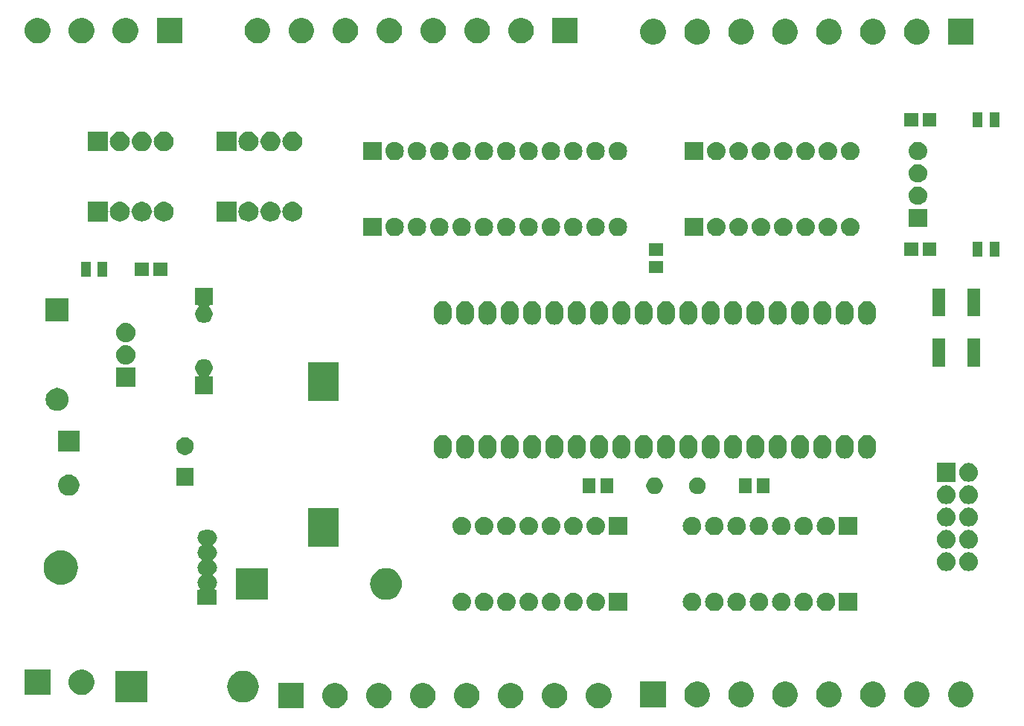
<source format=gbr>
G04 #@! TF.GenerationSoftware,KiCad,Pcbnew,5.0.1*
G04 #@! TF.CreationDate,2019-03-20T15:41:13+05:30*
G04 #@! TF.ProjectId,OpenPLC_V2,4F70656E504C435F56322E6B69636164,rev?*
G04 #@! TF.SameCoordinates,Original*
G04 #@! TF.FileFunction,Soldermask,Top*
G04 #@! TF.FilePolarity,Negative*
%FSLAX46Y46*%
G04 Gerber Fmt 4.6, Leading zero omitted, Abs format (unit mm)*
G04 Created by KiCad (PCBNEW 5.0.1) date Wed 20 Mar 2019 03:41:13 PM IST*
%MOMM*%
%LPD*%
G01*
G04 APERTURE LIST*
%ADD10C,0.100000*%
G04 APERTURE END LIST*
D10*
G36*
X160263947Y-119001722D02*
X160527833Y-119111027D01*
X160765324Y-119269713D01*
X160967287Y-119471676D01*
X161125973Y-119709167D01*
X161235278Y-119973053D01*
X161291000Y-120253186D01*
X161291000Y-120538814D01*
X161235278Y-120818947D01*
X161125973Y-121082833D01*
X160967287Y-121320324D01*
X160765324Y-121522287D01*
X160527833Y-121680973D01*
X160263947Y-121790278D01*
X159983814Y-121846000D01*
X159698186Y-121846000D01*
X159418053Y-121790278D01*
X159154167Y-121680973D01*
X158916676Y-121522287D01*
X158714713Y-121320324D01*
X158556027Y-121082833D01*
X158446722Y-120818947D01*
X158391000Y-120538814D01*
X158391000Y-120253186D01*
X158446722Y-119973053D01*
X158556027Y-119709167D01*
X158714713Y-119471676D01*
X158916676Y-119269713D01*
X159154167Y-119111027D01*
X159418053Y-119001722D01*
X159698186Y-118946000D01*
X159983814Y-118946000D01*
X160263947Y-119001722D01*
X160263947Y-119001722D01*
G37*
G36*
X150263947Y-119001722D02*
X150527833Y-119111027D01*
X150765324Y-119269713D01*
X150967287Y-119471676D01*
X151125973Y-119709167D01*
X151235278Y-119973053D01*
X151291000Y-120253186D01*
X151291000Y-120538814D01*
X151235278Y-120818947D01*
X151125973Y-121082833D01*
X150967287Y-121320324D01*
X150765324Y-121522287D01*
X150527833Y-121680973D01*
X150263947Y-121790278D01*
X149983814Y-121846000D01*
X149698186Y-121846000D01*
X149418053Y-121790278D01*
X149154167Y-121680973D01*
X148916676Y-121522287D01*
X148714713Y-121320324D01*
X148556027Y-121082833D01*
X148446722Y-120818947D01*
X148391000Y-120538814D01*
X148391000Y-120253186D01*
X148446722Y-119973053D01*
X148556027Y-119709167D01*
X148714713Y-119471676D01*
X148916676Y-119269713D01*
X149154167Y-119111027D01*
X149418053Y-119001722D01*
X149698186Y-118946000D01*
X149983814Y-118946000D01*
X150263947Y-119001722D01*
X150263947Y-119001722D01*
G37*
G36*
X145263947Y-119001722D02*
X145527833Y-119111027D01*
X145765324Y-119269713D01*
X145967287Y-119471676D01*
X146125973Y-119709167D01*
X146235278Y-119973053D01*
X146291000Y-120253186D01*
X146291000Y-120538814D01*
X146235278Y-120818947D01*
X146125973Y-121082833D01*
X145967287Y-121320324D01*
X145765324Y-121522287D01*
X145527833Y-121680973D01*
X145263947Y-121790278D01*
X144983814Y-121846000D01*
X144698186Y-121846000D01*
X144418053Y-121790278D01*
X144154167Y-121680973D01*
X143916676Y-121522287D01*
X143714713Y-121320324D01*
X143556027Y-121082833D01*
X143446722Y-120818947D01*
X143391000Y-120538814D01*
X143391000Y-120253186D01*
X143446722Y-119973053D01*
X143556027Y-119709167D01*
X143714713Y-119471676D01*
X143916676Y-119269713D01*
X144154167Y-119111027D01*
X144418053Y-119001722D01*
X144698186Y-118946000D01*
X144983814Y-118946000D01*
X145263947Y-119001722D01*
X145263947Y-119001722D01*
G37*
G36*
X140263947Y-119001722D02*
X140527833Y-119111027D01*
X140765324Y-119269713D01*
X140967287Y-119471676D01*
X141125973Y-119709167D01*
X141235278Y-119973053D01*
X141291000Y-120253186D01*
X141291000Y-120538814D01*
X141235278Y-120818947D01*
X141125973Y-121082833D01*
X140967287Y-121320324D01*
X140765324Y-121522287D01*
X140527833Y-121680973D01*
X140263947Y-121790278D01*
X139983814Y-121846000D01*
X139698186Y-121846000D01*
X139418053Y-121790278D01*
X139154167Y-121680973D01*
X138916676Y-121522287D01*
X138714713Y-121320324D01*
X138556027Y-121082833D01*
X138446722Y-120818947D01*
X138391000Y-120538814D01*
X138391000Y-120253186D01*
X138446722Y-119973053D01*
X138556027Y-119709167D01*
X138714713Y-119471676D01*
X138916676Y-119269713D01*
X139154167Y-119111027D01*
X139418053Y-119001722D01*
X139698186Y-118946000D01*
X139983814Y-118946000D01*
X140263947Y-119001722D01*
X140263947Y-119001722D01*
G37*
G36*
X135263947Y-119001722D02*
X135527833Y-119111027D01*
X135765324Y-119269713D01*
X135967287Y-119471676D01*
X136125973Y-119709167D01*
X136235278Y-119973053D01*
X136291000Y-120253186D01*
X136291000Y-120538814D01*
X136235278Y-120818947D01*
X136125973Y-121082833D01*
X135967287Y-121320324D01*
X135765324Y-121522287D01*
X135527833Y-121680973D01*
X135263947Y-121790278D01*
X134983814Y-121846000D01*
X134698186Y-121846000D01*
X134418053Y-121790278D01*
X134154167Y-121680973D01*
X133916676Y-121522287D01*
X133714713Y-121320324D01*
X133556027Y-121082833D01*
X133446722Y-120818947D01*
X133391000Y-120538814D01*
X133391000Y-120253186D01*
X133446722Y-119973053D01*
X133556027Y-119709167D01*
X133714713Y-119471676D01*
X133916676Y-119269713D01*
X134154167Y-119111027D01*
X134418053Y-119001722D01*
X134698186Y-118946000D01*
X134983814Y-118946000D01*
X135263947Y-119001722D01*
X135263947Y-119001722D01*
G37*
G36*
X126291000Y-121846000D02*
X123391000Y-121846000D01*
X123391000Y-118946000D01*
X126291000Y-118946000D01*
X126291000Y-121846000D01*
X126291000Y-121846000D01*
G37*
G36*
X130263947Y-119001722D02*
X130527833Y-119111027D01*
X130765324Y-119269713D01*
X130967287Y-119471676D01*
X131125973Y-119709167D01*
X131235278Y-119973053D01*
X131291000Y-120253186D01*
X131291000Y-120538814D01*
X131235278Y-120818947D01*
X131125973Y-121082833D01*
X130967287Y-121320324D01*
X130765324Y-121522287D01*
X130527833Y-121680973D01*
X130263947Y-121790278D01*
X129983814Y-121846000D01*
X129698186Y-121846000D01*
X129418053Y-121790278D01*
X129154167Y-121680973D01*
X128916676Y-121522287D01*
X128714713Y-121320324D01*
X128556027Y-121082833D01*
X128446722Y-120818947D01*
X128391000Y-120538814D01*
X128391000Y-120253186D01*
X128446722Y-119973053D01*
X128556027Y-119709167D01*
X128714713Y-119471676D01*
X128916676Y-119269713D01*
X129154167Y-119111027D01*
X129418053Y-119001722D01*
X129698186Y-118946000D01*
X129983814Y-118946000D01*
X130263947Y-119001722D01*
X130263947Y-119001722D01*
G37*
G36*
X155263947Y-119001722D02*
X155527833Y-119111027D01*
X155765324Y-119269713D01*
X155967287Y-119471676D01*
X156125973Y-119709167D01*
X156235278Y-119973053D01*
X156291000Y-120253186D01*
X156291000Y-120538814D01*
X156235278Y-120818947D01*
X156125973Y-121082833D01*
X155967287Y-121320324D01*
X155765324Y-121522287D01*
X155527833Y-121680973D01*
X155263947Y-121790278D01*
X154983814Y-121846000D01*
X154698186Y-121846000D01*
X154418053Y-121790278D01*
X154154167Y-121680973D01*
X153916676Y-121522287D01*
X153714713Y-121320324D01*
X153556027Y-121082833D01*
X153446722Y-120818947D01*
X153391000Y-120538814D01*
X153391000Y-120253186D01*
X153446722Y-119973053D01*
X153556027Y-119709167D01*
X153714713Y-119471676D01*
X153916676Y-119269713D01*
X154154167Y-119111027D01*
X154418053Y-119001722D01*
X154698186Y-118946000D01*
X154983814Y-118946000D01*
X155263947Y-119001722D01*
X155263947Y-119001722D01*
G37*
G36*
X167491000Y-121719000D02*
X164591000Y-121719000D01*
X164591000Y-118819000D01*
X167491000Y-118819000D01*
X167491000Y-121719000D01*
X167491000Y-121719000D01*
G37*
G36*
X171463947Y-118874722D02*
X171727833Y-118984027D01*
X171965324Y-119142713D01*
X172167287Y-119344676D01*
X172325973Y-119582167D01*
X172435278Y-119846053D01*
X172491000Y-120126186D01*
X172491000Y-120411814D01*
X172435278Y-120691947D01*
X172325973Y-120955833D01*
X172167287Y-121193324D01*
X171965324Y-121395287D01*
X171727833Y-121553973D01*
X171463947Y-121663278D01*
X171183814Y-121719000D01*
X170898186Y-121719000D01*
X170618053Y-121663278D01*
X170354167Y-121553973D01*
X170116676Y-121395287D01*
X169914713Y-121193324D01*
X169756027Y-120955833D01*
X169646722Y-120691947D01*
X169591000Y-120411814D01*
X169591000Y-120126186D01*
X169646722Y-119846053D01*
X169756027Y-119582167D01*
X169914713Y-119344676D01*
X170116676Y-119142713D01*
X170354167Y-118984027D01*
X170618053Y-118874722D01*
X170898186Y-118819000D01*
X171183814Y-118819000D01*
X171463947Y-118874722D01*
X171463947Y-118874722D01*
G37*
G36*
X176463947Y-118874722D02*
X176727833Y-118984027D01*
X176965324Y-119142713D01*
X177167287Y-119344676D01*
X177325973Y-119582167D01*
X177435278Y-119846053D01*
X177491000Y-120126186D01*
X177491000Y-120411814D01*
X177435278Y-120691947D01*
X177325973Y-120955833D01*
X177167287Y-121193324D01*
X176965324Y-121395287D01*
X176727833Y-121553973D01*
X176463947Y-121663278D01*
X176183814Y-121719000D01*
X175898186Y-121719000D01*
X175618053Y-121663278D01*
X175354167Y-121553973D01*
X175116676Y-121395287D01*
X174914713Y-121193324D01*
X174756027Y-120955833D01*
X174646722Y-120691947D01*
X174591000Y-120411814D01*
X174591000Y-120126186D01*
X174646722Y-119846053D01*
X174756027Y-119582167D01*
X174914713Y-119344676D01*
X175116676Y-119142713D01*
X175354167Y-118984027D01*
X175618053Y-118874722D01*
X175898186Y-118819000D01*
X176183814Y-118819000D01*
X176463947Y-118874722D01*
X176463947Y-118874722D01*
G37*
G36*
X181463947Y-118874722D02*
X181727833Y-118984027D01*
X181965324Y-119142713D01*
X182167287Y-119344676D01*
X182325973Y-119582167D01*
X182435278Y-119846053D01*
X182491000Y-120126186D01*
X182491000Y-120411814D01*
X182435278Y-120691947D01*
X182325973Y-120955833D01*
X182167287Y-121193324D01*
X181965324Y-121395287D01*
X181727833Y-121553973D01*
X181463947Y-121663278D01*
X181183814Y-121719000D01*
X180898186Y-121719000D01*
X180618053Y-121663278D01*
X180354167Y-121553973D01*
X180116676Y-121395287D01*
X179914713Y-121193324D01*
X179756027Y-120955833D01*
X179646722Y-120691947D01*
X179591000Y-120411814D01*
X179591000Y-120126186D01*
X179646722Y-119846053D01*
X179756027Y-119582167D01*
X179914713Y-119344676D01*
X180116676Y-119142713D01*
X180354167Y-118984027D01*
X180618053Y-118874722D01*
X180898186Y-118819000D01*
X181183814Y-118819000D01*
X181463947Y-118874722D01*
X181463947Y-118874722D01*
G37*
G36*
X191463947Y-118874722D02*
X191727833Y-118984027D01*
X191965324Y-119142713D01*
X192167287Y-119344676D01*
X192325973Y-119582167D01*
X192435278Y-119846053D01*
X192491000Y-120126186D01*
X192491000Y-120411814D01*
X192435278Y-120691947D01*
X192325973Y-120955833D01*
X192167287Y-121193324D01*
X191965324Y-121395287D01*
X191727833Y-121553973D01*
X191463947Y-121663278D01*
X191183814Y-121719000D01*
X190898186Y-121719000D01*
X190618053Y-121663278D01*
X190354167Y-121553973D01*
X190116676Y-121395287D01*
X189914713Y-121193324D01*
X189756027Y-120955833D01*
X189646722Y-120691947D01*
X189591000Y-120411814D01*
X189591000Y-120126186D01*
X189646722Y-119846053D01*
X189756027Y-119582167D01*
X189914713Y-119344676D01*
X190116676Y-119142713D01*
X190354167Y-118984027D01*
X190618053Y-118874722D01*
X190898186Y-118819000D01*
X191183814Y-118819000D01*
X191463947Y-118874722D01*
X191463947Y-118874722D01*
G37*
G36*
X196463947Y-118874722D02*
X196727833Y-118984027D01*
X196965324Y-119142713D01*
X197167287Y-119344676D01*
X197325973Y-119582167D01*
X197435278Y-119846053D01*
X197491000Y-120126186D01*
X197491000Y-120411814D01*
X197435278Y-120691947D01*
X197325973Y-120955833D01*
X197167287Y-121193324D01*
X196965324Y-121395287D01*
X196727833Y-121553973D01*
X196463947Y-121663278D01*
X196183814Y-121719000D01*
X195898186Y-121719000D01*
X195618053Y-121663278D01*
X195354167Y-121553973D01*
X195116676Y-121395287D01*
X194914713Y-121193324D01*
X194756027Y-120955833D01*
X194646722Y-120691947D01*
X194591000Y-120411814D01*
X194591000Y-120126186D01*
X194646722Y-119846053D01*
X194756027Y-119582167D01*
X194914713Y-119344676D01*
X195116676Y-119142713D01*
X195354167Y-118984027D01*
X195618053Y-118874722D01*
X195898186Y-118819000D01*
X196183814Y-118819000D01*
X196463947Y-118874722D01*
X196463947Y-118874722D01*
G37*
G36*
X201463947Y-118874722D02*
X201727833Y-118984027D01*
X201965324Y-119142713D01*
X202167287Y-119344676D01*
X202325973Y-119582167D01*
X202435278Y-119846053D01*
X202491000Y-120126186D01*
X202491000Y-120411814D01*
X202435278Y-120691947D01*
X202325973Y-120955833D01*
X202167287Y-121193324D01*
X201965324Y-121395287D01*
X201727833Y-121553973D01*
X201463947Y-121663278D01*
X201183814Y-121719000D01*
X200898186Y-121719000D01*
X200618053Y-121663278D01*
X200354167Y-121553973D01*
X200116676Y-121395287D01*
X199914713Y-121193324D01*
X199756027Y-120955833D01*
X199646722Y-120691947D01*
X199591000Y-120411814D01*
X199591000Y-120126186D01*
X199646722Y-119846053D01*
X199756027Y-119582167D01*
X199914713Y-119344676D01*
X200116676Y-119142713D01*
X200354167Y-118984027D01*
X200618053Y-118874722D01*
X200898186Y-118819000D01*
X201183814Y-118819000D01*
X201463947Y-118874722D01*
X201463947Y-118874722D01*
G37*
G36*
X186463947Y-118874722D02*
X186727833Y-118984027D01*
X186965324Y-119142713D01*
X187167287Y-119344676D01*
X187325973Y-119582167D01*
X187435278Y-119846053D01*
X187491000Y-120126186D01*
X187491000Y-120411814D01*
X187435278Y-120691947D01*
X187325973Y-120955833D01*
X187167287Y-121193324D01*
X186965324Y-121395287D01*
X186727833Y-121553973D01*
X186463947Y-121663278D01*
X186183814Y-121719000D01*
X185898186Y-121719000D01*
X185618053Y-121663278D01*
X185354167Y-121553973D01*
X185116676Y-121395287D01*
X184914713Y-121193324D01*
X184756027Y-120955833D01*
X184646722Y-120691947D01*
X184591000Y-120411814D01*
X184591000Y-120126186D01*
X184646722Y-119846053D01*
X184756027Y-119582167D01*
X184914713Y-119344676D01*
X185116676Y-119142713D01*
X185354167Y-118984027D01*
X185618053Y-118874722D01*
X185898186Y-118819000D01*
X186183814Y-118819000D01*
X186463947Y-118874722D01*
X186463947Y-118874722D01*
G37*
G36*
X108480000Y-121180000D02*
X104880000Y-121180000D01*
X104880000Y-117580000D01*
X108480000Y-117580000D01*
X108480000Y-121180000D01*
X108480000Y-121180000D01*
G37*
G36*
X119732858Y-117606044D02*
X119732861Y-117606045D01*
X119732862Y-117606045D01*
X120072163Y-117708971D01*
X120384865Y-117876113D01*
X120514809Y-117982756D01*
X120658951Y-118101049D01*
X120777244Y-118245191D01*
X120883887Y-118375135D01*
X121051029Y-118687837D01*
X121153955Y-119027138D01*
X121153956Y-119027142D01*
X121188709Y-119380000D01*
X121153956Y-119732858D01*
X121153955Y-119732861D01*
X121153955Y-119732862D01*
X121051029Y-120072163D01*
X120883887Y-120384865D01*
X120777244Y-120514809D01*
X120658951Y-120658951D01*
X120514809Y-120777244D01*
X120384865Y-120883887D01*
X120072163Y-121051029D01*
X119732862Y-121153955D01*
X119732861Y-121153955D01*
X119732858Y-121153956D01*
X119468427Y-121180000D01*
X119291573Y-121180000D01*
X119027142Y-121153956D01*
X119027139Y-121153955D01*
X119027138Y-121153955D01*
X118687837Y-121051029D01*
X118375135Y-120883887D01*
X118245191Y-120777244D01*
X118101049Y-120658951D01*
X117982756Y-120514809D01*
X117876113Y-120384865D01*
X117708971Y-120072163D01*
X117606045Y-119732862D01*
X117606045Y-119732861D01*
X117606044Y-119732858D01*
X117571291Y-119380000D01*
X117606044Y-119027142D01*
X117606045Y-119027138D01*
X117708971Y-118687837D01*
X117876113Y-118375135D01*
X117982756Y-118245191D01*
X118101049Y-118101049D01*
X118245191Y-117982756D01*
X118375135Y-117876113D01*
X118687837Y-117708971D01*
X119027138Y-117606045D01*
X119027139Y-117606045D01*
X119027142Y-117606044D01*
X119291573Y-117580000D01*
X119468427Y-117580000D01*
X119732858Y-117606044D01*
X119732858Y-117606044D01*
G37*
G36*
X97462000Y-120322000D02*
X94562000Y-120322000D01*
X94562000Y-117422000D01*
X97462000Y-117422000D01*
X97462000Y-120322000D01*
X97462000Y-120322000D01*
G37*
G36*
X101434947Y-117477722D02*
X101698833Y-117587027D01*
X101936324Y-117745713D01*
X102138287Y-117947676D01*
X102296973Y-118185167D01*
X102406278Y-118449053D01*
X102462000Y-118729186D01*
X102462000Y-119014814D01*
X102406278Y-119294947D01*
X102296973Y-119558833D01*
X102138287Y-119796324D01*
X101936324Y-119998287D01*
X101698833Y-120156973D01*
X101434947Y-120266278D01*
X101154814Y-120322000D01*
X100869186Y-120322000D01*
X100589053Y-120266278D01*
X100325167Y-120156973D01*
X100087676Y-119998287D01*
X99885713Y-119796324D01*
X99727027Y-119558833D01*
X99617722Y-119294947D01*
X99562000Y-119014814D01*
X99562000Y-118729186D01*
X99617722Y-118449053D01*
X99727027Y-118185167D01*
X99885713Y-117947676D01*
X100087676Y-117745713D01*
X100325167Y-117587027D01*
X100589053Y-117477722D01*
X100869186Y-117422000D01*
X101154814Y-117422000D01*
X101434947Y-117477722D01*
X101434947Y-117477722D01*
G37*
G36*
X173134137Y-108685596D02*
X173211266Y-108693193D01*
X173343217Y-108733220D01*
X173409193Y-108753233D01*
X173591602Y-108850733D01*
X173751484Y-108981946D01*
X173882697Y-109141828D01*
X173980197Y-109324237D01*
X174000210Y-109390213D01*
X174040237Y-109522164D01*
X174060510Y-109728000D01*
X174040237Y-109933836D01*
X174000210Y-110065787D01*
X173980197Y-110131763D01*
X173882697Y-110314172D01*
X173751484Y-110474054D01*
X173591602Y-110605267D01*
X173409193Y-110702767D01*
X173343217Y-110722780D01*
X173211266Y-110762807D01*
X173134137Y-110770404D01*
X173057010Y-110778000D01*
X172953850Y-110778000D01*
X172876723Y-110770404D01*
X172799594Y-110762807D01*
X172667643Y-110722780D01*
X172601667Y-110702767D01*
X172419258Y-110605267D01*
X172259376Y-110474054D01*
X172128163Y-110314172D01*
X172030663Y-110131763D01*
X172010650Y-110065787D01*
X171970623Y-109933836D01*
X171950350Y-109728000D01*
X171970623Y-109522164D01*
X172010650Y-109390213D01*
X172030663Y-109324237D01*
X172128163Y-109141828D01*
X172259376Y-108981946D01*
X172419258Y-108850733D01*
X172601667Y-108753233D01*
X172667643Y-108733220D01*
X172799594Y-108693193D01*
X172876723Y-108685596D01*
X172953850Y-108678000D01*
X173057010Y-108678000D01*
X173134137Y-108685596D01*
X173134137Y-108685596D01*
G37*
G36*
X163092000Y-110778000D02*
X160992000Y-110778000D01*
X160992000Y-108678000D01*
X163092000Y-108678000D01*
X163092000Y-110778000D01*
X163092000Y-110778000D01*
G37*
G36*
X159630707Y-108685596D02*
X159707836Y-108693193D01*
X159839787Y-108733220D01*
X159905763Y-108753233D01*
X160088172Y-108850733D01*
X160248054Y-108981946D01*
X160379267Y-109141828D01*
X160476767Y-109324237D01*
X160496780Y-109390213D01*
X160536807Y-109522164D01*
X160557080Y-109728000D01*
X160536807Y-109933836D01*
X160496780Y-110065787D01*
X160476767Y-110131763D01*
X160379267Y-110314172D01*
X160248054Y-110474054D01*
X160088172Y-110605267D01*
X159905763Y-110702767D01*
X159839787Y-110722780D01*
X159707836Y-110762807D01*
X159630707Y-110770404D01*
X159553580Y-110778000D01*
X159450420Y-110778000D01*
X159373293Y-110770404D01*
X159296164Y-110762807D01*
X159164213Y-110722780D01*
X159098237Y-110702767D01*
X158915828Y-110605267D01*
X158755946Y-110474054D01*
X158624733Y-110314172D01*
X158527233Y-110131763D01*
X158507220Y-110065787D01*
X158467193Y-109933836D01*
X158446920Y-109728000D01*
X158467193Y-109522164D01*
X158507220Y-109390213D01*
X158527233Y-109324237D01*
X158624733Y-109141828D01*
X158755946Y-108981946D01*
X158915828Y-108850733D01*
X159098237Y-108753233D01*
X159164213Y-108733220D01*
X159296164Y-108693193D01*
X159373293Y-108685596D01*
X159450420Y-108678000D01*
X159553580Y-108678000D01*
X159630707Y-108685596D01*
X159630707Y-108685596D01*
G37*
G36*
X157090707Y-108685596D02*
X157167836Y-108693193D01*
X157299787Y-108733220D01*
X157365763Y-108753233D01*
X157548172Y-108850733D01*
X157708054Y-108981946D01*
X157839267Y-109141828D01*
X157936767Y-109324237D01*
X157956780Y-109390213D01*
X157996807Y-109522164D01*
X158017080Y-109728000D01*
X157996807Y-109933836D01*
X157956780Y-110065787D01*
X157936767Y-110131763D01*
X157839267Y-110314172D01*
X157708054Y-110474054D01*
X157548172Y-110605267D01*
X157365763Y-110702767D01*
X157299787Y-110722780D01*
X157167836Y-110762807D01*
X157090707Y-110770404D01*
X157013580Y-110778000D01*
X156910420Y-110778000D01*
X156833293Y-110770404D01*
X156756164Y-110762807D01*
X156624213Y-110722780D01*
X156558237Y-110702767D01*
X156375828Y-110605267D01*
X156215946Y-110474054D01*
X156084733Y-110314172D01*
X155987233Y-110131763D01*
X155967220Y-110065787D01*
X155927193Y-109933836D01*
X155906920Y-109728000D01*
X155927193Y-109522164D01*
X155967220Y-109390213D01*
X155987233Y-109324237D01*
X156084733Y-109141828D01*
X156215946Y-108981946D01*
X156375828Y-108850733D01*
X156558237Y-108753233D01*
X156624213Y-108733220D01*
X156756164Y-108693193D01*
X156833293Y-108685596D01*
X156910420Y-108678000D01*
X157013580Y-108678000D01*
X157090707Y-108685596D01*
X157090707Y-108685596D01*
G37*
G36*
X154550707Y-108685596D02*
X154627836Y-108693193D01*
X154759787Y-108733220D01*
X154825763Y-108753233D01*
X155008172Y-108850733D01*
X155168054Y-108981946D01*
X155299267Y-109141828D01*
X155396767Y-109324237D01*
X155416780Y-109390213D01*
X155456807Y-109522164D01*
X155477080Y-109728000D01*
X155456807Y-109933836D01*
X155416780Y-110065787D01*
X155396767Y-110131763D01*
X155299267Y-110314172D01*
X155168054Y-110474054D01*
X155008172Y-110605267D01*
X154825763Y-110702767D01*
X154759787Y-110722780D01*
X154627836Y-110762807D01*
X154550707Y-110770404D01*
X154473580Y-110778000D01*
X154370420Y-110778000D01*
X154293293Y-110770404D01*
X154216164Y-110762807D01*
X154084213Y-110722780D01*
X154018237Y-110702767D01*
X153835828Y-110605267D01*
X153675946Y-110474054D01*
X153544733Y-110314172D01*
X153447233Y-110131763D01*
X153427220Y-110065787D01*
X153387193Y-109933836D01*
X153366920Y-109728000D01*
X153387193Y-109522164D01*
X153427220Y-109390213D01*
X153447233Y-109324237D01*
X153544733Y-109141828D01*
X153675946Y-108981946D01*
X153835828Y-108850733D01*
X154018237Y-108753233D01*
X154084213Y-108733220D01*
X154216164Y-108693193D01*
X154293293Y-108685596D01*
X154370420Y-108678000D01*
X154473580Y-108678000D01*
X154550707Y-108685596D01*
X154550707Y-108685596D01*
G37*
G36*
X152010707Y-108685596D02*
X152087836Y-108693193D01*
X152219787Y-108733220D01*
X152285763Y-108753233D01*
X152468172Y-108850733D01*
X152628054Y-108981946D01*
X152759267Y-109141828D01*
X152856767Y-109324237D01*
X152876780Y-109390213D01*
X152916807Y-109522164D01*
X152937080Y-109728000D01*
X152916807Y-109933836D01*
X152876780Y-110065787D01*
X152856767Y-110131763D01*
X152759267Y-110314172D01*
X152628054Y-110474054D01*
X152468172Y-110605267D01*
X152285763Y-110702767D01*
X152219787Y-110722780D01*
X152087836Y-110762807D01*
X152010707Y-110770404D01*
X151933580Y-110778000D01*
X151830420Y-110778000D01*
X151753293Y-110770404D01*
X151676164Y-110762807D01*
X151544213Y-110722780D01*
X151478237Y-110702767D01*
X151295828Y-110605267D01*
X151135946Y-110474054D01*
X151004733Y-110314172D01*
X150907233Y-110131763D01*
X150887220Y-110065787D01*
X150847193Y-109933836D01*
X150826920Y-109728000D01*
X150847193Y-109522164D01*
X150887220Y-109390213D01*
X150907233Y-109324237D01*
X151004733Y-109141828D01*
X151135946Y-108981946D01*
X151295828Y-108850733D01*
X151478237Y-108753233D01*
X151544213Y-108733220D01*
X151676164Y-108693193D01*
X151753293Y-108685596D01*
X151830420Y-108678000D01*
X151933580Y-108678000D01*
X152010707Y-108685596D01*
X152010707Y-108685596D01*
G37*
G36*
X149470707Y-108685596D02*
X149547836Y-108693193D01*
X149679787Y-108733220D01*
X149745763Y-108753233D01*
X149928172Y-108850733D01*
X150088054Y-108981946D01*
X150219267Y-109141828D01*
X150316767Y-109324237D01*
X150336780Y-109390213D01*
X150376807Y-109522164D01*
X150397080Y-109728000D01*
X150376807Y-109933836D01*
X150336780Y-110065787D01*
X150316767Y-110131763D01*
X150219267Y-110314172D01*
X150088054Y-110474054D01*
X149928172Y-110605267D01*
X149745763Y-110702767D01*
X149679787Y-110722780D01*
X149547836Y-110762807D01*
X149470707Y-110770404D01*
X149393580Y-110778000D01*
X149290420Y-110778000D01*
X149213293Y-110770404D01*
X149136164Y-110762807D01*
X149004213Y-110722780D01*
X148938237Y-110702767D01*
X148755828Y-110605267D01*
X148595946Y-110474054D01*
X148464733Y-110314172D01*
X148367233Y-110131763D01*
X148347220Y-110065787D01*
X148307193Y-109933836D01*
X148286920Y-109728000D01*
X148307193Y-109522164D01*
X148347220Y-109390213D01*
X148367233Y-109324237D01*
X148464733Y-109141828D01*
X148595946Y-108981946D01*
X148755828Y-108850733D01*
X148938237Y-108753233D01*
X149004213Y-108733220D01*
X149136164Y-108693193D01*
X149213293Y-108685596D01*
X149290420Y-108678000D01*
X149393580Y-108678000D01*
X149470707Y-108685596D01*
X149470707Y-108685596D01*
G37*
G36*
X146930707Y-108685596D02*
X147007836Y-108693193D01*
X147139787Y-108733220D01*
X147205763Y-108753233D01*
X147388172Y-108850733D01*
X147548054Y-108981946D01*
X147679267Y-109141828D01*
X147776767Y-109324237D01*
X147796780Y-109390213D01*
X147836807Y-109522164D01*
X147857080Y-109728000D01*
X147836807Y-109933836D01*
X147796780Y-110065787D01*
X147776767Y-110131763D01*
X147679267Y-110314172D01*
X147548054Y-110474054D01*
X147388172Y-110605267D01*
X147205763Y-110702767D01*
X147139787Y-110722780D01*
X147007836Y-110762807D01*
X146930707Y-110770404D01*
X146853580Y-110778000D01*
X146750420Y-110778000D01*
X146673293Y-110770404D01*
X146596164Y-110762807D01*
X146464213Y-110722780D01*
X146398237Y-110702767D01*
X146215828Y-110605267D01*
X146055946Y-110474054D01*
X145924733Y-110314172D01*
X145827233Y-110131763D01*
X145807220Y-110065787D01*
X145767193Y-109933836D01*
X145746920Y-109728000D01*
X145767193Y-109522164D01*
X145807220Y-109390213D01*
X145827233Y-109324237D01*
X145924733Y-109141828D01*
X146055946Y-108981946D01*
X146215828Y-108850733D01*
X146398237Y-108753233D01*
X146464213Y-108733220D01*
X146596164Y-108693193D01*
X146673293Y-108685596D01*
X146750420Y-108678000D01*
X146853580Y-108678000D01*
X146930707Y-108685596D01*
X146930707Y-108685596D01*
G37*
G36*
X170594137Y-108685596D02*
X170671266Y-108693193D01*
X170803217Y-108733220D01*
X170869193Y-108753233D01*
X171051602Y-108850733D01*
X171211484Y-108981946D01*
X171342697Y-109141828D01*
X171440197Y-109324237D01*
X171460210Y-109390213D01*
X171500237Y-109522164D01*
X171520510Y-109728000D01*
X171500237Y-109933836D01*
X171460210Y-110065787D01*
X171440197Y-110131763D01*
X171342697Y-110314172D01*
X171211484Y-110474054D01*
X171051602Y-110605267D01*
X170869193Y-110702767D01*
X170803217Y-110722780D01*
X170671266Y-110762807D01*
X170594137Y-110770404D01*
X170517010Y-110778000D01*
X170413850Y-110778000D01*
X170336723Y-110770404D01*
X170259594Y-110762807D01*
X170127643Y-110722780D01*
X170061667Y-110702767D01*
X169879258Y-110605267D01*
X169719376Y-110474054D01*
X169588163Y-110314172D01*
X169490663Y-110131763D01*
X169470650Y-110065787D01*
X169430623Y-109933836D01*
X169410350Y-109728000D01*
X169430623Y-109522164D01*
X169470650Y-109390213D01*
X169490663Y-109324237D01*
X169588163Y-109141828D01*
X169719376Y-108981946D01*
X169879258Y-108850733D01*
X170061667Y-108753233D01*
X170127643Y-108733220D01*
X170259594Y-108693193D01*
X170336723Y-108685596D01*
X170413850Y-108678000D01*
X170517010Y-108678000D01*
X170594137Y-108685596D01*
X170594137Y-108685596D01*
G37*
G36*
X185834137Y-108685596D02*
X185911266Y-108693193D01*
X186043217Y-108733220D01*
X186109193Y-108753233D01*
X186291602Y-108850733D01*
X186451484Y-108981946D01*
X186582697Y-109141828D01*
X186680197Y-109324237D01*
X186700210Y-109390213D01*
X186740237Y-109522164D01*
X186760510Y-109728000D01*
X186740237Y-109933836D01*
X186700210Y-110065787D01*
X186680197Y-110131763D01*
X186582697Y-110314172D01*
X186451484Y-110474054D01*
X186291602Y-110605267D01*
X186109193Y-110702767D01*
X186043217Y-110722780D01*
X185911266Y-110762807D01*
X185834137Y-110770404D01*
X185757010Y-110778000D01*
X185653850Y-110778000D01*
X185576723Y-110770404D01*
X185499594Y-110762807D01*
X185367643Y-110722780D01*
X185301667Y-110702767D01*
X185119258Y-110605267D01*
X184959376Y-110474054D01*
X184828163Y-110314172D01*
X184730663Y-110131763D01*
X184710650Y-110065787D01*
X184670623Y-109933836D01*
X184650350Y-109728000D01*
X184670623Y-109522164D01*
X184710650Y-109390213D01*
X184730663Y-109324237D01*
X184828163Y-109141828D01*
X184959376Y-108981946D01*
X185119258Y-108850733D01*
X185301667Y-108753233D01*
X185367643Y-108733220D01*
X185499594Y-108693193D01*
X185576723Y-108685596D01*
X185653850Y-108678000D01*
X185757010Y-108678000D01*
X185834137Y-108685596D01*
X185834137Y-108685596D01*
G37*
G36*
X175674137Y-108685596D02*
X175751266Y-108693193D01*
X175883217Y-108733220D01*
X175949193Y-108753233D01*
X176131602Y-108850733D01*
X176291484Y-108981946D01*
X176422697Y-109141828D01*
X176520197Y-109324237D01*
X176540210Y-109390213D01*
X176580237Y-109522164D01*
X176600510Y-109728000D01*
X176580237Y-109933836D01*
X176540210Y-110065787D01*
X176520197Y-110131763D01*
X176422697Y-110314172D01*
X176291484Y-110474054D01*
X176131602Y-110605267D01*
X175949193Y-110702767D01*
X175883217Y-110722780D01*
X175751266Y-110762807D01*
X175674137Y-110770404D01*
X175597010Y-110778000D01*
X175493850Y-110778000D01*
X175416723Y-110770404D01*
X175339594Y-110762807D01*
X175207643Y-110722780D01*
X175141667Y-110702767D01*
X174959258Y-110605267D01*
X174799376Y-110474054D01*
X174668163Y-110314172D01*
X174570663Y-110131763D01*
X174550650Y-110065787D01*
X174510623Y-109933836D01*
X174490350Y-109728000D01*
X174510623Y-109522164D01*
X174550650Y-109390213D01*
X174570663Y-109324237D01*
X174668163Y-109141828D01*
X174799376Y-108981946D01*
X174959258Y-108850733D01*
X175141667Y-108753233D01*
X175207643Y-108733220D01*
X175339594Y-108693193D01*
X175416723Y-108685596D01*
X175493850Y-108678000D01*
X175597010Y-108678000D01*
X175674137Y-108685596D01*
X175674137Y-108685596D01*
G37*
G36*
X178214137Y-108685596D02*
X178291266Y-108693193D01*
X178423217Y-108733220D01*
X178489193Y-108753233D01*
X178671602Y-108850733D01*
X178831484Y-108981946D01*
X178962697Y-109141828D01*
X179060197Y-109324237D01*
X179080210Y-109390213D01*
X179120237Y-109522164D01*
X179140510Y-109728000D01*
X179120237Y-109933836D01*
X179080210Y-110065787D01*
X179060197Y-110131763D01*
X178962697Y-110314172D01*
X178831484Y-110474054D01*
X178671602Y-110605267D01*
X178489193Y-110702767D01*
X178423217Y-110722780D01*
X178291266Y-110762807D01*
X178214137Y-110770404D01*
X178137010Y-110778000D01*
X178033850Y-110778000D01*
X177956723Y-110770404D01*
X177879594Y-110762807D01*
X177747643Y-110722780D01*
X177681667Y-110702767D01*
X177499258Y-110605267D01*
X177339376Y-110474054D01*
X177208163Y-110314172D01*
X177110663Y-110131763D01*
X177090650Y-110065787D01*
X177050623Y-109933836D01*
X177030350Y-109728000D01*
X177050623Y-109522164D01*
X177090650Y-109390213D01*
X177110663Y-109324237D01*
X177208163Y-109141828D01*
X177339376Y-108981946D01*
X177499258Y-108850733D01*
X177681667Y-108753233D01*
X177747643Y-108733220D01*
X177879594Y-108693193D01*
X177956723Y-108685596D01*
X178033850Y-108678000D01*
X178137010Y-108678000D01*
X178214137Y-108685596D01*
X178214137Y-108685596D01*
G37*
G36*
X180754137Y-108685596D02*
X180831266Y-108693193D01*
X180963217Y-108733220D01*
X181029193Y-108753233D01*
X181211602Y-108850733D01*
X181371484Y-108981946D01*
X181502697Y-109141828D01*
X181600197Y-109324237D01*
X181620210Y-109390213D01*
X181660237Y-109522164D01*
X181680510Y-109728000D01*
X181660237Y-109933836D01*
X181620210Y-110065787D01*
X181600197Y-110131763D01*
X181502697Y-110314172D01*
X181371484Y-110474054D01*
X181211602Y-110605267D01*
X181029193Y-110702767D01*
X180963217Y-110722780D01*
X180831266Y-110762807D01*
X180754137Y-110770404D01*
X180677010Y-110778000D01*
X180573850Y-110778000D01*
X180496723Y-110770404D01*
X180419594Y-110762807D01*
X180287643Y-110722780D01*
X180221667Y-110702767D01*
X180039258Y-110605267D01*
X179879376Y-110474054D01*
X179748163Y-110314172D01*
X179650663Y-110131763D01*
X179630650Y-110065787D01*
X179590623Y-109933836D01*
X179570350Y-109728000D01*
X179590623Y-109522164D01*
X179630650Y-109390213D01*
X179650663Y-109324237D01*
X179748163Y-109141828D01*
X179879376Y-108981946D01*
X180039258Y-108850733D01*
X180221667Y-108753233D01*
X180287643Y-108733220D01*
X180419594Y-108693193D01*
X180496723Y-108685596D01*
X180573850Y-108678000D01*
X180677010Y-108678000D01*
X180754137Y-108685596D01*
X180754137Y-108685596D01*
G37*
G36*
X183294137Y-108685596D02*
X183371266Y-108693193D01*
X183503217Y-108733220D01*
X183569193Y-108753233D01*
X183751602Y-108850733D01*
X183911484Y-108981946D01*
X184042697Y-109141828D01*
X184140197Y-109324237D01*
X184160210Y-109390213D01*
X184200237Y-109522164D01*
X184220510Y-109728000D01*
X184200237Y-109933836D01*
X184160210Y-110065787D01*
X184140197Y-110131763D01*
X184042697Y-110314172D01*
X183911484Y-110474054D01*
X183751602Y-110605267D01*
X183569193Y-110702767D01*
X183503217Y-110722780D01*
X183371266Y-110762807D01*
X183294137Y-110770404D01*
X183217010Y-110778000D01*
X183113850Y-110778000D01*
X183036723Y-110770404D01*
X182959594Y-110762807D01*
X182827643Y-110722780D01*
X182761667Y-110702767D01*
X182579258Y-110605267D01*
X182419376Y-110474054D01*
X182288163Y-110314172D01*
X182190663Y-110131763D01*
X182170650Y-110065787D01*
X182130623Y-109933836D01*
X182110350Y-109728000D01*
X182130623Y-109522164D01*
X182170650Y-109390213D01*
X182190663Y-109324237D01*
X182288163Y-109141828D01*
X182419376Y-108981946D01*
X182579258Y-108850733D01*
X182761667Y-108753233D01*
X182827643Y-108733220D01*
X182959594Y-108693193D01*
X183036723Y-108685596D01*
X183113850Y-108678000D01*
X183217010Y-108678000D01*
X183294137Y-108685596D01*
X183294137Y-108685596D01*
G37*
G36*
X189295430Y-110778000D02*
X187195430Y-110778000D01*
X187195430Y-108678000D01*
X189295430Y-108678000D01*
X189295430Y-110778000D01*
X189295430Y-110778000D01*
G37*
G36*
X144390707Y-108685596D02*
X144467836Y-108693193D01*
X144599787Y-108733220D01*
X144665763Y-108753233D01*
X144848172Y-108850733D01*
X145008054Y-108981946D01*
X145139267Y-109141828D01*
X145236767Y-109324237D01*
X145256780Y-109390213D01*
X145296807Y-109522164D01*
X145317080Y-109728000D01*
X145296807Y-109933836D01*
X145256780Y-110065787D01*
X145236767Y-110131763D01*
X145139267Y-110314172D01*
X145008054Y-110474054D01*
X144848172Y-110605267D01*
X144665763Y-110702767D01*
X144599787Y-110722780D01*
X144467836Y-110762807D01*
X144390707Y-110770404D01*
X144313580Y-110778000D01*
X144210420Y-110778000D01*
X144133293Y-110770404D01*
X144056164Y-110762807D01*
X143924213Y-110722780D01*
X143858237Y-110702767D01*
X143675828Y-110605267D01*
X143515946Y-110474054D01*
X143384733Y-110314172D01*
X143287233Y-110131763D01*
X143267220Y-110065787D01*
X143227193Y-109933836D01*
X143206920Y-109728000D01*
X143227193Y-109522164D01*
X143267220Y-109390213D01*
X143287233Y-109324237D01*
X143384733Y-109141828D01*
X143515946Y-108981946D01*
X143675828Y-108850733D01*
X143858237Y-108753233D01*
X143924213Y-108733220D01*
X144056164Y-108693193D01*
X144133293Y-108685596D01*
X144210420Y-108678000D01*
X144313580Y-108678000D01*
X144390707Y-108685596D01*
X144390707Y-108685596D01*
G37*
G36*
X115626829Y-101549220D02*
X115712530Y-101557661D01*
X115822489Y-101591017D01*
X115877469Y-101607695D01*
X115916592Y-101628607D01*
X116029476Y-101688944D01*
X116162712Y-101798288D01*
X116272056Y-101931524D01*
X116326222Y-102032863D01*
X116353305Y-102083531D01*
X116369983Y-102138511D01*
X116403339Y-102248470D01*
X116420233Y-102420000D01*
X116403339Y-102591530D01*
X116395916Y-102616000D01*
X116353305Y-102756469D01*
X116326222Y-102807137D01*
X116272056Y-102908476D01*
X116162712Y-103041712D01*
X116029476Y-103151056D01*
X116013180Y-103159766D01*
X115992816Y-103173373D01*
X115975489Y-103190700D01*
X115961875Y-103211075D01*
X115952498Y-103233714D01*
X115947717Y-103257747D01*
X115947717Y-103282251D01*
X115952497Y-103306285D01*
X115961874Y-103328924D01*
X115975488Y-103349299D01*
X115992815Y-103366626D01*
X116013180Y-103380234D01*
X116029476Y-103388944D01*
X116162712Y-103498288D01*
X116272056Y-103631524D01*
X116326222Y-103732863D01*
X116353305Y-103783531D01*
X116353305Y-103783532D01*
X116403339Y-103948470D01*
X116420233Y-104120000D01*
X116403339Y-104291530D01*
X116370349Y-104400282D01*
X116353305Y-104456469D01*
X116326222Y-104507137D01*
X116272056Y-104608476D01*
X116162712Y-104741712D01*
X116029476Y-104851056D01*
X116013180Y-104859766D01*
X115992816Y-104873373D01*
X115975489Y-104890700D01*
X115961875Y-104911075D01*
X115952498Y-104933714D01*
X115947717Y-104957747D01*
X115947717Y-104982251D01*
X115952497Y-105006285D01*
X115961874Y-105028924D01*
X115975488Y-105049299D01*
X115992815Y-105066626D01*
X116013180Y-105080234D01*
X116029476Y-105088944D01*
X116162712Y-105198288D01*
X116272056Y-105331524D01*
X116289683Y-105364503D01*
X116353305Y-105483531D01*
X116353305Y-105483532D01*
X116403339Y-105648470D01*
X116420233Y-105820000D01*
X116403339Y-105991530D01*
X116369983Y-106101489D01*
X116353305Y-106156469D01*
X116334253Y-106192113D01*
X116272056Y-106308476D01*
X116162712Y-106441712D01*
X116029476Y-106551056D01*
X116013180Y-106559766D01*
X115992816Y-106573373D01*
X115975489Y-106590700D01*
X115961875Y-106611075D01*
X115952498Y-106633714D01*
X115947717Y-106657747D01*
X115947717Y-106682251D01*
X115952497Y-106706285D01*
X115961874Y-106728924D01*
X115975488Y-106749299D01*
X115992815Y-106766626D01*
X116013180Y-106780234D01*
X116029476Y-106788944D01*
X116162712Y-106898288D01*
X116272056Y-107031524D01*
X116326222Y-107132863D01*
X116353305Y-107183531D01*
X116353305Y-107183532D01*
X116403339Y-107348470D01*
X116420233Y-107520000D01*
X116403339Y-107691530D01*
X116379535Y-107770000D01*
X116353305Y-107856469D01*
X116326222Y-107907137D01*
X116272056Y-108008476D01*
X116163538Y-108140706D01*
X116149928Y-108161076D01*
X116140550Y-108183715D01*
X116135770Y-108207748D01*
X116135770Y-108232252D01*
X116140551Y-108256286D01*
X116149928Y-108278925D01*
X116163542Y-108299299D01*
X116180869Y-108316627D01*
X116201244Y-108330240D01*
X116223883Y-108339618D01*
X116260168Y-108345000D01*
X116416000Y-108345000D01*
X116416000Y-110095000D01*
X114216000Y-110095000D01*
X114216000Y-108345000D01*
X114371832Y-108345000D01*
X114396218Y-108342598D01*
X114419667Y-108335485D01*
X114441278Y-108323934D01*
X114460220Y-108308388D01*
X114475766Y-108289446D01*
X114487317Y-108267835D01*
X114494430Y-108244386D01*
X114496832Y-108220000D01*
X114494430Y-108195614D01*
X114487317Y-108172165D01*
X114468461Y-108140704D01*
X114359944Y-108008476D01*
X114305778Y-107907137D01*
X114278695Y-107856469D01*
X114252465Y-107770000D01*
X114228661Y-107691530D01*
X114211767Y-107520000D01*
X114228661Y-107348470D01*
X114278695Y-107183532D01*
X114278695Y-107183531D01*
X114305778Y-107132863D01*
X114359944Y-107031524D01*
X114469288Y-106898288D01*
X114602524Y-106788944D01*
X114618820Y-106780234D01*
X114639184Y-106766627D01*
X114656511Y-106749300D01*
X114670125Y-106728925D01*
X114679502Y-106706286D01*
X114684283Y-106682253D01*
X114684283Y-106657749D01*
X114679503Y-106633715D01*
X114670126Y-106611076D01*
X114656512Y-106590701D01*
X114639185Y-106573374D01*
X114618820Y-106559766D01*
X114602524Y-106551056D01*
X114469288Y-106441712D01*
X114359944Y-106308476D01*
X114297747Y-106192113D01*
X114278695Y-106156469D01*
X114262017Y-106101489D01*
X114228661Y-105991530D01*
X114211767Y-105820000D01*
X114228661Y-105648470D01*
X114278695Y-105483532D01*
X114278695Y-105483531D01*
X114342317Y-105364503D01*
X114359944Y-105331524D01*
X114469288Y-105198288D01*
X114602524Y-105088944D01*
X114618820Y-105080234D01*
X114639184Y-105066627D01*
X114656511Y-105049300D01*
X114670125Y-105028925D01*
X114679502Y-105006286D01*
X114684283Y-104982253D01*
X114684283Y-104957749D01*
X114679503Y-104933715D01*
X114670126Y-104911076D01*
X114656512Y-104890701D01*
X114639185Y-104873374D01*
X114618820Y-104859766D01*
X114602524Y-104851056D01*
X114469288Y-104741712D01*
X114359944Y-104608476D01*
X114305778Y-104507137D01*
X114278695Y-104456469D01*
X114261651Y-104400282D01*
X114228661Y-104291530D01*
X114211767Y-104120000D01*
X114228661Y-103948470D01*
X114278695Y-103783532D01*
X114278695Y-103783531D01*
X114305778Y-103732863D01*
X114359944Y-103631524D01*
X114469288Y-103498288D01*
X114602524Y-103388944D01*
X114618820Y-103380234D01*
X114639184Y-103366627D01*
X114656511Y-103349300D01*
X114670125Y-103328925D01*
X114679502Y-103306286D01*
X114684283Y-103282253D01*
X114684283Y-103257749D01*
X114679503Y-103233715D01*
X114670126Y-103211076D01*
X114656512Y-103190701D01*
X114639185Y-103173374D01*
X114618820Y-103159766D01*
X114602524Y-103151056D01*
X114469288Y-103041712D01*
X114359944Y-102908476D01*
X114305778Y-102807137D01*
X114278695Y-102756469D01*
X114236084Y-102616000D01*
X114228661Y-102591530D01*
X114211767Y-102420000D01*
X114228661Y-102248470D01*
X114262017Y-102138511D01*
X114278695Y-102083531D01*
X114305778Y-102032863D01*
X114359944Y-101931524D01*
X114469288Y-101798288D01*
X114602524Y-101688944D01*
X114715408Y-101628607D01*
X114754531Y-101607695D01*
X114809511Y-101591017D01*
X114919470Y-101557661D01*
X115005171Y-101549220D01*
X115048020Y-101545000D01*
X115583980Y-101545000D01*
X115626829Y-101549220D01*
X115626829Y-101549220D01*
G37*
G36*
X122211200Y-109496000D02*
X118611200Y-109496000D01*
X118611200Y-105896000D01*
X122211200Y-105896000D01*
X122211200Y-109496000D01*
X122211200Y-109496000D01*
G37*
G36*
X136004058Y-105922044D02*
X136004061Y-105922045D01*
X136004062Y-105922045D01*
X136343363Y-106024971D01*
X136656065Y-106192113D01*
X136786009Y-106298756D01*
X136930151Y-106417049D01*
X137047269Y-106559759D01*
X137155087Y-106691135D01*
X137322229Y-107003837D01*
X137376739Y-107183532D01*
X137425156Y-107343142D01*
X137459909Y-107696000D01*
X137425156Y-108048858D01*
X137425155Y-108048861D01*
X137425155Y-108048862D01*
X137322229Y-108388163D01*
X137155087Y-108700865D01*
X137048444Y-108830809D01*
X136930151Y-108974951D01*
X136786009Y-109093244D01*
X136656065Y-109199887D01*
X136343363Y-109367029D01*
X136004062Y-109469955D01*
X136004061Y-109469955D01*
X136004058Y-109469956D01*
X135739627Y-109496000D01*
X135562773Y-109496000D01*
X135298342Y-109469956D01*
X135298339Y-109469955D01*
X135298338Y-109469955D01*
X134959037Y-109367029D01*
X134646335Y-109199887D01*
X134516391Y-109093244D01*
X134372249Y-108974951D01*
X134253956Y-108830809D01*
X134147313Y-108700865D01*
X133980171Y-108388163D01*
X133877245Y-108048862D01*
X133877245Y-108048861D01*
X133877244Y-108048858D01*
X133842491Y-107696000D01*
X133877244Y-107343142D01*
X133925661Y-107183532D01*
X133980171Y-107003837D01*
X134147313Y-106691135D01*
X134255131Y-106559759D01*
X134372249Y-106417049D01*
X134516391Y-106298756D01*
X134646335Y-106192113D01*
X134959037Y-106024971D01*
X135298338Y-105922045D01*
X135298339Y-105922045D01*
X135298342Y-105922044D01*
X135562773Y-105896000D01*
X135739627Y-105896000D01*
X136004058Y-105922044D01*
X136004058Y-105922044D01*
G37*
G36*
X99038263Y-103898214D02*
X99038266Y-103898215D01*
X99038267Y-103898215D01*
X99405843Y-104009718D01*
X99744604Y-104190789D01*
X100041530Y-104434470D01*
X100285211Y-104731396D01*
X100466282Y-105070157D01*
X100555571Y-105364503D01*
X100577786Y-105437737D01*
X100615435Y-105820000D01*
X100577786Y-106202263D01*
X100577785Y-106202266D01*
X100577785Y-106202267D01*
X100466282Y-106569843D01*
X100285211Y-106908604D01*
X100041530Y-107205530D01*
X99744604Y-107449211D01*
X99405843Y-107630282D01*
X99038267Y-107741785D01*
X99038266Y-107741785D01*
X99038263Y-107741786D01*
X98751799Y-107770000D01*
X98560201Y-107770000D01*
X98273737Y-107741786D01*
X98273734Y-107741785D01*
X98273733Y-107741785D01*
X97906157Y-107630282D01*
X97567396Y-107449211D01*
X97270470Y-107205530D01*
X97026789Y-106908604D01*
X96845718Y-106569843D01*
X96734215Y-106202267D01*
X96734215Y-106202266D01*
X96734214Y-106202263D01*
X96696565Y-105820000D01*
X96734214Y-105437737D01*
X96756429Y-105364503D01*
X96845718Y-105070157D01*
X97026789Y-104731396D01*
X97270470Y-104434470D01*
X97567396Y-104190789D01*
X97906157Y-104009718D01*
X98273733Y-103898215D01*
X98273734Y-103898215D01*
X98273737Y-103898214D01*
X98560201Y-103870000D01*
X98751799Y-103870000D01*
X99038263Y-103898214D01*
X99038263Y-103898214D01*
G37*
G36*
X202138503Y-104107789D02*
X202338991Y-104168607D01*
X202523764Y-104267369D01*
X202685718Y-104400282D01*
X202818631Y-104562236D01*
X202917393Y-104747009D01*
X202978211Y-104947497D01*
X202998746Y-105156000D01*
X202978211Y-105364503D01*
X202917393Y-105564991D01*
X202818631Y-105749764D01*
X202685718Y-105911718D01*
X202523764Y-106044631D01*
X202338991Y-106143393D01*
X202138503Y-106204211D01*
X201982251Y-106219600D01*
X201877749Y-106219600D01*
X201721497Y-106204211D01*
X201521009Y-106143393D01*
X201336236Y-106044631D01*
X201174282Y-105911718D01*
X201041369Y-105749764D01*
X200942607Y-105564991D01*
X200881789Y-105364503D01*
X200861254Y-105156000D01*
X200881789Y-104947497D01*
X200942607Y-104747009D01*
X201041369Y-104562236D01*
X201174282Y-104400282D01*
X201336236Y-104267369D01*
X201521009Y-104168607D01*
X201721497Y-104107789D01*
X201877749Y-104092400D01*
X201982251Y-104092400D01*
X202138503Y-104107789D01*
X202138503Y-104107789D01*
G37*
G36*
X199598503Y-104107789D02*
X199798991Y-104168607D01*
X199983764Y-104267369D01*
X200145718Y-104400282D01*
X200278631Y-104562236D01*
X200377393Y-104747009D01*
X200438211Y-104947497D01*
X200458746Y-105156000D01*
X200438211Y-105364503D01*
X200377393Y-105564991D01*
X200278631Y-105749764D01*
X200145718Y-105911718D01*
X199983764Y-106044631D01*
X199798991Y-106143393D01*
X199598503Y-106204211D01*
X199442251Y-106219600D01*
X199337749Y-106219600D01*
X199181497Y-106204211D01*
X198981009Y-106143393D01*
X198796236Y-106044631D01*
X198634282Y-105911718D01*
X198501369Y-105749764D01*
X198402607Y-105564991D01*
X198341789Y-105364503D01*
X198321254Y-105156000D01*
X198341789Y-104947497D01*
X198402607Y-104747009D01*
X198501369Y-104562236D01*
X198634282Y-104400282D01*
X198796236Y-104267369D01*
X198981009Y-104168607D01*
X199181497Y-104107789D01*
X199337749Y-104092400D01*
X199442251Y-104092400D01*
X199598503Y-104107789D01*
X199598503Y-104107789D01*
G37*
G36*
X202138503Y-101567789D02*
X202338991Y-101628607D01*
X202523764Y-101727369D01*
X202685718Y-101860282D01*
X202818631Y-102022236D01*
X202917393Y-102207009D01*
X202978211Y-102407497D01*
X202998746Y-102616000D01*
X202978211Y-102824503D01*
X202917393Y-103024991D01*
X202818631Y-103209764D01*
X202685718Y-103371718D01*
X202523764Y-103504631D01*
X202338991Y-103603393D01*
X202138503Y-103664211D01*
X201982251Y-103679600D01*
X201877749Y-103679600D01*
X201721497Y-103664211D01*
X201521009Y-103603393D01*
X201336236Y-103504631D01*
X201174282Y-103371718D01*
X201041369Y-103209764D01*
X200942607Y-103024991D01*
X200881789Y-102824503D01*
X200861254Y-102616000D01*
X200881789Y-102407497D01*
X200942607Y-102207009D01*
X201041369Y-102022236D01*
X201174282Y-101860282D01*
X201336236Y-101727369D01*
X201521009Y-101628607D01*
X201721497Y-101567789D01*
X201877749Y-101552400D01*
X201982251Y-101552400D01*
X202138503Y-101567789D01*
X202138503Y-101567789D01*
G37*
G36*
X199598503Y-101567789D02*
X199798991Y-101628607D01*
X199983764Y-101727369D01*
X200145718Y-101860282D01*
X200278631Y-102022236D01*
X200377393Y-102207009D01*
X200438211Y-102407497D01*
X200458746Y-102616000D01*
X200438211Y-102824503D01*
X200377393Y-103024991D01*
X200278631Y-103209764D01*
X200145718Y-103371718D01*
X199983764Y-103504631D01*
X199798991Y-103603393D01*
X199598503Y-103664211D01*
X199442251Y-103679600D01*
X199337749Y-103679600D01*
X199181497Y-103664211D01*
X198981009Y-103603393D01*
X198796236Y-103504631D01*
X198634282Y-103371718D01*
X198501369Y-103209764D01*
X198402607Y-103024991D01*
X198341789Y-102824503D01*
X198321254Y-102616000D01*
X198341789Y-102407497D01*
X198402607Y-102207009D01*
X198501369Y-102022236D01*
X198634282Y-101860282D01*
X198796236Y-101727369D01*
X198981009Y-101628607D01*
X199181497Y-101567789D01*
X199337749Y-101552400D01*
X199442251Y-101552400D01*
X199598503Y-101567789D01*
X199598503Y-101567789D01*
G37*
G36*
X130224000Y-103494000D02*
X126824000Y-103494000D01*
X126824000Y-99094000D01*
X130224000Y-99094000D01*
X130224000Y-103494000D01*
X130224000Y-103494000D01*
G37*
G36*
X170594137Y-100049596D02*
X170671266Y-100057193D01*
X170803217Y-100097220D01*
X170869193Y-100117233D01*
X171051602Y-100214733D01*
X171211484Y-100345946D01*
X171342697Y-100505828D01*
X171440197Y-100688237D01*
X171440197Y-100688238D01*
X171500237Y-100886164D01*
X171520510Y-101092000D01*
X171500237Y-101297836D01*
X171460210Y-101429787D01*
X171440197Y-101495763D01*
X171342697Y-101678172D01*
X171211484Y-101838054D01*
X171051602Y-101969267D01*
X170869193Y-102066767D01*
X170813928Y-102083531D01*
X170671266Y-102126807D01*
X170594137Y-102134403D01*
X170517010Y-102142000D01*
X170413850Y-102142000D01*
X170336723Y-102134404D01*
X170259594Y-102126807D01*
X170116932Y-102083531D01*
X170061667Y-102066767D01*
X169879258Y-101969267D01*
X169719376Y-101838054D01*
X169588163Y-101678172D01*
X169490663Y-101495763D01*
X169470650Y-101429787D01*
X169430623Y-101297836D01*
X169410350Y-101092000D01*
X169430623Y-100886164D01*
X169490663Y-100688238D01*
X169490663Y-100688237D01*
X169588163Y-100505828D01*
X169719376Y-100345946D01*
X169879258Y-100214733D01*
X170061667Y-100117233D01*
X170127643Y-100097220D01*
X170259594Y-100057193D01*
X170336723Y-100049596D01*
X170413850Y-100042000D01*
X170517010Y-100042000D01*
X170594137Y-100049596D01*
X170594137Y-100049596D01*
G37*
G36*
X178214137Y-100049596D02*
X178291266Y-100057193D01*
X178423217Y-100097220D01*
X178489193Y-100117233D01*
X178671602Y-100214733D01*
X178831484Y-100345946D01*
X178962697Y-100505828D01*
X179060197Y-100688237D01*
X179060197Y-100688238D01*
X179120237Y-100886164D01*
X179140510Y-101092000D01*
X179120237Y-101297836D01*
X179080210Y-101429787D01*
X179060197Y-101495763D01*
X178962697Y-101678172D01*
X178831484Y-101838054D01*
X178671602Y-101969267D01*
X178489193Y-102066767D01*
X178433928Y-102083531D01*
X178291266Y-102126807D01*
X178214137Y-102134403D01*
X178137010Y-102142000D01*
X178033850Y-102142000D01*
X177956723Y-102134404D01*
X177879594Y-102126807D01*
X177736932Y-102083531D01*
X177681667Y-102066767D01*
X177499258Y-101969267D01*
X177339376Y-101838054D01*
X177208163Y-101678172D01*
X177110663Y-101495763D01*
X177090650Y-101429787D01*
X177050623Y-101297836D01*
X177030350Y-101092000D01*
X177050623Y-100886164D01*
X177110663Y-100688238D01*
X177110663Y-100688237D01*
X177208163Y-100505828D01*
X177339376Y-100345946D01*
X177499258Y-100214733D01*
X177681667Y-100117233D01*
X177747643Y-100097220D01*
X177879594Y-100057193D01*
X177956723Y-100049596D01*
X178033850Y-100042000D01*
X178137010Y-100042000D01*
X178214137Y-100049596D01*
X178214137Y-100049596D01*
G37*
G36*
X175674137Y-100049596D02*
X175751266Y-100057193D01*
X175883217Y-100097220D01*
X175949193Y-100117233D01*
X176131602Y-100214733D01*
X176291484Y-100345946D01*
X176422697Y-100505828D01*
X176520197Y-100688237D01*
X176520197Y-100688238D01*
X176580237Y-100886164D01*
X176600510Y-101092000D01*
X176580237Y-101297836D01*
X176540210Y-101429787D01*
X176520197Y-101495763D01*
X176422697Y-101678172D01*
X176291484Y-101838054D01*
X176131602Y-101969267D01*
X175949193Y-102066767D01*
X175893928Y-102083531D01*
X175751266Y-102126807D01*
X175674137Y-102134403D01*
X175597010Y-102142000D01*
X175493850Y-102142000D01*
X175416723Y-102134404D01*
X175339594Y-102126807D01*
X175196932Y-102083531D01*
X175141667Y-102066767D01*
X174959258Y-101969267D01*
X174799376Y-101838054D01*
X174668163Y-101678172D01*
X174570663Y-101495763D01*
X174550650Y-101429787D01*
X174510623Y-101297836D01*
X174490350Y-101092000D01*
X174510623Y-100886164D01*
X174570663Y-100688238D01*
X174570663Y-100688237D01*
X174668163Y-100505828D01*
X174799376Y-100345946D01*
X174959258Y-100214733D01*
X175141667Y-100117233D01*
X175207643Y-100097220D01*
X175339594Y-100057193D01*
X175416723Y-100049596D01*
X175493850Y-100042000D01*
X175597010Y-100042000D01*
X175674137Y-100049596D01*
X175674137Y-100049596D01*
G37*
G36*
X173134137Y-100049596D02*
X173211266Y-100057193D01*
X173343217Y-100097220D01*
X173409193Y-100117233D01*
X173591602Y-100214733D01*
X173751484Y-100345946D01*
X173882697Y-100505828D01*
X173980197Y-100688237D01*
X173980197Y-100688238D01*
X174040237Y-100886164D01*
X174060510Y-101092000D01*
X174040237Y-101297836D01*
X174000210Y-101429787D01*
X173980197Y-101495763D01*
X173882697Y-101678172D01*
X173751484Y-101838054D01*
X173591602Y-101969267D01*
X173409193Y-102066767D01*
X173353928Y-102083531D01*
X173211266Y-102126807D01*
X173134137Y-102134403D01*
X173057010Y-102142000D01*
X172953850Y-102142000D01*
X172876723Y-102134404D01*
X172799594Y-102126807D01*
X172656932Y-102083531D01*
X172601667Y-102066767D01*
X172419258Y-101969267D01*
X172259376Y-101838054D01*
X172128163Y-101678172D01*
X172030663Y-101495763D01*
X172010650Y-101429787D01*
X171970623Y-101297836D01*
X171950350Y-101092000D01*
X171970623Y-100886164D01*
X172030663Y-100688238D01*
X172030663Y-100688237D01*
X172128163Y-100505828D01*
X172259376Y-100345946D01*
X172419258Y-100214733D01*
X172601667Y-100117233D01*
X172667643Y-100097220D01*
X172799594Y-100057193D01*
X172876723Y-100049596D01*
X172953850Y-100042000D01*
X173057010Y-100042000D01*
X173134137Y-100049596D01*
X173134137Y-100049596D01*
G37*
G36*
X183294137Y-100049596D02*
X183371266Y-100057193D01*
X183503217Y-100097220D01*
X183569193Y-100117233D01*
X183751602Y-100214733D01*
X183911484Y-100345946D01*
X184042697Y-100505828D01*
X184140197Y-100688237D01*
X184140197Y-100688238D01*
X184200237Y-100886164D01*
X184220510Y-101092000D01*
X184200237Y-101297836D01*
X184160210Y-101429787D01*
X184140197Y-101495763D01*
X184042697Y-101678172D01*
X183911484Y-101838054D01*
X183751602Y-101969267D01*
X183569193Y-102066767D01*
X183513928Y-102083531D01*
X183371266Y-102126807D01*
X183294137Y-102134403D01*
X183217010Y-102142000D01*
X183113850Y-102142000D01*
X183036723Y-102134404D01*
X182959594Y-102126807D01*
X182816932Y-102083531D01*
X182761667Y-102066767D01*
X182579258Y-101969267D01*
X182419376Y-101838054D01*
X182288163Y-101678172D01*
X182190663Y-101495763D01*
X182170650Y-101429787D01*
X182130623Y-101297836D01*
X182110350Y-101092000D01*
X182130623Y-100886164D01*
X182190663Y-100688238D01*
X182190663Y-100688237D01*
X182288163Y-100505828D01*
X182419376Y-100345946D01*
X182579258Y-100214733D01*
X182761667Y-100117233D01*
X182827643Y-100097220D01*
X182959594Y-100057193D01*
X183036723Y-100049596D01*
X183113850Y-100042000D01*
X183217010Y-100042000D01*
X183294137Y-100049596D01*
X183294137Y-100049596D01*
G37*
G36*
X180754137Y-100049596D02*
X180831266Y-100057193D01*
X180963217Y-100097220D01*
X181029193Y-100117233D01*
X181211602Y-100214733D01*
X181371484Y-100345946D01*
X181502697Y-100505828D01*
X181600197Y-100688237D01*
X181600197Y-100688238D01*
X181660237Y-100886164D01*
X181680510Y-101092000D01*
X181660237Y-101297836D01*
X181620210Y-101429787D01*
X181600197Y-101495763D01*
X181502697Y-101678172D01*
X181371484Y-101838054D01*
X181211602Y-101969267D01*
X181029193Y-102066767D01*
X180973928Y-102083531D01*
X180831266Y-102126807D01*
X180754137Y-102134403D01*
X180677010Y-102142000D01*
X180573850Y-102142000D01*
X180496723Y-102134404D01*
X180419594Y-102126807D01*
X180276932Y-102083531D01*
X180221667Y-102066767D01*
X180039258Y-101969267D01*
X179879376Y-101838054D01*
X179748163Y-101678172D01*
X179650663Y-101495763D01*
X179630650Y-101429787D01*
X179590623Y-101297836D01*
X179570350Y-101092000D01*
X179590623Y-100886164D01*
X179650663Y-100688238D01*
X179650663Y-100688237D01*
X179748163Y-100505828D01*
X179879376Y-100345946D01*
X180039258Y-100214733D01*
X180221667Y-100117233D01*
X180287643Y-100097220D01*
X180419594Y-100057193D01*
X180496723Y-100049596D01*
X180573850Y-100042000D01*
X180677010Y-100042000D01*
X180754137Y-100049596D01*
X180754137Y-100049596D01*
G37*
G36*
X152010707Y-100049596D02*
X152087836Y-100057193D01*
X152219787Y-100097220D01*
X152285763Y-100117233D01*
X152468172Y-100214733D01*
X152628054Y-100345946D01*
X152759267Y-100505828D01*
X152856767Y-100688237D01*
X152856767Y-100688238D01*
X152916807Y-100886164D01*
X152937080Y-101092000D01*
X152916807Y-101297836D01*
X152876780Y-101429787D01*
X152856767Y-101495763D01*
X152759267Y-101678172D01*
X152628054Y-101838054D01*
X152468172Y-101969267D01*
X152285763Y-102066767D01*
X152230498Y-102083531D01*
X152087836Y-102126807D01*
X152010707Y-102134403D01*
X151933580Y-102142000D01*
X151830420Y-102142000D01*
X151753293Y-102134404D01*
X151676164Y-102126807D01*
X151533502Y-102083531D01*
X151478237Y-102066767D01*
X151295828Y-101969267D01*
X151135946Y-101838054D01*
X151004733Y-101678172D01*
X150907233Y-101495763D01*
X150887220Y-101429787D01*
X150847193Y-101297836D01*
X150826920Y-101092000D01*
X150847193Y-100886164D01*
X150907233Y-100688238D01*
X150907233Y-100688237D01*
X151004733Y-100505828D01*
X151135946Y-100345946D01*
X151295828Y-100214733D01*
X151478237Y-100117233D01*
X151544213Y-100097220D01*
X151676164Y-100057193D01*
X151753293Y-100049596D01*
X151830420Y-100042000D01*
X151933580Y-100042000D01*
X152010707Y-100049596D01*
X152010707Y-100049596D01*
G37*
G36*
X154550707Y-100049596D02*
X154627836Y-100057193D01*
X154759787Y-100097220D01*
X154825763Y-100117233D01*
X155008172Y-100214733D01*
X155168054Y-100345946D01*
X155299267Y-100505828D01*
X155396767Y-100688237D01*
X155396767Y-100688238D01*
X155456807Y-100886164D01*
X155477080Y-101092000D01*
X155456807Y-101297836D01*
X155416780Y-101429787D01*
X155396767Y-101495763D01*
X155299267Y-101678172D01*
X155168054Y-101838054D01*
X155008172Y-101969267D01*
X154825763Y-102066767D01*
X154770498Y-102083531D01*
X154627836Y-102126807D01*
X154550707Y-102134403D01*
X154473580Y-102142000D01*
X154370420Y-102142000D01*
X154293293Y-102134404D01*
X154216164Y-102126807D01*
X154073502Y-102083531D01*
X154018237Y-102066767D01*
X153835828Y-101969267D01*
X153675946Y-101838054D01*
X153544733Y-101678172D01*
X153447233Y-101495763D01*
X153427220Y-101429787D01*
X153387193Y-101297836D01*
X153366920Y-101092000D01*
X153387193Y-100886164D01*
X153447233Y-100688238D01*
X153447233Y-100688237D01*
X153544733Y-100505828D01*
X153675946Y-100345946D01*
X153835828Y-100214733D01*
X154018237Y-100117233D01*
X154084213Y-100097220D01*
X154216164Y-100057193D01*
X154293293Y-100049596D01*
X154370420Y-100042000D01*
X154473580Y-100042000D01*
X154550707Y-100049596D01*
X154550707Y-100049596D01*
G37*
G36*
X159630707Y-100049596D02*
X159707836Y-100057193D01*
X159839787Y-100097220D01*
X159905763Y-100117233D01*
X160088172Y-100214733D01*
X160248054Y-100345946D01*
X160379267Y-100505828D01*
X160476767Y-100688237D01*
X160476767Y-100688238D01*
X160536807Y-100886164D01*
X160557080Y-101092000D01*
X160536807Y-101297836D01*
X160496780Y-101429787D01*
X160476767Y-101495763D01*
X160379267Y-101678172D01*
X160248054Y-101838054D01*
X160088172Y-101969267D01*
X159905763Y-102066767D01*
X159850498Y-102083531D01*
X159707836Y-102126807D01*
X159630707Y-102134403D01*
X159553580Y-102142000D01*
X159450420Y-102142000D01*
X159373293Y-102134404D01*
X159296164Y-102126807D01*
X159153502Y-102083531D01*
X159098237Y-102066767D01*
X158915828Y-101969267D01*
X158755946Y-101838054D01*
X158624733Y-101678172D01*
X158527233Y-101495763D01*
X158507220Y-101429787D01*
X158467193Y-101297836D01*
X158446920Y-101092000D01*
X158467193Y-100886164D01*
X158527233Y-100688238D01*
X158527233Y-100688237D01*
X158624733Y-100505828D01*
X158755946Y-100345946D01*
X158915828Y-100214733D01*
X159098237Y-100117233D01*
X159164213Y-100097220D01*
X159296164Y-100057193D01*
X159373293Y-100049596D01*
X159450420Y-100042000D01*
X159553580Y-100042000D01*
X159630707Y-100049596D01*
X159630707Y-100049596D01*
G37*
G36*
X157090707Y-100049596D02*
X157167836Y-100057193D01*
X157299787Y-100097220D01*
X157365763Y-100117233D01*
X157548172Y-100214733D01*
X157708054Y-100345946D01*
X157839267Y-100505828D01*
X157936767Y-100688237D01*
X157936767Y-100688238D01*
X157996807Y-100886164D01*
X158017080Y-101092000D01*
X157996807Y-101297836D01*
X157956780Y-101429787D01*
X157936767Y-101495763D01*
X157839267Y-101678172D01*
X157708054Y-101838054D01*
X157548172Y-101969267D01*
X157365763Y-102066767D01*
X157310498Y-102083531D01*
X157167836Y-102126807D01*
X157090707Y-102134403D01*
X157013580Y-102142000D01*
X156910420Y-102142000D01*
X156833293Y-102134404D01*
X156756164Y-102126807D01*
X156613502Y-102083531D01*
X156558237Y-102066767D01*
X156375828Y-101969267D01*
X156215946Y-101838054D01*
X156084733Y-101678172D01*
X155987233Y-101495763D01*
X155967220Y-101429787D01*
X155927193Y-101297836D01*
X155906920Y-101092000D01*
X155927193Y-100886164D01*
X155987233Y-100688238D01*
X155987233Y-100688237D01*
X156084733Y-100505828D01*
X156215946Y-100345946D01*
X156375828Y-100214733D01*
X156558237Y-100117233D01*
X156624213Y-100097220D01*
X156756164Y-100057193D01*
X156833293Y-100049596D01*
X156910420Y-100042000D01*
X157013580Y-100042000D01*
X157090707Y-100049596D01*
X157090707Y-100049596D01*
G37*
G36*
X185834137Y-100049596D02*
X185911266Y-100057193D01*
X186043217Y-100097220D01*
X186109193Y-100117233D01*
X186291602Y-100214733D01*
X186451484Y-100345946D01*
X186582697Y-100505828D01*
X186680197Y-100688237D01*
X186680197Y-100688238D01*
X186740237Y-100886164D01*
X186760510Y-101092000D01*
X186740237Y-101297836D01*
X186700210Y-101429787D01*
X186680197Y-101495763D01*
X186582697Y-101678172D01*
X186451484Y-101838054D01*
X186291602Y-101969267D01*
X186109193Y-102066767D01*
X186053928Y-102083531D01*
X185911266Y-102126807D01*
X185834137Y-102134403D01*
X185757010Y-102142000D01*
X185653850Y-102142000D01*
X185576723Y-102134404D01*
X185499594Y-102126807D01*
X185356932Y-102083531D01*
X185301667Y-102066767D01*
X185119258Y-101969267D01*
X184959376Y-101838054D01*
X184828163Y-101678172D01*
X184730663Y-101495763D01*
X184710650Y-101429787D01*
X184670623Y-101297836D01*
X184650350Y-101092000D01*
X184670623Y-100886164D01*
X184730663Y-100688238D01*
X184730663Y-100688237D01*
X184828163Y-100505828D01*
X184959376Y-100345946D01*
X185119258Y-100214733D01*
X185301667Y-100117233D01*
X185367643Y-100097220D01*
X185499594Y-100057193D01*
X185576723Y-100049596D01*
X185653850Y-100042000D01*
X185757010Y-100042000D01*
X185834137Y-100049596D01*
X185834137Y-100049596D01*
G37*
G36*
X149470707Y-100049596D02*
X149547836Y-100057193D01*
X149679787Y-100097220D01*
X149745763Y-100117233D01*
X149928172Y-100214733D01*
X150088054Y-100345946D01*
X150219267Y-100505828D01*
X150316767Y-100688237D01*
X150316767Y-100688238D01*
X150376807Y-100886164D01*
X150397080Y-101092000D01*
X150376807Y-101297836D01*
X150336780Y-101429787D01*
X150316767Y-101495763D01*
X150219267Y-101678172D01*
X150088054Y-101838054D01*
X149928172Y-101969267D01*
X149745763Y-102066767D01*
X149690498Y-102083531D01*
X149547836Y-102126807D01*
X149470707Y-102134403D01*
X149393580Y-102142000D01*
X149290420Y-102142000D01*
X149213293Y-102134404D01*
X149136164Y-102126807D01*
X148993502Y-102083531D01*
X148938237Y-102066767D01*
X148755828Y-101969267D01*
X148595946Y-101838054D01*
X148464733Y-101678172D01*
X148367233Y-101495763D01*
X148347220Y-101429787D01*
X148307193Y-101297836D01*
X148286920Y-101092000D01*
X148307193Y-100886164D01*
X148367233Y-100688238D01*
X148367233Y-100688237D01*
X148464733Y-100505828D01*
X148595946Y-100345946D01*
X148755828Y-100214733D01*
X148938237Y-100117233D01*
X149004213Y-100097220D01*
X149136164Y-100057193D01*
X149213293Y-100049596D01*
X149290420Y-100042000D01*
X149393580Y-100042000D01*
X149470707Y-100049596D01*
X149470707Y-100049596D01*
G37*
G36*
X144390707Y-100049596D02*
X144467836Y-100057193D01*
X144599787Y-100097220D01*
X144665763Y-100117233D01*
X144848172Y-100214733D01*
X145008054Y-100345946D01*
X145139267Y-100505828D01*
X145236767Y-100688237D01*
X145236767Y-100688238D01*
X145296807Y-100886164D01*
X145317080Y-101092000D01*
X145296807Y-101297836D01*
X145256780Y-101429787D01*
X145236767Y-101495763D01*
X145139267Y-101678172D01*
X145008054Y-101838054D01*
X144848172Y-101969267D01*
X144665763Y-102066767D01*
X144610498Y-102083531D01*
X144467836Y-102126807D01*
X144390707Y-102134403D01*
X144313580Y-102142000D01*
X144210420Y-102142000D01*
X144133293Y-102134404D01*
X144056164Y-102126807D01*
X143913502Y-102083531D01*
X143858237Y-102066767D01*
X143675828Y-101969267D01*
X143515946Y-101838054D01*
X143384733Y-101678172D01*
X143287233Y-101495763D01*
X143267220Y-101429787D01*
X143227193Y-101297836D01*
X143206920Y-101092000D01*
X143227193Y-100886164D01*
X143287233Y-100688238D01*
X143287233Y-100688237D01*
X143384733Y-100505828D01*
X143515946Y-100345946D01*
X143675828Y-100214733D01*
X143858237Y-100117233D01*
X143924213Y-100097220D01*
X144056164Y-100057193D01*
X144133293Y-100049596D01*
X144210420Y-100042000D01*
X144313580Y-100042000D01*
X144390707Y-100049596D01*
X144390707Y-100049596D01*
G37*
G36*
X146930707Y-100049596D02*
X147007836Y-100057193D01*
X147139787Y-100097220D01*
X147205763Y-100117233D01*
X147388172Y-100214733D01*
X147548054Y-100345946D01*
X147679267Y-100505828D01*
X147776767Y-100688237D01*
X147776767Y-100688238D01*
X147836807Y-100886164D01*
X147857080Y-101092000D01*
X147836807Y-101297836D01*
X147796780Y-101429787D01*
X147776767Y-101495763D01*
X147679267Y-101678172D01*
X147548054Y-101838054D01*
X147388172Y-101969267D01*
X147205763Y-102066767D01*
X147150498Y-102083531D01*
X147007836Y-102126807D01*
X146930707Y-102134403D01*
X146853580Y-102142000D01*
X146750420Y-102142000D01*
X146673293Y-102134404D01*
X146596164Y-102126807D01*
X146453502Y-102083531D01*
X146398237Y-102066767D01*
X146215828Y-101969267D01*
X146055946Y-101838054D01*
X145924733Y-101678172D01*
X145827233Y-101495763D01*
X145807220Y-101429787D01*
X145767193Y-101297836D01*
X145746920Y-101092000D01*
X145767193Y-100886164D01*
X145827233Y-100688238D01*
X145827233Y-100688237D01*
X145924733Y-100505828D01*
X146055946Y-100345946D01*
X146215828Y-100214733D01*
X146398237Y-100117233D01*
X146464213Y-100097220D01*
X146596164Y-100057193D01*
X146673293Y-100049596D01*
X146750420Y-100042000D01*
X146853580Y-100042000D01*
X146930707Y-100049596D01*
X146930707Y-100049596D01*
G37*
G36*
X163092000Y-102142000D02*
X160992000Y-102142000D01*
X160992000Y-100042000D01*
X163092000Y-100042000D01*
X163092000Y-102142000D01*
X163092000Y-102142000D01*
G37*
G36*
X189295430Y-102142000D02*
X187195430Y-102142000D01*
X187195430Y-100042000D01*
X189295430Y-100042000D01*
X189295430Y-102142000D01*
X189295430Y-102142000D01*
G37*
G36*
X199598503Y-99027789D02*
X199798991Y-99088607D01*
X199983764Y-99187369D01*
X200145718Y-99320282D01*
X200278631Y-99482236D01*
X200377393Y-99667009D01*
X200438211Y-99867497D01*
X200458746Y-100076000D01*
X200438211Y-100284503D01*
X200377393Y-100484991D01*
X200278631Y-100669764D01*
X200145718Y-100831718D01*
X199983764Y-100964631D01*
X199798991Y-101063393D01*
X199598503Y-101124211D01*
X199442251Y-101139600D01*
X199337749Y-101139600D01*
X199181497Y-101124211D01*
X198981009Y-101063393D01*
X198796236Y-100964631D01*
X198634282Y-100831718D01*
X198501369Y-100669764D01*
X198402607Y-100484991D01*
X198341789Y-100284503D01*
X198321254Y-100076000D01*
X198341789Y-99867497D01*
X198402607Y-99667009D01*
X198501369Y-99482236D01*
X198634282Y-99320282D01*
X198796236Y-99187369D01*
X198981009Y-99088607D01*
X199181497Y-99027789D01*
X199337749Y-99012400D01*
X199442251Y-99012400D01*
X199598503Y-99027789D01*
X199598503Y-99027789D01*
G37*
G36*
X202138503Y-99027789D02*
X202338991Y-99088607D01*
X202523764Y-99187369D01*
X202685718Y-99320282D01*
X202818631Y-99482236D01*
X202917393Y-99667009D01*
X202978211Y-99867497D01*
X202998746Y-100076000D01*
X202978211Y-100284503D01*
X202917393Y-100484991D01*
X202818631Y-100669764D01*
X202685718Y-100831718D01*
X202523764Y-100964631D01*
X202338991Y-101063393D01*
X202138503Y-101124211D01*
X201982251Y-101139600D01*
X201877749Y-101139600D01*
X201721497Y-101124211D01*
X201521009Y-101063393D01*
X201336236Y-100964631D01*
X201174282Y-100831718D01*
X201041369Y-100669764D01*
X200942607Y-100484991D01*
X200881789Y-100284503D01*
X200861254Y-100076000D01*
X200881789Y-99867497D01*
X200942607Y-99667009D01*
X201041369Y-99482236D01*
X201174282Y-99320282D01*
X201336236Y-99187369D01*
X201521009Y-99088607D01*
X201721497Y-99027789D01*
X201877749Y-99012400D01*
X201982251Y-99012400D01*
X202138503Y-99027789D01*
X202138503Y-99027789D01*
G37*
G36*
X202138503Y-96487789D02*
X202338991Y-96548607D01*
X202523764Y-96647369D01*
X202685718Y-96780282D01*
X202818631Y-96942236D01*
X202917393Y-97127009D01*
X202978211Y-97327497D01*
X202998746Y-97536000D01*
X202978211Y-97744503D01*
X202917393Y-97944991D01*
X202818631Y-98129764D01*
X202685718Y-98291718D01*
X202523764Y-98424631D01*
X202338991Y-98523393D01*
X202138503Y-98584211D01*
X201982251Y-98599600D01*
X201877749Y-98599600D01*
X201721497Y-98584211D01*
X201521009Y-98523393D01*
X201336236Y-98424631D01*
X201174282Y-98291718D01*
X201041369Y-98129764D01*
X200942607Y-97944991D01*
X200881789Y-97744503D01*
X200861254Y-97536000D01*
X200881789Y-97327497D01*
X200942607Y-97127009D01*
X201041369Y-96942236D01*
X201174282Y-96780282D01*
X201336236Y-96647369D01*
X201521009Y-96548607D01*
X201721497Y-96487789D01*
X201877749Y-96472400D01*
X201982251Y-96472400D01*
X202138503Y-96487789D01*
X202138503Y-96487789D01*
G37*
G36*
X199598503Y-96487789D02*
X199798991Y-96548607D01*
X199983764Y-96647369D01*
X200145718Y-96780282D01*
X200278631Y-96942236D01*
X200377393Y-97127009D01*
X200438211Y-97327497D01*
X200458746Y-97536000D01*
X200438211Y-97744503D01*
X200377393Y-97944991D01*
X200278631Y-98129764D01*
X200145718Y-98291718D01*
X199983764Y-98424631D01*
X199798991Y-98523393D01*
X199598503Y-98584211D01*
X199442251Y-98599600D01*
X199337749Y-98599600D01*
X199181497Y-98584211D01*
X198981009Y-98523393D01*
X198796236Y-98424631D01*
X198634282Y-98291718D01*
X198501369Y-98129764D01*
X198402607Y-97944991D01*
X198341789Y-97744503D01*
X198321254Y-97536000D01*
X198341789Y-97327497D01*
X198402607Y-97127009D01*
X198501369Y-96942236D01*
X198634282Y-96780282D01*
X198796236Y-96647369D01*
X198981009Y-96548607D01*
X199181497Y-96487789D01*
X199337749Y-96472400D01*
X199442251Y-96472400D01*
X199598503Y-96487789D01*
X199598503Y-96487789D01*
G37*
G36*
X99918026Y-95286115D02*
X100136412Y-95376573D01*
X100332958Y-95507901D01*
X100500099Y-95675042D01*
X100631427Y-95871588D01*
X100721885Y-96089974D01*
X100768000Y-96321809D01*
X100768000Y-96558191D01*
X100721885Y-96790026D01*
X100631427Y-97008412D01*
X100500099Y-97204958D01*
X100332958Y-97372099D01*
X100136412Y-97503427D01*
X99918026Y-97593885D01*
X99686191Y-97640000D01*
X99449809Y-97640000D01*
X99217974Y-97593885D01*
X98999588Y-97503427D01*
X98803042Y-97372099D01*
X98635901Y-97204958D01*
X98504573Y-97008412D01*
X98414115Y-96790026D01*
X98368000Y-96558191D01*
X98368000Y-96321809D01*
X98414115Y-96089974D01*
X98504573Y-95871588D01*
X98635901Y-95675042D01*
X98803042Y-95507901D01*
X98999588Y-95376573D01*
X99217974Y-95286115D01*
X99449809Y-95240000D01*
X99686191Y-95240000D01*
X99918026Y-95286115D01*
X99918026Y-95286115D01*
G37*
G36*
X166482171Y-95600880D02*
X166655163Y-95672535D01*
X166810856Y-95776566D01*
X166943254Y-95908964D01*
X167047285Y-96064657D01*
X167118940Y-96237649D01*
X167155470Y-96421297D01*
X167155470Y-96608543D01*
X167118940Y-96792191D01*
X167047285Y-96965183D01*
X166943254Y-97120876D01*
X166810856Y-97253274D01*
X166655163Y-97357305D01*
X166482171Y-97428960D01*
X166298523Y-97465490D01*
X166111277Y-97465490D01*
X165927629Y-97428960D01*
X165754637Y-97357305D01*
X165598944Y-97253274D01*
X165466546Y-97120876D01*
X165362515Y-96965183D01*
X165290860Y-96792191D01*
X165254330Y-96608543D01*
X165254330Y-96421297D01*
X165290860Y-96237649D01*
X165362515Y-96064657D01*
X165466546Y-95908964D01*
X165598944Y-95776566D01*
X165754637Y-95672535D01*
X165927629Y-95600880D01*
X166111277Y-95564350D01*
X166298523Y-95564350D01*
X166482171Y-95600880D01*
X166482171Y-95600880D01*
G37*
G36*
X171364051Y-95600880D02*
X171537043Y-95672535D01*
X171692736Y-95776566D01*
X171825134Y-95908964D01*
X171929165Y-96064657D01*
X172000820Y-96237649D01*
X172037350Y-96421297D01*
X172037350Y-96608543D01*
X172000820Y-96792191D01*
X171929165Y-96965183D01*
X171825134Y-97120876D01*
X171692736Y-97253274D01*
X171537043Y-97357305D01*
X171364051Y-97428960D01*
X171180403Y-97465490D01*
X170993157Y-97465490D01*
X170809509Y-97428960D01*
X170636517Y-97357305D01*
X170480824Y-97253274D01*
X170348426Y-97120876D01*
X170244395Y-96965183D01*
X170172740Y-96792191D01*
X170136210Y-96608543D01*
X170136210Y-96421297D01*
X170172740Y-96237649D01*
X170244395Y-96064657D01*
X170348426Y-95908964D01*
X170480824Y-95776566D01*
X170636517Y-95672535D01*
X170809509Y-95600880D01*
X170993157Y-95564350D01*
X171180403Y-95564350D01*
X171364051Y-95600880D01*
X171364051Y-95600880D01*
G37*
G36*
X159466000Y-97345000D02*
X158066000Y-97345000D01*
X158066000Y-95695000D01*
X159466000Y-95695000D01*
X159466000Y-97345000D01*
X159466000Y-97345000D01*
G37*
G36*
X161466000Y-97345000D02*
X160066000Y-97345000D01*
X160066000Y-95695000D01*
X161466000Y-95695000D01*
X161466000Y-97345000D01*
X161466000Y-97345000D01*
G37*
G36*
X179246000Y-97345000D02*
X177846000Y-97345000D01*
X177846000Y-95695000D01*
X179246000Y-95695000D01*
X179246000Y-97345000D01*
X179246000Y-97345000D01*
G37*
G36*
X177246000Y-97345000D02*
X175846000Y-97345000D01*
X175846000Y-95695000D01*
X177246000Y-95695000D01*
X177246000Y-97345000D01*
X177246000Y-97345000D01*
G37*
G36*
X113776000Y-96504000D02*
X111776000Y-96504000D01*
X111776000Y-94504000D01*
X113776000Y-94504000D01*
X113776000Y-96504000D01*
X113776000Y-96504000D01*
G37*
G36*
X200453600Y-96059600D02*
X198326400Y-96059600D01*
X198326400Y-93932400D01*
X200453600Y-93932400D01*
X200453600Y-96059600D01*
X200453600Y-96059600D01*
G37*
G36*
X202138503Y-93947789D02*
X202338991Y-94008607D01*
X202523764Y-94107369D01*
X202685718Y-94240282D01*
X202818631Y-94402236D01*
X202917393Y-94587009D01*
X202978211Y-94787497D01*
X202998746Y-94996000D01*
X202978211Y-95204503D01*
X202917393Y-95404991D01*
X202818631Y-95589764D01*
X202685718Y-95751718D01*
X202523764Y-95884631D01*
X202338991Y-95983393D01*
X202138503Y-96044211D01*
X201982251Y-96059600D01*
X201877749Y-96059600D01*
X201721497Y-96044211D01*
X201521009Y-95983393D01*
X201336236Y-95884631D01*
X201174282Y-95751718D01*
X201041369Y-95589764D01*
X200942607Y-95404991D01*
X200881789Y-95204503D01*
X200861254Y-94996000D01*
X200881789Y-94787497D01*
X200942607Y-94587009D01*
X201041369Y-94402236D01*
X201174282Y-94240282D01*
X201336236Y-94107369D01*
X201521009Y-94008607D01*
X201721497Y-93947789D01*
X201877749Y-93932400D01*
X201982251Y-93932400D01*
X202138503Y-93947789D01*
X202138503Y-93947789D01*
G37*
G36*
X160089029Y-90739469D02*
X160089032Y-90739470D01*
X160089033Y-90739470D01*
X160277534Y-90796651D01*
X160277536Y-90796652D01*
X160277539Y-90796653D01*
X160451258Y-90889507D01*
X160603528Y-91014472D01*
X160728491Y-91166740D01*
X160728492Y-91166742D01*
X160821349Y-91340465D01*
X160878530Y-91528966D01*
X160878531Y-91528970D01*
X160893000Y-91675876D01*
X160893000Y-92474123D01*
X160878531Y-92621031D01*
X160821349Y-92809536D01*
X160728491Y-92983260D01*
X160603528Y-93135528D01*
X160451260Y-93260491D01*
X160451258Y-93260492D01*
X160277535Y-93353349D01*
X160089034Y-93410530D01*
X160089033Y-93410530D01*
X160089030Y-93410531D01*
X159893000Y-93429838D01*
X159696971Y-93410531D01*
X159696968Y-93410530D01*
X159696967Y-93410530D01*
X159508466Y-93353349D01*
X159334743Y-93260492D01*
X159334741Y-93260491D01*
X159182473Y-93135528D01*
X159057510Y-92983260D01*
X158964651Y-92809533D01*
X158907469Y-92621035D01*
X158893000Y-92474124D01*
X158893000Y-91675877D01*
X158907469Y-91528971D01*
X158907470Y-91528967D01*
X158964651Y-91340466D01*
X158964652Y-91340464D01*
X158964653Y-91340461D01*
X159057507Y-91166742D01*
X159182472Y-91014472D01*
X159334740Y-90889509D01*
X159508463Y-90796652D01*
X159508465Y-90796651D01*
X159696966Y-90739470D01*
X159696967Y-90739470D01*
X159696970Y-90739469D01*
X159893000Y-90720162D01*
X160089029Y-90739469D01*
X160089029Y-90739469D01*
G37*
G36*
X162629029Y-90739469D02*
X162629032Y-90739470D01*
X162629033Y-90739470D01*
X162817534Y-90796651D01*
X162817536Y-90796652D01*
X162817539Y-90796653D01*
X162991258Y-90889507D01*
X163143528Y-91014472D01*
X163268491Y-91166740D01*
X163268492Y-91166742D01*
X163361349Y-91340465D01*
X163418530Y-91528966D01*
X163418531Y-91528970D01*
X163433000Y-91675876D01*
X163433000Y-92474123D01*
X163418531Y-92621031D01*
X163361349Y-92809536D01*
X163268491Y-92983260D01*
X163143528Y-93135528D01*
X162991260Y-93260491D01*
X162991258Y-93260492D01*
X162817535Y-93353349D01*
X162629034Y-93410530D01*
X162629033Y-93410530D01*
X162629030Y-93410531D01*
X162433000Y-93429838D01*
X162236971Y-93410531D01*
X162236968Y-93410530D01*
X162236967Y-93410530D01*
X162048466Y-93353349D01*
X161874743Y-93260492D01*
X161874741Y-93260491D01*
X161722473Y-93135528D01*
X161597510Y-92983260D01*
X161504651Y-92809533D01*
X161447469Y-92621035D01*
X161433000Y-92474124D01*
X161433000Y-91675877D01*
X161447469Y-91528971D01*
X161447470Y-91528967D01*
X161504651Y-91340466D01*
X161504652Y-91340464D01*
X161504653Y-91340461D01*
X161597507Y-91166742D01*
X161722472Y-91014472D01*
X161874740Y-90889509D01*
X162048463Y-90796652D01*
X162048465Y-90796651D01*
X162236966Y-90739470D01*
X162236967Y-90739470D01*
X162236970Y-90739469D01*
X162433000Y-90720162D01*
X162629029Y-90739469D01*
X162629029Y-90739469D01*
G37*
G36*
X165169029Y-90739469D02*
X165169032Y-90739470D01*
X165169033Y-90739470D01*
X165357534Y-90796651D01*
X165357536Y-90796652D01*
X165357539Y-90796653D01*
X165531258Y-90889507D01*
X165683528Y-91014472D01*
X165808491Y-91166740D01*
X165808492Y-91166742D01*
X165901349Y-91340465D01*
X165958530Y-91528966D01*
X165958531Y-91528970D01*
X165973000Y-91675876D01*
X165973000Y-92474123D01*
X165958531Y-92621031D01*
X165901349Y-92809536D01*
X165808491Y-92983260D01*
X165683528Y-93135528D01*
X165531260Y-93260491D01*
X165531258Y-93260492D01*
X165357535Y-93353349D01*
X165169034Y-93410530D01*
X165169033Y-93410530D01*
X165169030Y-93410531D01*
X164973000Y-93429838D01*
X164776971Y-93410531D01*
X164776968Y-93410530D01*
X164776967Y-93410530D01*
X164588466Y-93353349D01*
X164414743Y-93260492D01*
X164414741Y-93260491D01*
X164262473Y-93135528D01*
X164137510Y-92983260D01*
X164044651Y-92809533D01*
X163987469Y-92621035D01*
X163973000Y-92474124D01*
X163973000Y-91675877D01*
X163987469Y-91528971D01*
X163987470Y-91528967D01*
X164044651Y-91340466D01*
X164044652Y-91340464D01*
X164044653Y-91340461D01*
X164137507Y-91166742D01*
X164262472Y-91014472D01*
X164414740Y-90889509D01*
X164588463Y-90796652D01*
X164588465Y-90796651D01*
X164776966Y-90739470D01*
X164776967Y-90739470D01*
X164776970Y-90739469D01*
X164973000Y-90720162D01*
X165169029Y-90739469D01*
X165169029Y-90739469D01*
G37*
G36*
X180409029Y-90739469D02*
X180409032Y-90739470D01*
X180409033Y-90739470D01*
X180597534Y-90796651D01*
X180597536Y-90796652D01*
X180597539Y-90796653D01*
X180771258Y-90889507D01*
X180923528Y-91014472D01*
X181048491Y-91166740D01*
X181048492Y-91166742D01*
X181141349Y-91340465D01*
X181198530Y-91528966D01*
X181198531Y-91528970D01*
X181213000Y-91675876D01*
X181213000Y-92474123D01*
X181198531Y-92621031D01*
X181141349Y-92809536D01*
X181048491Y-92983260D01*
X180923528Y-93135528D01*
X180771260Y-93260491D01*
X180771258Y-93260492D01*
X180597535Y-93353349D01*
X180409034Y-93410530D01*
X180409033Y-93410530D01*
X180409030Y-93410531D01*
X180213000Y-93429838D01*
X180016971Y-93410531D01*
X180016968Y-93410530D01*
X180016967Y-93410530D01*
X179828466Y-93353349D01*
X179654743Y-93260492D01*
X179654741Y-93260491D01*
X179502473Y-93135528D01*
X179377510Y-92983260D01*
X179284651Y-92809533D01*
X179227469Y-92621035D01*
X179213000Y-92474124D01*
X179213000Y-91675877D01*
X179227469Y-91528971D01*
X179227470Y-91528967D01*
X179284651Y-91340466D01*
X179284652Y-91340464D01*
X179284653Y-91340461D01*
X179377507Y-91166742D01*
X179502472Y-91014472D01*
X179654740Y-90889509D01*
X179828463Y-90796652D01*
X179828465Y-90796651D01*
X180016966Y-90739470D01*
X180016967Y-90739470D01*
X180016970Y-90739469D01*
X180213000Y-90720162D01*
X180409029Y-90739469D01*
X180409029Y-90739469D01*
G37*
G36*
X170249029Y-90739469D02*
X170249032Y-90739470D01*
X170249033Y-90739470D01*
X170437534Y-90796651D01*
X170437536Y-90796652D01*
X170437539Y-90796653D01*
X170611258Y-90889507D01*
X170763528Y-91014472D01*
X170888491Y-91166740D01*
X170888492Y-91166742D01*
X170981349Y-91340465D01*
X171038530Y-91528966D01*
X171038531Y-91528970D01*
X171053000Y-91675876D01*
X171053000Y-92474123D01*
X171038531Y-92621031D01*
X170981349Y-92809536D01*
X170888491Y-92983260D01*
X170763528Y-93135528D01*
X170611260Y-93260491D01*
X170611258Y-93260492D01*
X170437535Y-93353349D01*
X170249034Y-93410530D01*
X170249033Y-93410530D01*
X170249030Y-93410531D01*
X170053000Y-93429838D01*
X169856971Y-93410531D01*
X169856968Y-93410530D01*
X169856967Y-93410530D01*
X169668466Y-93353349D01*
X169494743Y-93260492D01*
X169494741Y-93260491D01*
X169342473Y-93135528D01*
X169217510Y-92983260D01*
X169124651Y-92809533D01*
X169067469Y-92621035D01*
X169053000Y-92474124D01*
X169053000Y-91675877D01*
X169067469Y-91528971D01*
X169067470Y-91528967D01*
X169124651Y-91340466D01*
X169124652Y-91340464D01*
X169124653Y-91340461D01*
X169217507Y-91166742D01*
X169342472Y-91014472D01*
X169494740Y-90889509D01*
X169668463Y-90796652D01*
X169668465Y-90796651D01*
X169856966Y-90739470D01*
X169856967Y-90739470D01*
X169856970Y-90739469D01*
X170053000Y-90720162D01*
X170249029Y-90739469D01*
X170249029Y-90739469D01*
G37*
G36*
X172789029Y-90739469D02*
X172789032Y-90739470D01*
X172789033Y-90739470D01*
X172977534Y-90796651D01*
X172977536Y-90796652D01*
X172977539Y-90796653D01*
X173151258Y-90889507D01*
X173303528Y-91014472D01*
X173428491Y-91166740D01*
X173428492Y-91166742D01*
X173521349Y-91340465D01*
X173578530Y-91528966D01*
X173578531Y-91528970D01*
X173593000Y-91675876D01*
X173593000Y-92474123D01*
X173578531Y-92621031D01*
X173521349Y-92809536D01*
X173428491Y-92983260D01*
X173303528Y-93135528D01*
X173151260Y-93260491D01*
X173151258Y-93260492D01*
X172977535Y-93353349D01*
X172789034Y-93410530D01*
X172789033Y-93410530D01*
X172789030Y-93410531D01*
X172593000Y-93429838D01*
X172396971Y-93410531D01*
X172396968Y-93410530D01*
X172396967Y-93410530D01*
X172208466Y-93353349D01*
X172034743Y-93260492D01*
X172034741Y-93260491D01*
X171882473Y-93135528D01*
X171757510Y-92983260D01*
X171664651Y-92809533D01*
X171607469Y-92621035D01*
X171593000Y-92474124D01*
X171593000Y-91675877D01*
X171607469Y-91528971D01*
X171607470Y-91528967D01*
X171664651Y-91340466D01*
X171664652Y-91340464D01*
X171664653Y-91340461D01*
X171757507Y-91166742D01*
X171882472Y-91014472D01*
X172034740Y-90889509D01*
X172208463Y-90796652D01*
X172208465Y-90796651D01*
X172396966Y-90739470D01*
X172396967Y-90739470D01*
X172396970Y-90739469D01*
X172593000Y-90720162D01*
X172789029Y-90739469D01*
X172789029Y-90739469D01*
G37*
G36*
X175329029Y-90739469D02*
X175329032Y-90739470D01*
X175329033Y-90739470D01*
X175517534Y-90796651D01*
X175517536Y-90796652D01*
X175517539Y-90796653D01*
X175691258Y-90889507D01*
X175843528Y-91014472D01*
X175968491Y-91166740D01*
X175968492Y-91166742D01*
X176061349Y-91340465D01*
X176118530Y-91528966D01*
X176118531Y-91528970D01*
X176133000Y-91675876D01*
X176133000Y-92474123D01*
X176118531Y-92621031D01*
X176061349Y-92809536D01*
X175968491Y-92983260D01*
X175843528Y-93135528D01*
X175691260Y-93260491D01*
X175691258Y-93260492D01*
X175517535Y-93353349D01*
X175329034Y-93410530D01*
X175329033Y-93410530D01*
X175329030Y-93410531D01*
X175133000Y-93429838D01*
X174936971Y-93410531D01*
X174936968Y-93410530D01*
X174936967Y-93410530D01*
X174748466Y-93353349D01*
X174574743Y-93260492D01*
X174574741Y-93260491D01*
X174422473Y-93135528D01*
X174297510Y-92983260D01*
X174204651Y-92809533D01*
X174147469Y-92621035D01*
X174133000Y-92474124D01*
X174133000Y-91675877D01*
X174147469Y-91528971D01*
X174147470Y-91528967D01*
X174204651Y-91340466D01*
X174204652Y-91340464D01*
X174204653Y-91340461D01*
X174297507Y-91166742D01*
X174422472Y-91014472D01*
X174574740Y-90889509D01*
X174748463Y-90796652D01*
X174748465Y-90796651D01*
X174936966Y-90739470D01*
X174936967Y-90739470D01*
X174936970Y-90739469D01*
X175133000Y-90720162D01*
X175329029Y-90739469D01*
X175329029Y-90739469D01*
G37*
G36*
X177869029Y-90739469D02*
X177869032Y-90739470D01*
X177869033Y-90739470D01*
X178057534Y-90796651D01*
X178057536Y-90796652D01*
X178057539Y-90796653D01*
X178231258Y-90889507D01*
X178383528Y-91014472D01*
X178508491Y-91166740D01*
X178508492Y-91166742D01*
X178601349Y-91340465D01*
X178658530Y-91528966D01*
X178658531Y-91528970D01*
X178673000Y-91675876D01*
X178673000Y-92474123D01*
X178658531Y-92621031D01*
X178601349Y-92809536D01*
X178508491Y-92983260D01*
X178383528Y-93135528D01*
X178231260Y-93260491D01*
X178231258Y-93260492D01*
X178057535Y-93353349D01*
X177869034Y-93410530D01*
X177869033Y-93410530D01*
X177869030Y-93410531D01*
X177673000Y-93429838D01*
X177476971Y-93410531D01*
X177476968Y-93410530D01*
X177476967Y-93410530D01*
X177288466Y-93353349D01*
X177114743Y-93260492D01*
X177114741Y-93260491D01*
X176962473Y-93135528D01*
X176837510Y-92983260D01*
X176744651Y-92809533D01*
X176687469Y-92621035D01*
X176673000Y-92474124D01*
X176673000Y-91675877D01*
X176687469Y-91528971D01*
X176687470Y-91528967D01*
X176744651Y-91340466D01*
X176744652Y-91340464D01*
X176744653Y-91340461D01*
X176837507Y-91166742D01*
X176962472Y-91014472D01*
X177114740Y-90889509D01*
X177288463Y-90796652D01*
X177288465Y-90796651D01*
X177476966Y-90739470D01*
X177476967Y-90739470D01*
X177476970Y-90739469D01*
X177673000Y-90720162D01*
X177869029Y-90739469D01*
X177869029Y-90739469D01*
G37*
G36*
X182949029Y-90739469D02*
X182949032Y-90739470D01*
X182949033Y-90739470D01*
X183137534Y-90796651D01*
X183137536Y-90796652D01*
X183137539Y-90796653D01*
X183311258Y-90889507D01*
X183463528Y-91014472D01*
X183588491Y-91166740D01*
X183588492Y-91166742D01*
X183681349Y-91340465D01*
X183738530Y-91528966D01*
X183738531Y-91528970D01*
X183753000Y-91675876D01*
X183753000Y-92474123D01*
X183738531Y-92621031D01*
X183681349Y-92809536D01*
X183588491Y-92983260D01*
X183463528Y-93135528D01*
X183311260Y-93260491D01*
X183311258Y-93260492D01*
X183137535Y-93353349D01*
X182949034Y-93410530D01*
X182949033Y-93410530D01*
X182949030Y-93410531D01*
X182753000Y-93429838D01*
X182556971Y-93410531D01*
X182556968Y-93410530D01*
X182556967Y-93410530D01*
X182368466Y-93353349D01*
X182194743Y-93260492D01*
X182194741Y-93260491D01*
X182042473Y-93135528D01*
X181917510Y-92983260D01*
X181824651Y-92809533D01*
X181767469Y-92621035D01*
X181753000Y-92474124D01*
X181753000Y-91675877D01*
X181767469Y-91528971D01*
X181767470Y-91528967D01*
X181824651Y-91340466D01*
X181824652Y-91340464D01*
X181824653Y-91340461D01*
X181917507Y-91166742D01*
X182042472Y-91014472D01*
X182194740Y-90889509D01*
X182368463Y-90796652D01*
X182368465Y-90796651D01*
X182556966Y-90739470D01*
X182556967Y-90739470D01*
X182556970Y-90739469D01*
X182753000Y-90720162D01*
X182949029Y-90739469D01*
X182949029Y-90739469D01*
G37*
G36*
X188029029Y-90739469D02*
X188029032Y-90739470D01*
X188029033Y-90739470D01*
X188217534Y-90796651D01*
X188217536Y-90796652D01*
X188217539Y-90796653D01*
X188391258Y-90889507D01*
X188543528Y-91014472D01*
X188668491Y-91166740D01*
X188668492Y-91166742D01*
X188761349Y-91340465D01*
X188818530Y-91528966D01*
X188818531Y-91528970D01*
X188833000Y-91675876D01*
X188833000Y-92474123D01*
X188818531Y-92621031D01*
X188761349Y-92809536D01*
X188668491Y-92983260D01*
X188543528Y-93135528D01*
X188391260Y-93260491D01*
X188391258Y-93260492D01*
X188217535Y-93353349D01*
X188029034Y-93410530D01*
X188029033Y-93410530D01*
X188029030Y-93410531D01*
X187833000Y-93429838D01*
X187636971Y-93410531D01*
X187636968Y-93410530D01*
X187636967Y-93410530D01*
X187448466Y-93353349D01*
X187274743Y-93260492D01*
X187274741Y-93260491D01*
X187122473Y-93135528D01*
X186997510Y-92983260D01*
X186904651Y-92809533D01*
X186847469Y-92621035D01*
X186833000Y-92474124D01*
X186833000Y-91675877D01*
X186847469Y-91528971D01*
X186847470Y-91528967D01*
X186904651Y-91340466D01*
X186904652Y-91340464D01*
X186904653Y-91340461D01*
X186997507Y-91166742D01*
X187122472Y-91014472D01*
X187274740Y-90889509D01*
X187448463Y-90796652D01*
X187448465Y-90796651D01*
X187636966Y-90739470D01*
X187636967Y-90739470D01*
X187636970Y-90739469D01*
X187833000Y-90720162D01*
X188029029Y-90739469D01*
X188029029Y-90739469D01*
G37*
G36*
X190569029Y-90739469D02*
X190569032Y-90739470D01*
X190569033Y-90739470D01*
X190757534Y-90796651D01*
X190757536Y-90796652D01*
X190757539Y-90796653D01*
X190931258Y-90889507D01*
X191083528Y-91014472D01*
X191208491Y-91166740D01*
X191208492Y-91166742D01*
X191301349Y-91340465D01*
X191358530Y-91528966D01*
X191358531Y-91528970D01*
X191373000Y-91675876D01*
X191373000Y-92474123D01*
X191358531Y-92621031D01*
X191301349Y-92809536D01*
X191208491Y-92983260D01*
X191083528Y-93135528D01*
X190931260Y-93260491D01*
X190931258Y-93260492D01*
X190757535Y-93353349D01*
X190569034Y-93410530D01*
X190569033Y-93410530D01*
X190569030Y-93410531D01*
X190373000Y-93429838D01*
X190176971Y-93410531D01*
X190176968Y-93410530D01*
X190176967Y-93410530D01*
X189988466Y-93353349D01*
X189814743Y-93260492D01*
X189814741Y-93260491D01*
X189662473Y-93135528D01*
X189537510Y-92983260D01*
X189444651Y-92809533D01*
X189387469Y-92621035D01*
X189373000Y-92474124D01*
X189373000Y-91675877D01*
X189387469Y-91528971D01*
X189387470Y-91528967D01*
X189444651Y-91340466D01*
X189444652Y-91340464D01*
X189444653Y-91340461D01*
X189537507Y-91166742D01*
X189662472Y-91014472D01*
X189814740Y-90889509D01*
X189988463Y-90796652D01*
X189988465Y-90796651D01*
X190176966Y-90739470D01*
X190176967Y-90739470D01*
X190176970Y-90739469D01*
X190373000Y-90720162D01*
X190569029Y-90739469D01*
X190569029Y-90739469D01*
G37*
G36*
X167709029Y-90739469D02*
X167709032Y-90739470D01*
X167709033Y-90739470D01*
X167897534Y-90796651D01*
X167897536Y-90796652D01*
X167897539Y-90796653D01*
X168071258Y-90889507D01*
X168223528Y-91014472D01*
X168348491Y-91166740D01*
X168348492Y-91166742D01*
X168441349Y-91340465D01*
X168498530Y-91528966D01*
X168498531Y-91528970D01*
X168513000Y-91675876D01*
X168513000Y-92474123D01*
X168498531Y-92621031D01*
X168441349Y-92809536D01*
X168348491Y-92983260D01*
X168223528Y-93135528D01*
X168071260Y-93260491D01*
X168071258Y-93260492D01*
X167897535Y-93353349D01*
X167709034Y-93410530D01*
X167709033Y-93410530D01*
X167709030Y-93410531D01*
X167513000Y-93429838D01*
X167316971Y-93410531D01*
X167316968Y-93410530D01*
X167316967Y-93410530D01*
X167128466Y-93353349D01*
X166954743Y-93260492D01*
X166954741Y-93260491D01*
X166802473Y-93135528D01*
X166677510Y-92983260D01*
X166584651Y-92809533D01*
X166527469Y-92621035D01*
X166513000Y-92474124D01*
X166513000Y-91675877D01*
X166527469Y-91528971D01*
X166527470Y-91528967D01*
X166584651Y-91340466D01*
X166584652Y-91340464D01*
X166584653Y-91340461D01*
X166677507Y-91166742D01*
X166802472Y-91014472D01*
X166954740Y-90889509D01*
X167128463Y-90796652D01*
X167128465Y-90796651D01*
X167316966Y-90739470D01*
X167316967Y-90739470D01*
X167316970Y-90739469D01*
X167513000Y-90720162D01*
X167709029Y-90739469D01*
X167709029Y-90739469D01*
G37*
G36*
X147389029Y-90739469D02*
X147389032Y-90739470D01*
X147389033Y-90739470D01*
X147577534Y-90796651D01*
X147577536Y-90796652D01*
X147577539Y-90796653D01*
X147751258Y-90889507D01*
X147903528Y-91014472D01*
X148028491Y-91166740D01*
X148028492Y-91166742D01*
X148121349Y-91340465D01*
X148178530Y-91528966D01*
X148178531Y-91528970D01*
X148193000Y-91675876D01*
X148193000Y-92474123D01*
X148178531Y-92621031D01*
X148121349Y-92809536D01*
X148028491Y-92983260D01*
X147903528Y-93135528D01*
X147751260Y-93260491D01*
X147751258Y-93260492D01*
X147577535Y-93353349D01*
X147389034Y-93410530D01*
X147389033Y-93410530D01*
X147389030Y-93410531D01*
X147193000Y-93429838D01*
X146996971Y-93410531D01*
X146996968Y-93410530D01*
X146996967Y-93410530D01*
X146808466Y-93353349D01*
X146634743Y-93260492D01*
X146634741Y-93260491D01*
X146482473Y-93135528D01*
X146357510Y-92983260D01*
X146264651Y-92809533D01*
X146207469Y-92621035D01*
X146193000Y-92474124D01*
X146193000Y-91675877D01*
X146207469Y-91528971D01*
X146207470Y-91528967D01*
X146264651Y-91340466D01*
X146264652Y-91340464D01*
X146264653Y-91340461D01*
X146357507Y-91166742D01*
X146482472Y-91014472D01*
X146634740Y-90889509D01*
X146808463Y-90796652D01*
X146808465Y-90796651D01*
X146996966Y-90739470D01*
X146996967Y-90739470D01*
X146996970Y-90739469D01*
X147193000Y-90720162D01*
X147389029Y-90739469D01*
X147389029Y-90739469D01*
G37*
G36*
X152469029Y-90739469D02*
X152469032Y-90739470D01*
X152469033Y-90739470D01*
X152657534Y-90796651D01*
X152657536Y-90796652D01*
X152657539Y-90796653D01*
X152831258Y-90889507D01*
X152983528Y-91014472D01*
X153108491Y-91166740D01*
X153108492Y-91166742D01*
X153201349Y-91340465D01*
X153258530Y-91528966D01*
X153258531Y-91528970D01*
X153273000Y-91675876D01*
X153273000Y-92474123D01*
X153258531Y-92621031D01*
X153201349Y-92809536D01*
X153108491Y-92983260D01*
X152983528Y-93135528D01*
X152831260Y-93260491D01*
X152831258Y-93260492D01*
X152657535Y-93353349D01*
X152469034Y-93410530D01*
X152469033Y-93410530D01*
X152469030Y-93410531D01*
X152273000Y-93429838D01*
X152076971Y-93410531D01*
X152076968Y-93410530D01*
X152076967Y-93410530D01*
X151888466Y-93353349D01*
X151714743Y-93260492D01*
X151714741Y-93260491D01*
X151562473Y-93135528D01*
X151437510Y-92983260D01*
X151344651Y-92809533D01*
X151287469Y-92621035D01*
X151273000Y-92474124D01*
X151273000Y-91675877D01*
X151287469Y-91528971D01*
X151287470Y-91528967D01*
X151344651Y-91340466D01*
X151344652Y-91340464D01*
X151344653Y-91340461D01*
X151437507Y-91166742D01*
X151562472Y-91014472D01*
X151714740Y-90889509D01*
X151888463Y-90796652D01*
X151888465Y-90796651D01*
X152076966Y-90739470D01*
X152076967Y-90739470D01*
X152076970Y-90739469D01*
X152273000Y-90720162D01*
X152469029Y-90739469D01*
X152469029Y-90739469D01*
G37*
G36*
X155009029Y-90739469D02*
X155009032Y-90739470D01*
X155009033Y-90739470D01*
X155197534Y-90796651D01*
X155197536Y-90796652D01*
X155197539Y-90796653D01*
X155371258Y-90889507D01*
X155523528Y-91014472D01*
X155648491Y-91166740D01*
X155648492Y-91166742D01*
X155741349Y-91340465D01*
X155798530Y-91528966D01*
X155798531Y-91528970D01*
X155813000Y-91675876D01*
X155813000Y-92474123D01*
X155798531Y-92621031D01*
X155741349Y-92809536D01*
X155648491Y-92983260D01*
X155523528Y-93135528D01*
X155371260Y-93260491D01*
X155371258Y-93260492D01*
X155197535Y-93353349D01*
X155009034Y-93410530D01*
X155009033Y-93410530D01*
X155009030Y-93410531D01*
X154813000Y-93429838D01*
X154616971Y-93410531D01*
X154616968Y-93410530D01*
X154616967Y-93410530D01*
X154428466Y-93353349D01*
X154254743Y-93260492D01*
X154254741Y-93260491D01*
X154102473Y-93135528D01*
X153977510Y-92983260D01*
X153884651Y-92809533D01*
X153827469Y-92621035D01*
X153813000Y-92474124D01*
X153813000Y-91675877D01*
X153827469Y-91528971D01*
X153827470Y-91528967D01*
X153884651Y-91340466D01*
X153884652Y-91340464D01*
X153884653Y-91340461D01*
X153977507Y-91166742D01*
X154102472Y-91014472D01*
X154254740Y-90889509D01*
X154428463Y-90796652D01*
X154428465Y-90796651D01*
X154616966Y-90739470D01*
X154616967Y-90739470D01*
X154616970Y-90739469D01*
X154813000Y-90720162D01*
X155009029Y-90739469D01*
X155009029Y-90739469D01*
G37*
G36*
X157549029Y-90739469D02*
X157549032Y-90739470D01*
X157549033Y-90739470D01*
X157737534Y-90796651D01*
X157737536Y-90796652D01*
X157737539Y-90796653D01*
X157911258Y-90889507D01*
X158063528Y-91014472D01*
X158188491Y-91166740D01*
X158188492Y-91166742D01*
X158281349Y-91340465D01*
X158338530Y-91528966D01*
X158338531Y-91528970D01*
X158353000Y-91675876D01*
X158353000Y-92474123D01*
X158338531Y-92621031D01*
X158281349Y-92809536D01*
X158188491Y-92983260D01*
X158063528Y-93135528D01*
X157911260Y-93260491D01*
X157911258Y-93260492D01*
X157737535Y-93353349D01*
X157549034Y-93410530D01*
X157549033Y-93410530D01*
X157549030Y-93410531D01*
X157353000Y-93429838D01*
X157156971Y-93410531D01*
X157156968Y-93410530D01*
X157156967Y-93410530D01*
X156968466Y-93353349D01*
X156794743Y-93260492D01*
X156794741Y-93260491D01*
X156642473Y-93135528D01*
X156517510Y-92983260D01*
X156424651Y-92809533D01*
X156367469Y-92621035D01*
X156353000Y-92474124D01*
X156353000Y-91675877D01*
X156367469Y-91528971D01*
X156367470Y-91528967D01*
X156424651Y-91340466D01*
X156424652Y-91340464D01*
X156424653Y-91340461D01*
X156517507Y-91166742D01*
X156642472Y-91014472D01*
X156794740Y-90889509D01*
X156968463Y-90796652D01*
X156968465Y-90796651D01*
X157156966Y-90739470D01*
X157156967Y-90739470D01*
X157156970Y-90739469D01*
X157353000Y-90720162D01*
X157549029Y-90739469D01*
X157549029Y-90739469D01*
G37*
G36*
X144849029Y-90739469D02*
X144849032Y-90739470D01*
X144849033Y-90739470D01*
X145037534Y-90796651D01*
X145037536Y-90796652D01*
X145037539Y-90796653D01*
X145211258Y-90889507D01*
X145363528Y-91014472D01*
X145488491Y-91166740D01*
X145488492Y-91166742D01*
X145581349Y-91340465D01*
X145638530Y-91528966D01*
X145638531Y-91528970D01*
X145653000Y-91675876D01*
X145653000Y-92474123D01*
X145638531Y-92621031D01*
X145581349Y-92809536D01*
X145488491Y-92983260D01*
X145363528Y-93135528D01*
X145211260Y-93260491D01*
X145211258Y-93260492D01*
X145037535Y-93353349D01*
X144849034Y-93410530D01*
X144849033Y-93410530D01*
X144849030Y-93410531D01*
X144653000Y-93429838D01*
X144456971Y-93410531D01*
X144456968Y-93410530D01*
X144456967Y-93410530D01*
X144268466Y-93353349D01*
X144094743Y-93260492D01*
X144094741Y-93260491D01*
X143942473Y-93135528D01*
X143817510Y-92983260D01*
X143724651Y-92809533D01*
X143667469Y-92621035D01*
X143653000Y-92474124D01*
X143653000Y-91675877D01*
X143667469Y-91528971D01*
X143667470Y-91528967D01*
X143724651Y-91340466D01*
X143724652Y-91340464D01*
X143724653Y-91340461D01*
X143817507Y-91166742D01*
X143942472Y-91014472D01*
X144094740Y-90889509D01*
X144268463Y-90796652D01*
X144268465Y-90796651D01*
X144456966Y-90739470D01*
X144456967Y-90739470D01*
X144456970Y-90739469D01*
X144653000Y-90720162D01*
X144849029Y-90739469D01*
X144849029Y-90739469D01*
G37*
G36*
X149929029Y-90739469D02*
X149929032Y-90739470D01*
X149929033Y-90739470D01*
X150117534Y-90796651D01*
X150117536Y-90796652D01*
X150117539Y-90796653D01*
X150291258Y-90889507D01*
X150443528Y-91014472D01*
X150568491Y-91166740D01*
X150568492Y-91166742D01*
X150661349Y-91340465D01*
X150718530Y-91528966D01*
X150718531Y-91528970D01*
X150733000Y-91675876D01*
X150733000Y-92474123D01*
X150718531Y-92621031D01*
X150661349Y-92809536D01*
X150568491Y-92983260D01*
X150443528Y-93135528D01*
X150291260Y-93260491D01*
X150291258Y-93260492D01*
X150117535Y-93353349D01*
X149929034Y-93410530D01*
X149929033Y-93410530D01*
X149929030Y-93410531D01*
X149733000Y-93429838D01*
X149536971Y-93410531D01*
X149536968Y-93410530D01*
X149536967Y-93410530D01*
X149348466Y-93353349D01*
X149174743Y-93260492D01*
X149174741Y-93260491D01*
X149022473Y-93135528D01*
X148897510Y-92983260D01*
X148804651Y-92809533D01*
X148747469Y-92621035D01*
X148733000Y-92474124D01*
X148733000Y-91675877D01*
X148747469Y-91528971D01*
X148747470Y-91528967D01*
X148804651Y-91340466D01*
X148804652Y-91340464D01*
X148804653Y-91340461D01*
X148897507Y-91166742D01*
X149022472Y-91014472D01*
X149174740Y-90889509D01*
X149348463Y-90796652D01*
X149348465Y-90796651D01*
X149536966Y-90739470D01*
X149536967Y-90739470D01*
X149536970Y-90739469D01*
X149733000Y-90720162D01*
X149929029Y-90739469D01*
X149929029Y-90739469D01*
G37*
G36*
X142309029Y-90739469D02*
X142309032Y-90739470D01*
X142309033Y-90739470D01*
X142497534Y-90796651D01*
X142497536Y-90796652D01*
X142497539Y-90796653D01*
X142671258Y-90889507D01*
X142823528Y-91014472D01*
X142948491Y-91166740D01*
X142948492Y-91166742D01*
X143041349Y-91340465D01*
X143098530Y-91528966D01*
X143098531Y-91528970D01*
X143113000Y-91675876D01*
X143113000Y-92474123D01*
X143098531Y-92621031D01*
X143041349Y-92809536D01*
X142948491Y-92983260D01*
X142823528Y-93135528D01*
X142671260Y-93260491D01*
X142671258Y-93260492D01*
X142497535Y-93353349D01*
X142309034Y-93410530D01*
X142309033Y-93410530D01*
X142309030Y-93410531D01*
X142113000Y-93429838D01*
X141916971Y-93410531D01*
X141916968Y-93410530D01*
X141916967Y-93410530D01*
X141728466Y-93353349D01*
X141554743Y-93260492D01*
X141554741Y-93260491D01*
X141402473Y-93135528D01*
X141277510Y-92983260D01*
X141184651Y-92809533D01*
X141127469Y-92621035D01*
X141113000Y-92474124D01*
X141113000Y-91675877D01*
X141127469Y-91528971D01*
X141127470Y-91528967D01*
X141184651Y-91340466D01*
X141184652Y-91340464D01*
X141184653Y-91340461D01*
X141277507Y-91166742D01*
X141402472Y-91014472D01*
X141554740Y-90889509D01*
X141728463Y-90796652D01*
X141728465Y-90796651D01*
X141916966Y-90739470D01*
X141916967Y-90739470D01*
X141916970Y-90739469D01*
X142113000Y-90720162D01*
X142309029Y-90739469D01*
X142309029Y-90739469D01*
G37*
G36*
X185489029Y-90739469D02*
X185489032Y-90739470D01*
X185489033Y-90739470D01*
X185677534Y-90796651D01*
X185677536Y-90796652D01*
X185677539Y-90796653D01*
X185851258Y-90889507D01*
X186003528Y-91014472D01*
X186128491Y-91166740D01*
X186128492Y-91166742D01*
X186221349Y-91340465D01*
X186278530Y-91528966D01*
X186278531Y-91528970D01*
X186293000Y-91675876D01*
X186293000Y-92474123D01*
X186278531Y-92621031D01*
X186221349Y-92809536D01*
X186128491Y-92983260D01*
X186003528Y-93135528D01*
X185851260Y-93260491D01*
X185851258Y-93260492D01*
X185677535Y-93353349D01*
X185489034Y-93410530D01*
X185489033Y-93410530D01*
X185489030Y-93410531D01*
X185293000Y-93429838D01*
X185096971Y-93410531D01*
X185096968Y-93410530D01*
X185096967Y-93410530D01*
X184908466Y-93353349D01*
X184734743Y-93260492D01*
X184734741Y-93260491D01*
X184582473Y-93135528D01*
X184457510Y-92983260D01*
X184364651Y-92809533D01*
X184307469Y-92621035D01*
X184293000Y-92474124D01*
X184293000Y-91675877D01*
X184307469Y-91528971D01*
X184307470Y-91528967D01*
X184364651Y-91340466D01*
X184364652Y-91340464D01*
X184364653Y-91340461D01*
X184457507Y-91166742D01*
X184582472Y-91014472D01*
X184734740Y-90889509D01*
X184908463Y-90796652D01*
X184908465Y-90796651D01*
X185096966Y-90739470D01*
X185096967Y-90739470D01*
X185096970Y-90739469D01*
X185293000Y-90720162D01*
X185489029Y-90739469D01*
X185489029Y-90739469D01*
G37*
G36*
X112951770Y-91019372D02*
X113067689Y-91042429D01*
X113249678Y-91117811D01*
X113413463Y-91227249D01*
X113552751Y-91366537D01*
X113662189Y-91530322D01*
X113737571Y-91712311D01*
X113776000Y-91905509D01*
X113776000Y-92102491D01*
X113737571Y-92295689D01*
X113662189Y-92477678D01*
X113552751Y-92641463D01*
X113413463Y-92780751D01*
X113249678Y-92890189D01*
X113067689Y-92965571D01*
X112978769Y-92983258D01*
X112874493Y-93004000D01*
X112677507Y-93004000D01*
X112573231Y-92983258D01*
X112484311Y-92965571D01*
X112302322Y-92890189D01*
X112138537Y-92780751D01*
X111999249Y-92641463D01*
X111889811Y-92477678D01*
X111814429Y-92295689D01*
X111776000Y-92102491D01*
X111776000Y-91905509D01*
X111814429Y-91712311D01*
X111889811Y-91530322D01*
X111999249Y-91366537D01*
X112138537Y-91227249D01*
X112302322Y-91117811D01*
X112484311Y-91042429D01*
X112600230Y-91019372D01*
X112677507Y-91004000D01*
X112874493Y-91004000D01*
X112951770Y-91019372D01*
X112951770Y-91019372D01*
G37*
G36*
X100768000Y-92640000D02*
X98368000Y-92640000D01*
X98368000Y-90240000D01*
X100768000Y-90240000D01*
X100768000Y-92640000D01*
X100768000Y-92640000D01*
G37*
G36*
X98486805Y-85396310D02*
X98731856Y-85470645D01*
X98957696Y-85591360D01*
X99155647Y-85753813D01*
X99318100Y-85951764D01*
X99438815Y-86177604D01*
X99513150Y-86422655D01*
X99538250Y-86677500D01*
X99513150Y-86932345D01*
X99438815Y-87177396D01*
X99318100Y-87403236D01*
X99155647Y-87601187D01*
X98957696Y-87763640D01*
X98731856Y-87884355D01*
X98486805Y-87958690D01*
X98295824Y-87977500D01*
X98168096Y-87977500D01*
X97977115Y-87958690D01*
X97732064Y-87884355D01*
X97506224Y-87763640D01*
X97308273Y-87601187D01*
X97145820Y-87403236D01*
X97025105Y-87177396D01*
X96950770Y-86932345D01*
X96925670Y-86677500D01*
X96950770Y-86422655D01*
X97025105Y-86177604D01*
X97145820Y-85951764D01*
X97308273Y-85753813D01*
X97506224Y-85591360D01*
X97732064Y-85470645D01*
X97977115Y-85396310D01*
X98168096Y-85377500D01*
X98295824Y-85377500D01*
X98486805Y-85396310D01*
X98486805Y-85396310D01*
G37*
G36*
X130224000Y-86834000D02*
X126824000Y-86834000D01*
X126824000Y-82434000D01*
X130224000Y-82434000D01*
X130224000Y-86834000D01*
X130224000Y-86834000D01*
G37*
G36*
X115110770Y-82105372D02*
X115226689Y-82128429D01*
X115408678Y-82203811D01*
X115572463Y-82313249D01*
X115711751Y-82452537D01*
X115821189Y-82616322D01*
X115896571Y-82798311D01*
X115935000Y-82991509D01*
X115935000Y-83188491D01*
X115896571Y-83381689D01*
X115821189Y-83563678D01*
X115711751Y-83727463D01*
X115572463Y-83866751D01*
X115572460Y-83866753D01*
X115565231Y-83873982D01*
X115562025Y-83876613D01*
X115546480Y-83895556D01*
X115534929Y-83917167D01*
X115527816Y-83940616D01*
X115525415Y-83965003D01*
X115527817Y-83989389D01*
X115534931Y-84012838D01*
X115546483Y-84034448D01*
X115562028Y-84053390D01*
X115580971Y-84068935D01*
X115602582Y-84080486D01*
X115626031Y-84087599D01*
X115650415Y-84090000D01*
X115935000Y-84090000D01*
X115935000Y-86090000D01*
X113935000Y-86090000D01*
X113935000Y-84090000D01*
X114219585Y-84090000D01*
X114243971Y-84087598D01*
X114267420Y-84080485D01*
X114289031Y-84068934D01*
X114307973Y-84053388D01*
X114323519Y-84034446D01*
X114335070Y-84012835D01*
X114342183Y-83989386D01*
X114344585Y-83965000D01*
X114342183Y-83940614D01*
X114335070Y-83917165D01*
X114323519Y-83895554D01*
X114307973Y-83876612D01*
X114304772Y-83873985D01*
X114297540Y-83866753D01*
X114297537Y-83866751D01*
X114158249Y-83727463D01*
X114048811Y-83563678D01*
X113973429Y-83381689D01*
X113935000Y-83188491D01*
X113935000Y-82991509D01*
X113973429Y-82798311D01*
X114048811Y-82616322D01*
X114158249Y-82452537D01*
X114297537Y-82313249D01*
X114461322Y-82203811D01*
X114643311Y-82128429D01*
X114759230Y-82105372D01*
X114836507Y-82090000D01*
X115033493Y-82090000D01*
X115110770Y-82105372D01*
X115110770Y-82105372D01*
G37*
G36*
X107130000Y-85257500D02*
X104930000Y-85257500D01*
X104930000Y-83057500D01*
X107130000Y-83057500D01*
X107130000Y-85257500D01*
X107130000Y-85257500D01*
G37*
G36*
X199235000Y-82938000D02*
X197835000Y-82938000D01*
X197835000Y-79788000D01*
X199235000Y-79788000D01*
X199235000Y-82938000D01*
X199235000Y-82938000D01*
G37*
G36*
X203235000Y-82938000D02*
X201835000Y-82938000D01*
X201835000Y-79788000D01*
X203235000Y-79788000D01*
X203235000Y-82938000D01*
X203235000Y-82938000D01*
G37*
G36*
X106245639Y-80533416D02*
X106452986Y-80596315D01*
X106452988Y-80596316D01*
X106644084Y-80698458D01*
X106811581Y-80835919D01*
X106949042Y-81003416D01*
X107051184Y-81194512D01*
X107114084Y-81401862D01*
X107135322Y-81617500D01*
X107114084Y-81833138D01*
X107051184Y-82040488D01*
X106949042Y-82231584D01*
X106811581Y-82399081D01*
X106644084Y-82536542D01*
X106494819Y-82616325D01*
X106452986Y-82638685D01*
X106245639Y-82701584D01*
X106084038Y-82717500D01*
X105975962Y-82717500D01*
X105814361Y-82701584D01*
X105607014Y-82638685D01*
X105565181Y-82616325D01*
X105415916Y-82536542D01*
X105248419Y-82399081D01*
X105110958Y-82231584D01*
X105008816Y-82040488D01*
X104945916Y-81833138D01*
X104924678Y-81617500D01*
X104945916Y-81401862D01*
X105008816Y-81194512D01*
X105110958Y-81003416D01*
X105248419Y-80835919D01*
X105415916Y-80698458D01*
X105607012Y-80596316D01*
X105607014Y-80596315D01*
X105814361Y-80533416D01*
X105975962Y-80517500D01*
X106084038Y-80517500D01*
X106245639Y-80533416D01*
X106245639Y-80533416D01*
G37*
G36*
X106245639Y-77993416D02*
X106452986Y-78056315D01*
X106452988Y-78056316D01*
X106644084Y-78158458D01*
X106811581Y-78295919D01*
X106949042Y-78463416D01*
X107051184Y-78654512D01*
X107114084Y-78861862D01*
X107135322Y-79077500D01*
X107114084Y-79293138D01*
X107051184Y-79500488D01*
X106949042Y-79691584D01*
X106811581Y-79859081D01*
X106644084Y-79996542D01*
X106452988Y-80098684D01*
X106452986Y-80098685D01*
X106245639Y-80161584D01*
X106084038Y-80177500D01*
X105975962Y-80177500D01*
X105814361Y-80161584D01*
X105607014Y-80098685D01*
X105607012Y-80098684D01*
X105415916Y-79996542D01*
X105248419Y-79859081D01*
X105110958Y-79691584D01*
X105008816Y-79500488D01*
X104945916Y-79293138D01*
X104924678Y-79077500D01*
X104945916Y-78861862D01*
X105008816Y-78654512D01*
X105110958Y-78463416D01*
X105248419Y-78295919D01*
X105415916Y-78158458D01*
X105607012Y-78056316D01*
X105607014Y-78056315D01*
X105814361Y-77993416D01*
X105975962Y-77977500D01*
X106084038Y-77977500D01*
X106245639Y-77993416D01*
X106245639Y-77993416D01*
G37*
G36*
X142309029Y-75499469D02*
X142309032Y-75499470D01*
X142309033Y-75499470D01*
X142497534Y-75556651D01*
X142497536Y-75556652D01*
X142497539Y-75556653D01*
X142671258Y-75649507D01*
X142823528Y-75774472D01*
X142948491Y-75926740D01*
X142948492Y-75926742D01*
X143041349Y-76100465D01*
X143064873Y-76178015D01*
X143098531Y-76288970D01*
X143113000Y-76435876D01*
X143113000Y-77234123D01*
X143098531Y-77381031D01*
X143041349Y-77569536D01*
X142948491Y-77743260D01*
X142823528Y-77895528D01*
X142671260Y-78020491D01*
X142671258Y-78020492D01*
X142497535Y-78113349D01*
X142309034Y-78170530D01*
X142309033Y-78170530D01*
X142309030Y-78170531D01*
X142113000Y-78189838D01*
X141916971Y-78170531D01*
X141916968Y-78170530D01*
X141916967Y-78170530D01*
X141728466Y-78113349D01*
X141554743Y-78020492D01*
X141554741Y-78020491D01*
X141402473Y-77895528D01*
X141277510Y-77743260D01*
X141231080Y-77656396D01*
X141184652Y-77569535D01*
X141184651Y-77569533D01*
X141127469Y-77381035D01*
X141113000Y-77234124D01*
X141113000Y-76435877D01*
X141127469Y-76288971D01*
X141127470Y-76288967D01*
X141184651Y-76100466D01*
X141184652Y-76100464D01*
X141184653Y-76100461D01*
X141277507Y-75926742D01*
X141402472Y-75774472D01*
X141554740Y-75649509D01*
X141728463Y-75556652D01*
X141728465Y-75556651D01*
X141916966Y-75499470D01*
X141916967Y-75499470D01*
X141916970Y-75499469D01*
X142113000Y-75480162D01*
X142309029Y-75499469D01*
X142309029Y-75499469D01*
G37*
G36*
X149929029Y-75499469D02*
X149929032Y-75499470D01*
X149929033Y-75499470D01*
X150117534Y-75556651D01*
X150117536Y-75556652D01*
X150117539Y-75556653D01*
X150291258Y-75649507D01*
X150443528Y-75774472D01*
X150568491Y-75926740D01*
X150568492Y-75926742D01*
X150661349Y-76100465D01*
X150684873Y-76178015D01*
X150718531Y-76288970D01*
X150733000Y-76435876D01*
X150733000Y-77234123D01*
X150718531Y-77381031D01*
X150661349Y-77569536D01*
X150568491Y-77743260D01*
X150443528Y-77895528D01*
X150291260Y-78020491D01*
X150291258Y-78020492D01*
X150117535Y-78113349D01*
X149929034Y-78170530D01*
X149929033Y-78170530D01*
X149929030Y-78170531D01*
X149733000Y-78189838D01*
X149536971Y-78170531D01*
X149536968Y-78170530D01*
X149536967Y-78170530D01*
X149348466Y-78113349D01*
X149174743Y-78020492D01*
X149174741Y-78020491D01*
X149022473Y-77895528D01*
X148897510Y-77743260D01*
X148851080Y-77656396D01*
X148804652Y-77569535D01*
X148804651Y-77569533D01*
X148747469Y-77381035D01*
X148733000Y-77234124D01*
X148733000Y-76435877D01*
X148747469Y-76288971D01*
X148747470Y-76288967D01*
X148804651Y-76100466D01*
X148804652Y-76100464D01*
X148804653Y-76100461D01*
X148897507Y-75926742D01*
X149022472Y-75774472D01*
X149174740Y-75649509D01*
X149348463Y-75556652D01*
X149348465Y-75556651D01*
X149536966Y-75499470D01*
X149536967Y-75499470D01*
X149536970Y-75499469D01*
X149733000Y-75480162D01*
X149929029Y-75499469D01*
X149929029Y-75499469D01*
G37*
G36*
X152469029Y-75499469D02*
X152469032Y-75499470D01*
X152469033Y-75499470D01*
X152657534Y-75556651D01*
X152657536Y-75556652D01*
X152657539Y-75556653D01*
X152831258Y-75649507D01*
X152983528Y-75774472D01*
X153108491Y-75926740D01*
X153108492Y-75926742D01*
X153201349Y-76100465D01*
X153224873Y-76178015D01*
X153258531Y-76288970D01*
X153273000Y-76435876D01*
X153273000Y-77234123D01*
X153258531Y-77381031D01*
X153201349Y-77569536D01*
X153108491Y-77743260D01*
X152983528Y-77895528D01*
X152831260Y-78020491D01*
X152831258Y-78020492D01*
X152657535Y-78113349D01*
X152469034Y-78170530D01*
X152469033Y-78170530D01*
X152469030Y-78170531D01*
X152273000Y-78189838D01*
X152076971Y-78170531D01*
X152076968Y-78170530D01*
X152076967Y-78170530D01*
X151888466Y-78113349D01*
X151714743Y-78020492D01*
X151714741Y-78020491D01*
X151562473Y-77895528D01*
X151437510Y-77743260D01*
X151391080Y-77656396D01*
X151344652Y-77569535D01*
X151344651Y-77569533D01*
X151287469Y-77381035D01*
X151273000Y-77234124D01*
X151273000Y-76435877D01*
X151287469Y-76288971D01*
X151287470Y-76288967D01*
X151344651Y-76100466D01*
X151344652Y-76100464D01*
X151344653Y-76100461D01*
X151437507Y-75926742D01*
X151562472Y-75774472D01*
X151714740Y-75649509D01*
X151888463Y-75556652D01*
X151888465Y-75556651D01*
X152076966Y-75499470D01*
X152076967Y-75499470D01*
X152076970Y-75499469D01*
X152273000Y-75480162D01*
X152469029Y-75499469D01*
X152469029Y-75499469D01*
G37*
G36*
X155009029Y-75499469D02*
X155009032Y-75499470D01*
X155009033Y-75499470D01*
X155197534Y-75556651D01*
X155197536Y-75556652D01*
X155197539Y-75556653D01*
X155371258Y-75649507D01*
X155523528Y-75774472D01*
X155648491Y-75926740D01*
X155648492Y-75926742D01*
X155741349Y-76100465D01*
X155764873Y-76178015D01*
X155798531Y-76288970D01*
X155813000Y-76435876D01*
X155813000Y-77234123D01*
X155798531Y-77381031D01*
X155741349Y-77569536D01*
X155648491Y-77743260D01*
X155523528Y-77895528D01*
X155371260Y-78020491D01*
X155371258Y-78020492D01*
X155197535Y-78113349D01*
X155009034Y-78170530D01*
X155009033Y-78170530D01*
X155009030Y-78170531D01*
X154813000Y-78189838D01*
X154616971Y-78170531D01*
X154616968Y-78170530D01*
X154616967Y-78170530D01*
X154428466Y-78113349D01*
X154254743Y-78020492D01*
X154254741Y-78020491D01*
X154102473Y-77895528D01*
X153977510Y-77743260D01*
X153931080Y-77656396D01*
X153884652Y-77569535D01*
X153884651Y-77569533D01*
X153827469Y-77381035D01*
X153813000Y-77234124D01*
X153813000Y-76435877D01*
X153827469Y-76288971D01*
X153827470Y-76288967D01*
X153884651Y-76100466D01*
X153884652Y-76100464D01*
X153884653Y-76100461D01*
X153977507Y-75926742D01*
X154102472Y-75774472D01*
X154254740Y-75649509D01*
X154428463Y-75556652D01*
X154428465Y-75556651D01*
X154616966Y-75499470D01*
X154616967Y-75499470D01*
X154616970Y-75499469D01*
X154813000Y-75480162D01*
X155009029Y-75499469D01*
X155009029Y-75499469D01*
G37*
G36*
X157549029Y-75499469D02*
X157549032Y-75499470D01*
X157549033Y-75499470D01*
X157737534Y-75556651D01*
X157737536Y-75556652D01*
X157737539Y-75556653D01*
X157911258Y-75649507D01*
X158063528Y-75774472D01*
X158188491Y-75926740D01*
X158188492Y-75926742D01*
X158281349Y-76100465D01*
X158304873Y-76178015D01*
X158338531Y-76288970D01*
X158353000Y-76435876D01*
X158353000Y-77234123D01*
X158338531Y-77381031D01*
X158281349Y-77569536D01*
X158188491Y-77743260D01*
X158063528Y-77895528D01*
X157911260Y-78020491D01*
X157911258Y-78020492D01*
X157737535Y-78113349D01*
X157549034Y-78170530D01*
X157549033Y-78170530D01*
X157549030Y-78170531D01*
X157353000Y-78189838D01*
X157156971Y-78170531D01*
X157156968Y-78170530D01*
X157156967Y-78170530D01*
X156968466Y-78113349D01*
X156794743Y-78020492D01*
X156794741Y-78020491D01*
X156642473Y-77895528D01*
X156517510Y-77743260D01*
X156471080Y-77656396D01*
X156424652Y-77569535D01*
X156424651Y-77569533D01*
X156367469Y-77381035D01*
X156353000Y-77234124D01*
X156353000Y-76435877D01*
X156367469Y-76288971D01*
X156367470Y-76288967D01*
X156424651Y-76100466D01*
X156424652Y-76100464D01*
X156424653Y-76100461D01*
X156517507Y-75926742D01*
X156642472Y-75774472D01*
X156794740Y-75649509D01*
X156968463Y-75556652D01*
X156968465Y-75556651D01*
X157156966Y-75499470D01*
X157156967Y-75499470D01*
X157156970Y-75499469D01*
X157353000Y-75480162D01*
X157549029Y-75499469D01*
X157549029Y-75499469D01*
G37*
G36*
X160089029Y-75499469D02*
X160089032Y-75499470D01*
X160089033Y-75499470D01*
X160277534Y-75556651D01*
X160277536Y-75556652D01*
X160277539Y-75556653D01*
X160451258Y-75649507D01*
X160603528Y-75774472D01*
X160728491Y-75926740D01*
X160728492Y-75926742D01*
X160821349Y-76100465D01*
X160844873Y-76178015D01*
X160878531Y-76288970D01*
X160893000Y-76435876D01*
X160893000Y-77234123D01*
X160878531Y-77381031D01*
X160821349Y-77569536D01*
X160728491Y-77743260D01*
X160603528Y-77895528D01*
X160451260Y-78020491D01*
X160451258Y-78020492D01*
X160277535Y-78113349D01*
X160089034Y-78170530D01*
X160089033Y-78170530D01*
X160089030Y-78170531D01*
X159893000Y-78189838D01*
X159696971Y-78170531D01*
X159696968Y-78170530D01*
X159696967Y-78170530D01*
X159508466Y-78113349D01*
X159334743Y-78020492D01*
X159334741Y-78020491D01*
X159182473Y-77895528D01*
X159057510Y-77743260D01*
X159011080Y-77656396D01*
X158964652Y-77569535D01*
X158964651Y-77569533D01*
X158907469Y-77381035D01*
X158893000Y-77234124D01*
X158893000Y-76435877D01*
X158907469Y-76288971D01*
X158907470Y-76288967D01*
X158964651Y-76100466D01*
X158964652Y-76100464D01*
X158964653Y-76100461D01*
X159057507Y-75926742D01*
X159182472Y-75774472D01*
X159334740Y-75649509D01*
X159508463Y-75556652D01*
X159508465Y-75556651D01*
X159696966Y-75499470D01*
X159696967Y-75499470D01*
X159696970Y-75499469D01*
X159893000Y-75480162D01*
X160089029Y-75499469D01*
X160089029Y-75499469D01*
G37*
G36*
X180409029Y-75499469D02*
X180409032Y-75499470D01*
X180409033Y-75499470D01*
X180597534Y-75556651D01*
X180597536Y-75556652D01*
X180597539Y-75556653D01*
X180771258Y-75649507D01*
X180923528Y-75774472D01*
X181048491Y-75926740D01*
X181048492Y-75926742D01*
X181141349Y-76100465D01*
X181164873Y-76178015D01*
X181198531Y-76288970D01*
X181213000Y-76435876D01*
X181213000Y-77234123D01*
X181198531Y-77381031D01*
X181141349Y-77569536D01*
X181048491Y-77743260D01*
X180923528Y-77895528D01*
X180771260Y-78020491D01*
X180771258Y-78020492D01*
X180597535Y-78113349D01*
X180409034Y-78170530D01*
X180409033Y-78170530D01*
X180409030Y-78170531D01*
X180213000Y-78189838D01*
X180016971Y-78170531D01*
X180016968Y-78170530D01*
X180016967Y-78170530D01*
X179828466Y-78113349D01*
X179654743Y-78020492D01*
X179654741Y-78020491D01*
X179502473Y-77895528D01*
X179377510Y-77743260D01*
X179331080Y-77656396D01*
X179284652Y-77569535D01*
X179284651Y-77569533D01*
X179227469Y-77381035D01*
X179213000Y-77234124D01*
X179213000Y-76435877D01*
X179227469Y-76288971D01*
X179227470Y-76288967D01*
X179284651Y-76100466D01*
X179284652Y-76100464D01*
X179284653Y-76100461D01*
X179377507Y-75926742D01*
X179502472Y-75774472D01*
X179654740Y-75649509D01*
X179828463Y-75556652D01*
X179828465Y-75556651D01*
X180016966Y-75499470D01*
X180016967Y-75499470D01*
X180016970Y-75499469D01*
X180213000Y-75480162D01*
X180409029Y-75499469D01*
X180409029Y-75499469D01*
G37*
G36*
X162629029Y-75499469D02*
X162629032Y-75499470D01*
X162629033Y-75499470D01*
X162817534Y-75556651D01*
X162817536Y-75556652D01*
X162817539Y-75556653D01*
X162991258Y-75649507D01*
X163143528Y-75774472D01*
X163268491Y-75926740D01*
X163268492Y-75926742D01*
X163361349Y-76100465D01*
X163384873Y-76178015D01*
X163418531Y-76288970D01*
X163433000Y-76435876D01*
X163433000Y-77234123D01*
X163418531Y-77381031D01*
X163361349Y-77569536D01*
X163268491Y-77743260D01*
X163143528Y-77895528D01*
X162991260Y-78020491D01*
X162991258Y-78020492D01*
X162817535Y-78113349D01*
X162629034Y-78170530D01*
X162629033Y-78170530D01*
X162629030Y-78170531D01*
X162433000Y-78189838D01*
X162236971Y-78170531D01*
X162236968Y-78170530D01*
X162236967Y-78170530D01*
X162048466Y-78113349D01*
X161874743Y-78020492D01*
X161874741Y-78020491D01*
X161722473Y-77895528D01*
X161597510Y-77743260D01*
X161551080Y-77656396D01*
X161504652Y-77569535D01*
X161504651Y-77569533D01*
X161447469Y-77381035D01*
X161433000Y-77234124D01*
X161433000Y-76435877D01*
X161447469Y-76288971D01*
X161447470Y-76288967D01*
X161504651Y-76100466D01*
X161504652Y-76100464D01*
X161504653Y-76100461D01*
X161597507Y-75926742D01*
X161722472Y-75774472D01*
X161874740Y-75649509D01*
X162048463Y-75556652D01*
X162048465Y-75556651D01*
X162236966Y-75499470D01*
X162236967Y-75499470D01*
X162236970Y-75499469D01*
X162433000Y-75480162D01*
X162629029Y-75499469D01*
X162629029Y-75499469D01*
G37*
G36*
X165169029Y-75499469D02*
X165169032Y-75499470D01*
X165169033Y-75499470D01*
X165357534Y-75556651D01*
X165357536Y-75556652D01*
X165357539Y-75556653D01*
X165531258Y-75649507D01*
X165683528Y-75774472D01*
X165808491Y-75926740D01*
X165808492Y-75926742D01*
X165901349Y-76100465D01*
X165924873Y-76178015D01*
X165958531Y-76288970D01*
X165973000Y-76435876D01*
X165973000Y-77234123D01*
X165958531Y-77381031D01*
X165901349Y-77569536D01*
X165808491Y-77743260D01*
X165683528Y-77895528D01*
X165531260Y-78020491D01*
X165531258Y-78020492D01*
X165357535Y-78113349D01*
X165169034Y-78170530D01*
X165169033Y-78170530D01*
X165169030Y-78170531D01*
X164973000Y-78189838D01*
X164776971Y-78170531D01*
X164776968Y-78170530D01*
X164776967Y-78170530D01*
X164588466Y-78113349D01*
X164414743Y-78020492D01*
X164414741Y-78020491D01*
X164262473Y-77895528D01*
X164137510Y-77743260D01*
X164091080Y-77656396D01*
X164044652Y-77569535D01*
X164044651Y-77569533D01*
X163987469Y-77381035D01*
X163973000Y-77234124D01*
X163973000Y-76435877D01*
X163987469Y-76288971D01*
X163987470Y-76288967D01*
X164044651Y-76100466D01*
X164044652Y-76100464D01*
X164044653Y-76100461D01*
X164137507Y-75926742D01*
X164262472Y-75774472D01*
X164414740Y-75649509D01*
X164588463Y-75556652D01*
X164588465Y-75556651D01*
X164776966Y-75499470D01*
X164776967Y-75499470D01*
X164776970Y-75499469D01*
X164973000Y-75480162D01*
X165169029Y-75499469D01*
X165169029Y-75499469D01*
G37*
G36*
X167709029Y-75499469D02*
X167709032Y-75499470D01*
X167709033Y-75499470D01*
X167897534Y-75556651D01*
X167897536Y-75556652D01*
X167897539Y-75556653D01*
X168071258Y-75649507D01*
X168223528Y-75774472D01*
X168348491Y-75926740D01*
X168348492Y-75926742D01*
X168441349Y-76100465D01*
X168464873Y-76178015D01*
X168498531Y-76288970D01*
X168513000Y-76435876D01*
X168513000Y-77234123D01*
X168498531Y-77381031D01*
X168441349Y-77569536D01*
X168348491Y-77743260D01*
X168223528Y-77895528D01*
X168071260Y-78020491D01*
X168071258Y-78020492D01*
X167897535Y-78113349D01*
X167709034Y-78170530D01*
X167709033Y-78170530D01*
X167709030Y-78170531D01*
X167513000Y-78189838D01*
X167316971Y-78170531D01*
X167316968Y-78170530D01*
X167316967Y-78170530D01*
X167128466Y-78113349D01*
X166954743Y-78020492D01*
X166954741Y-78020491D01*
X166802473Y-77895528D01*
X166677510Y-77743260D01*
X166631080Y-77656396D01*
X166584652Y-77569535D01*
X166584651Y-77569533D01*
X166527469Y-77381035D01*
X166513000Y-77234124D01*
X166513000Y-76435877D01*
X166527469Y-76288971D01*
X166527470Y-76288967D01*
X166584651Y-76100466D01*
X166584652Y-76100464D01*
X166584653Y-76100461D01*
X166677507Y-75926742D01*
X166802472Y-75774472D01*
X166954740Y-75649509D01*
X167128463Y-75556652D01*
X167128465Y-75556651D01*
X167316966Y-75499470D01*
X167316967Y-75499470D01*
X167316970Y-75499469D01*
X167513000Y-75480162D01*
X167709029Y-75499469D01*
X167709029Y-75499469D01*
G37*
G36*
X172789029Y-75499469D02*
X172789032Y-75499470D01*
X172789033Y-75499470D01*
X172977534Y-75556651D01*
X172977536Y-75556652D01*
X172977539Y-75556653D01*
X173151258Y-75649507D01*
X173303528Y-75774472D01*
X173428491Y-75926740D01*
X173428492Y-75926742D01*
X173521349Y-76100465D01*
X173544873Y-76178015D01*
X173578531Y-76288970D01*
X173593000Y-76435876D01*
X173593000Y-77234123D01*
X173578531Y-77381031D01*
X173521349Y-77569536D01*
X173428491Y-77743260D01*
X173303528Y-77895528D01*
X173151260Y-78020491D01*
X173151258Y-78020492D01*
X172977535Y-78113349D01*
X172789034Y-78170530D01*
X172789033Y-78170530D01*
X172789030Y-78170531D01*
X172593000Y-78189838D01*
X172396971Y-78170531D01*
X172396968Y-78170530D01*
X172396967Y-78170530D01*
X172208466Y-78113349D01*
X172034743Y-78020492D01*
X172034741Y-78020491D01*
X171882473Y-77895528D01*
X171757510Y-77743260D01*
X171711080Y-77656396D01*
X171664652Y-77569535D01*
X171664651Y-77569533D01*
X171607469Y-77381035D01*
X171593000Y-77234124D01*
X171593000Y-76435877D01*
X171607469Y-76288971D01*
X171607470Y-76288967D01*
X171664651Y-76100466D01*
X171664652Y-76100464D01*
X171664653Y-76100461D01*
X171757507Y-75926742D01*
X171882472Y-75774472D01*
X172034740Y-75649509D01*
X172208463Y-75556652D01*
X172208465Y-75556651D01*
X172396966Y-75499470D01*
X172396967Y-75499470D01*
X172396970Y-75499469D01*
X172593000Y-75480162D01*
X172789029Y-75499469D01*
X172789029Y-75499469D01*
G37*
G36*
X147389029Y-75499469D02*
X147389032Y-75499470D01*
X147389033Y-75499470D01*
X147577534Y-75556651D01*
X147577536Y-75556652D01*
X147577539Y-75556653D01*
X147751258Y-75649507D01*
X147903528Y-75774472D01*
X148028491Y-75926740D01*
X148028492Y-75926742D01*
X148121349Y-76100465D01*
X148144873Y-76178015D01*
X148178531Y-76288970D01*
X148193000Y-76435876D01*
X148193000Y-77234123D01*
X148178531Y-77381031D01*
X148121349Y-77569536D01*
X148028491Y-77743260D01*
X147903528Y-77895528D01*
X147751260Y-78020491D01*
X147751258Y-78020492D01*
X147577535Y-78113349D01*
X147389034Y-78170530D01*
X147389033Y-78170530D01*
X147389030Y-78170531D01*
X147193000Y-78189838D01*
X146996971Y-78170531D01*
X146996968Y-78170530D01*
X146996967Y-78170530D01*
X146808466Y-78113349D01*
X146634743Y-78020492D01*
X146634741Y-78020491D01*
X146482473Y-77895528D01*
X146357510Y-77743260D01*
X146311080Y-77656396D01*
X146264652Y-77569535D01*
X146264651Y-77569533D01*
X146207469Y-77381035D01*
X146193000Y-77234124D01*
X146193000Y-76435877D01*
X146207469Y-76288971D01*
X146207470Y-76288967D01*
X146264651Y-76100466D01*
X146264652Y-76100464D01*
X146264653Y-76100461D01*
X146357507Y-75926742D01*
X146482472Y-75774472D01*
X146634740Y-75649509D01*
X146808463Y-75556652D01*
X146808465Y-75556651D01*
X146996966Y-75499470D01*
X146996967Y-75499470D01*
X146996970Y-75499469D01*
X147193000Y-75480162D01*
X147389029Y-75499469D01*
X147389029Y-75499469D01*
G37*
G36*
X144849029Y-75499469D02*
X144849032Y-75499470D01*
X144849033Y-75499470D01*
X145037534Y-75556651D01*
X145037536Y-75556652D01*
X145037539Y-75556653D01*
X145211258Y-75649507D01*
X145363528Y-75774472D01*
X145488491Y-75926740D01*
X145488492Y-75926742D01*
X145581349Y-76100465D01*
X145604873Y-76178015D01*
X145638531Y-76288970D01*
X145653000Y-76435876D01*
X145653000Y-77234123D01*
X145638531Y-77381031D01*
X145581349Y-77569536D01*
X145488491Y-77743260D01*
X145363528Y-77895528D01*
X145211260Y-78020491D01*
X145211258Y-78020492D01*
X145037535Y-78113349D01*
X144849034Y-78170530D01*
X144849033Y-78170530D01*
X144849030Y-78170531D01*
X144653000Y-78189838D01*
X144456971Y-78170531D01*
X144456968Y-78170530D01*
X144456967Y-78170530D01*
X144268466Y-78113349D01*
X144094743Y-78020492D01*
X144094741Y-78020491D01*
X143942473Y-77895528D01*
X143817510Y-77743260D01*
X143771080Y-77656396D01*
X143724652Y-77569535D01*
X143724651Y-77569533D01*
X143667469Y-77381035D01*
X143653000Y-77234124D01*
X143653000Y-76435877D01*
X143667469Y-76288971D01*
X143667470Y-76288967D01*
X143724651Y-76100466D01*
X143724652Y-76100464D01*
X143724653Y-76100461D01*
X143817507Y-75926742D01*
X143942472Y-75774472D01*
X144094740Y-75649509D01*
X144268463Y-75556652D01*
X144268465Y-75556651D01*
X144456966Y-75499470D01*
X144456967Y-75499470D01*
X144456970Y-75499469D01*
X144653000Y-75480162D01*
X144849029Y-75499469D01*
X144849029Y-75499469D01*
G37*
G36*
X170249029Y-75499469D02*
X170249032Y-75499470D01*
X170249033Y-75499470D01*
X170437534Y-75556651D01*
X170437536Y-75556652D01*
X170437539Y-75556653D01*
X170611258Y-75649507D01*
X170763528Y-75774472D01*
X170888491Y-75926740D01*
X170888492Y-75926742D01*
X170981349Y-76100465D01*
X171004873Y-76178015D01*
X171038531Y-76288970D01*
X171053000Y-76435876D01*
X171053000Y-77234123D01*
X171038531Y-77381031D01*
X170981349Y-77569536D01*
X170888491Y-77743260D01*
X170763528Y-77895528D01*
X170611260Y-78020491D01*
X170611258Y-78020492D01*
X170437535Y-78113349D01*
X170249034Y-78170530D01*
X170249033Y-78170530D01*
X170249030Y-78170531D01*
X170053000Y-78189838D01*
X169856971Y-78170531D01*
X169856968Y-78170530D01*
X169856967Y-78170530D01*
X169668466Y-78113349D01*
X169494743Y-78020492D01*
X169494741Y-78020491D01*
X169342473Y-77895528D01*
X169217510Y-77743260D01*
X169171080Y-77656396D01*
X169124652Y-77569535D01*
X169124651Y-77569533D01*
X169067469Y-77381035D01*
X169053000Y-77234124D01*
X169053000Y-76435877D01*
X169067469Y-76288971D01*
X169067470Y-76288967D01*
X169124651Y-76100466D01*
X169124652Y-76100464D01*
X169124653Y-76100461D01*
X169217507Y-75926742D01*
X169342472Y-75774472D01*
X169494740Y-75649509D01*
X169668463Y-75556652D01*
X169668465Y-75556651D01*
X169856966Y-75499470D01*
X169856967Y-75499470D01*
X169856970Y-75499469D01*
X170053000Y-75480162D01*
X170249029Y-75499469D01*
X170249029Y-75499469D01*
G37*
G36*
X190569029Y-75499469D02*
X190569032Y-75499470D01*
X190569033Y-75499470D01*
X190757534Y-75556651D01*
X190757536Y-75556652D01*
X190757539Y-75556653D01*
X190931258Y-75649507D01*
X191083528Y-75774472D01*
X191208491Y-75926740D01*
X191208492Y-75926742D01*
X191301349Y-76100465D01*
X191324873Y-76178015D01*
X191358531Y-76288970D01*
X191373000Y-76435876D01*
X191373000Y-77234123D01*
X191358531Y-77381031D01*
X191301349Y-77569536D01*
X191208491Y-77743260D01*
X191083528Y-77895528D01*
X190931260Y-78020491D01*
X190931258Y-78020492D01*
X190757535Y-78113349D01*
X190569034Y-78170530D01*
X190569033Y-78170530D01*
X190569030Y-78170531D01*
X190373000Y-78189838D01*
X190176971Y-78170531D01*
X190176968Y-78170530D01*
X190176967Y-78170530D01*
X189988466Y-78113349D01*
X189814743Y-78020492D01*
X189814741Y-78020491D01*
X189662473Y-77895528D01*
X189537510Y-77743260D01*
X189491080Y-77656396D01*
X189444652Y-77569535D01*
X189444651Y-77569533D01*
X189387469Y-77381035D01*
X189373000Y-77234124D01*
X189373000Y-76435877D01*
X189387469Y-76288971D01*
X189387470Y-76288967D01*
X189444651Y-76100466D01*
X189444652Y-76100464D01*
X189444653Y-76100461D01*
X189537507Y-75926742D01*
X189662472Y-75774472D01*
X189814740Y-75649509D01*
X189988463Y-75556652D01*
X189988465Y-75556651D01*
X190176966Y-75499470D01*
X190176967Y-75499470D01*
X190176970Y-75499469D01*
X190373000Y-75480162D01*
X190569029Y-75499469D01*
X190569029Y-75499469D01*
G37*
G36*
X188029029Y-75499469D02*
X188029032Y-75499470D01*
X188029033Y-75499470D01*
X188217534Y-75556651D01*
X188217536Y-75556652D01*
X188217539Y-75556653D01*
X188391258Y-75649507D01*
X188543528Y-75774472D01*
X188668491Y-75926740D01*
X188668492Y-75926742D01*
X188761349Y-76100465D01*
X188784873Y-76178015D01*
X188818531Y-76288970D01*
X188833000Y-76435876D01*
X188833000Y-77234123D01*
X188818531Y-77381031D01*
X188761349Y-77569536D01*
X188668491Y-77743260D01*
X188543528Y-77895528D01*
X188391260Y-78020491D01*
X188391258Y-78020492D01*
X188217535Y-78113349D01*
X188029034Y-78170530D01*
X188029033Y-78170530D01*
X188029030Y-78170531D01*
X187833000Y-78189838D01*
X187636971Y-78170531D01*
X187636968Y-78170530D01*
X187636967Y-78170530D01*
X187448466Y-78113349D01*
X187274743Y-78020492D01*
X187274741Y-78020491D01*
X187122473Y-77895528D01*
X186997510Y-77743260D01*
X186951080Y-77656396D01*
X186904652Y-77569535D01*
X186904651Y-77569533D01*
X186847469Y-77381035D01*
X186833000Y-77234124D01*
X186833000Y-76435877D01*
X186847469Y-76288971D01*
X186847470Y-76288967D01*
X186904651Y-76100466D01*
X186904652Y-76100464D01*
X186904653Y-76100461D01*
X186997507Y-75926742D01*
X187122472Y-75774472D01*
X187274740Y-75649509D01*
X187448463Y-75556652D01*
X187448465Y-75556651D01*
X187636966Y-75499470D01*
X187636967Y-75499470D01*
X187636970Y-75499469D01*
X187833000Y-75480162D01*
X188029029Y-75499469D01*
X188029029Y-75499469D01*
G37*
G36*
X182949029Y-75499469D02*
X182949032Y-75499470D01*
X182949033Y-75499470D01*
X183137534Y-75556651D01*
X183137536Y-75556652D01*
X183137539Y-75556653D01*
X183311258Y-75649507D01*
X183463528Y-75774472D01*
X183588491Y-75926740D01*
X183588492Y-75926742D01*
X183681349Y-76100465D01*
X183704873Y-76178015D01*
X183738531Y-76288970D01*
X183753000Y-76435876D01*
X183753000Y-77234123D01*
X183738531Y-77381031D01*
X183681349Y-77569536D01*
X183588491Y-77743260D01*
X183463528Y-77895528D01*
X183311260Y-78020491D01*
X183311258Y-78020492D01*
X183137535Y-78113349D01*
X182949034Y-78170530D01*
X182949033Y-78170530D01*
X182949030Y-78170531D01*
X182753000Y-78189838D01*
X182556971Y-78170531D01*
X182556968Y-78170530D01*
X182556967Y-78170530D01*
X182368466Y-78113349D01*
X182194743Y-78020492D01*
X182194741Y-78020491D01*
X182042473Y-77895528D01*
X181917510Y-77743260D01*
X181871080Y-77656396D01*
X181824652Y-77569535D01*
X181824651Y-77569533D01*
X181767469Y-77381035D01*
X181753000Y-77234124D01*
X181753000Y-76435877D01*
X181767469Y-76288971D01*
X181767470Y-76288967D01*
X181824651Y-76100466D01*
X181824652Y-76100464D01*
X181824653Y-76100461D01*
X181917507Y-75926742D01*
X182042472Y-75774472D01*
X182194740Y-75649509D01*
X182368463Y-75556652D01*
X182368465Y-75556651D01*
X182556966Y-75499470D01*
X182556967Y-75499470D01*
X182556970Y-75499469D01*
X182753000Y-75480162D01*
X182949029Y-75499469D01*
X182949029Y-75499469D01*
G37*
G36*
X177869029Y-75499469D02*
X177869032Y-75499470D01*
X177869033Y-75499470D01*
X178057534Y-75556651D01*
X178057536Y-75556652D01*
X178057539Y-75556653D01*
X178231258Y-75649507D01*
X178383528Y-75774472D01*
X178508491Y-75926740D01*
X178508492Y-75926742D01*
X178601349Y-76100465D01*
X178624873Y-76178015D01*
X178658531Y-76288970D01*
X178673000Y-76435876D01*
X178673000Y-77234123D01*
X178658531Y-77381031D01*
X178601349Y-77569536D01*
X178508491Y-77743260D01*
X178383528Y-77895528D01*
X178231260Y-78020491D01*
X178231258Y-78020492D01*
X178057535Y-78113349D01*
X177869034Y-78170530D01*
X177869033Y-78170530D01*
X177869030Y-78170531D01*
X177673000Y-78189838D01*
X177476971Y-78170531D01*
X177476968Y-78170530D01*
X177476967Y-78170530D01*
X177288466Y-78113349D01*
X177114743Y-78020492D01*
X177114741Y-78020491D01*
X176962473Y-77895528D01*
X176837510Y-77743260D01*
X176791080Y-77656396D01*
X176744652Y-77569535D01*
X176744651Y-77569533D01*
X176687469Y-77381035D01*
X176673000Y-77234124D01*
X176673000Y-76435877D01*
X176687469Y-76288971D01*
X176687470Y-76288967D01*
X176744651Y-76100466D01*
X176744652Y-76100464D01*
X176744653Y-76100461D01*
X176837507Y-75926742D01*
X176962472Y-75774472D01*
X177114740Y-75649509D01*
X177288463Y-75556652D01*
X177288465Y-75556651D01*
X177476966Y-75499470D01*
X177476967Y-75499470D01*
X177476970Y-75499469D01*
X177673000Y-75480162D01*
X177869029Y-75499469D01*
X177869029Y-75499469D01*
G37*
G36*
X175329029Y-75499469D02*
X175329032Y-75499470D01*
X175329033Y-75499470D01*
X175517534Y-75556651D01*
X175517536Y-75556652D01*
X175517539Y-75556653D01*
X175691258Y-75649507D01*
X175843528Y-75774472D01*
X175968491Y-75926740D01*
X175968492Y-75926742D01*
X176061349Y-76100465D01*
X176084873Y-76178015D01*
X176118531Y-76288970D01*
X176133000Y-76435876D01*
X176133000Y-77234123D01*
X176118531Y-77381031D01*
X176061349Y-77569536D01*
X175968491Y-77743260D01*
X175843528Y-77895528D01*
X175691260Y-78020491D01*
X175691258Y-78020492D01*
X175517535Y-78113349D01*
X175329034Y-78170530D01*
X175329033Y-78170530D01*
X175329030Y-78170531D01*
X175133000Y-78189838D01*
X174936971Y-78170531D01*
X174936968Y-78170530D01*
X174936967Y-78170530D01*
X174748466Y-78113349D01*
X174574743Y-78020492D01*
X174574741Y-78020491D01*
X174422473Y-77895528D01*
X174297510Y-77743260D01*
X174251080Y-77656396D01*
X174204652Y-77569535D01*
X174204651Y-77569533D01*
X174147469Y-77381035D01*
X174133000Y-77234124D01*
X174133000Y-76435877D01*
X174147469Y-76288971D01*
X174147470Y-76288967D01*
X174204651Y-76100466D01*
X174204652Y-76100464D01*
X174204653Y-76100461D01*
X174297507Y-75926742D01*
X174422472Y-75774472D01*
X174574740Y-75649509D01*
X174748463Y-75556652D01*
X174748465Y-75556651D01*
X174936966Y-75499470D01*
X174936967Y-75499470D01*
X174936970Y-75499469D01*
X175133000Y-75480162D01*
X175329029Y-75499469D01*
X175329029Y-75499469D01*
G37*
G36*
X185489029Y-75499469D02*
X185489032Y-75499470D01*
X185489033Y-75499470D01*
X185677534Y-75556651D01*
X185677536Y-75556652D01*
X185677539Y-75556653D01*
X185851258Y-75649507D01*
X186003528Y-75774472D01*
X186128491Y-75926740D01*
X186128492Y-75926742D01*
X186221349Y-76100465D01*
X186244873Y-76178015D01*
X186278531Y-76288970D01*
X186293000Y-76435876D01*
X186293000Y-77234123D01*
X186278531Y-77381031D01*
X186221349Y-77569536D01*
X186128491Y-77743260D01*
X186003528Y-77895528D01*
X185851260Y-78020491D01*
X185851258Y-78020492D01*
X185677535Y-78113349D01*
X185489034Y-78170530D01*
X185489033Y-78170530D01*
X185489030Y-78170531D01*
X185293000Y-78189838D01*
X185096971Y-78170531D01*
X185096968Y-78170530D01*
X185096967Y-78170530D01*
X184908466Y-78113349D01*
X184734743Y-78020492D01*
X184734741Y-78020491D01*
X184582473Y-77895528D01*
X184457510Y-77743260D01*
X184411080Y-77656396D01*
X184364652Y-77569535D01*
X184364651Y-77569533D01*
X184307469Y-77381035D01*
X184293000Y-77234124D01*
X184293000Y-76435877D01*
X184307469Y-76288971D01*
X184307470Y-76288967D01*
X184364651Y-76100466D01*
X184364652Y-76100464D01*
X184364653Y-76100461D01*
X184457507Y-75926742D01*
X184582472Y-75774472D01*
X184734740Y-75649509D01*
X184908463Y-75556652D01*
X184908465Y-75556651D01*
X185096966Y-75499470D01*
X185096967Y-75499470D01*
X185096970Y-75499469D01*
X185293000Y-75480162D01*
X185489029Y-75499469D01*
X185489029Y-75499469D01*
G37*
G36*
X115935000Y-75962000D02*
X115650415Y-75962000D01*
X115626029Y-75964402D01*
X115602580Y-75971515D01*
X115580969Y-75983066D01*
X115562027Y-75998612D01*
X115546481Y-76017554D01*
X115534930Y-76039165D01*
X115527817Y-76062614D01*
X115525415Y-76087000D01*
X115527817Y-76111386D01*
X115534930Y-76134835D01*
X115546481Y-76156446D01*
X115562027Y-76175388D01*
X115565228Y-76178015D01*
X115572460Y-76185247D01*
X115572463Y-76185249D01*
X115711751Y-76324537D01*
X115821189Y-76488322D01*
X115896571Y-76670311D01*
X115935000Y-76863509D01*
X115935000Y-77060491D01*
X115896571Y-77253689D01*
X115821189Y-77435678D01*
X115711751Y-77599463D01*
X115572463Y-77738751D01*
X115408678Y-77848189D01*
X115226689Y-77923571D01*
X115110770Y-77946628D01*
X115033493Y-77962000D01*
X114836507Y-77962000D01*
X114759230Y-77946628D01*
X114643311Y-77923571D01*
X114461322Y-77848189D01*
X114297537Y-77738751D01*
X114158249Y-77599463D01*
X114048811Y-77435678D01*
X113973429Y-77253689D01*
X113935000Y-77060491D01*
X113935000Y-76863509D01*
X113973429Y-76670311D01*
X114048811Y-76488322D01*
X114158249Y-76324537D01*
X114297537Y-76185249D01*
X114297540Y-76185247D01*
X114304769Y-76178018D01*
X114307975Y-76175387D01*
X114323520Y-76156444D01*
X114335071Y-76134833D01*
X114342184Y-76111384D01*
X114344585Y-76086997D01*
X114342183Y-76062611D01*
X114335069Y-76039162D01*
X114323517Y-76017552D01*
X114307972Y-75998610D01*
X114289029Y-75983065D01*
X114267418Y-75971514D01*
X114243969Y-75964401D01*
X114219585Y-75962000D01*
X113935000Y-75962000D01*
X113935000Y-73962000D01*
X115935000Y-73962000D01*
X115935000Y-75962000D01*
X115935000Y-75962000D01*
G37*
G36*
X99531960Y-77817500D02*
X96931960Y-77817500D01*
X96931960Y-75217500D01*
X99531960Y-75217500D01*
X99531960Y-77817500D01*
X99531960Y-77817500D01*
G37*
G36*
X199235000Y-77188000D02*
X197835000Y-77188000D01*
X197835000Y-74038000D01*
X199235000Y-74038000D01*
X199235000Y-77188000D01*
X199235000Y-77188000D01*
G37*
G36*
X203235000Y-77188000D02*
X201835000Y-77188000D01*
X201835000Y-74038000D01*
X203235000Y-74038000D01*
X203235000Y-77188000D01*
X203235000Y-77188000D01*
G37*
G36*
X103928000Y-72732000D02*
X102828000Y-72732000D01*
X102828000Y-71032000D01*
X103928000Y-71032000D01*
X103928000Y-72732000D01*
X103928000Y-72732000D01*
G37*
G36*
X102028000Y-72732000D02*
X100928000Y-72732000D01*
X100928000Y-71032000D01*
X102028000Y-71032000D01*
X102028000Y-72732000D01*
X102028000Y-72732000D01*
G37*
G36*
X110750960Y-72681440D02*
X109152080Y-72681440D01*
X109152080Y-71082560D01*
X110750960Y-71082560D01*
X110750960Y-72681440D01*
X110750960Y-72681440D01*
G37*
G36*
X108652920Y-72681440D02*
X107054040Y-72681440D01*
X107054040Y-71082560D01*
X108652920Y-71082560D01*
X108652920Y-72681440D01*
X108652920Y-72681440D01*
G37*
G36*
X167200000Y-72320000D02*
X165550000Y-72320000D01*
X165550000Y-70920000D01*
X167200000Y-70920000D01*
X167200000Y-72320000D01*
X167200000Y-72320000D01*
G37*
G36*
X203532000Y-70446000D02*
X202432000Y-70446000D01*
X202432000Y-68746000D01*
X203532000Y-68746000D01*
X203532000Y-70446000D01*
X203532000Y-70446000D01*
G37*
G36*
X205432000Y-70446000D02*
X204332000Y-70446000D01*
X204332000Y-68746000D01*
X205432000Y-68746000D01*
X205432000Y-70446000D01*
X205432000Y-70446000D01*
G37*
G36*
X198284880Y-70395440D02*
X196686000Y-70395440D01*
X196686000Y-68796560D01*
X198284880Y-68796560D01*
X198284880Y-70395440D01*
X198284880Y-70395440D01*
G37*
G36*
X196186840Y-70395440D02*
X194587960Y-70395440D01*
X194587960Y-68796560D01*
X196186840Y-68796560D01*
X196186840Y-70395440D01*
X196186840Y-70395440D01*
G37*
G36*
X167200000Y-70320000D02*
X165550000Y-70320000D01*
X165550000Y-68920000D01*
X167200000Y-68920000D01*
X167200000Y-70320000D01*
X167200000Y-70320000D01*
G37*
G36*
X136760707Y-66013596D02*
X136837836Y-66021193D01*
X136969787Y-66061220D01*
X137035763Y-66081233D01*
X137218172Y-66178733D01*
X137378054Y-66309946D01*
X137509267Y-66469828D01*
X137606767Y-66652237D01*
X137606767Y-66652238D01*
X137666807Y-66850164D01*
X137687080Y-67056000D01*
X137666807Y-67261836D01*
X137626780Y-67393787D01*
X137606767Y-67459763D01*
X137509267Y-67642172D01*
X137378054Y-67802054D01*
X137218172Y-67933267D01*
X137035763Y-68030767D01*
X136969787Y-68050780D01*
X136837836Y-68090807D01*
X136760707Y-68098403D01*
X136683580Y-68106000D01*
X136580420Y-68106000D01*
X136503293Y-68098403D01*
X136426164Y-68090807D01*
X136294213Y-68050780D01*
X136228237Y-68030767D01*
X136045828Y-67933267D01*
X135885946Y-67802054D01*
X135754733Y-67642172D01*
X135657233Y-67459763D01*
X135637220Y-67393787D01*
X135597193Y-67261836D01*
X135576920Y-67056000D01*
X135597193Y-66850164D01*
X135657233Y-66652238D01*
X135657233Y-66652237D01*
X135754733Y-66469828D01*
X135885946Y-66309946D01*
X136045828Y-66178733D01*
X136228237Y-66081233D01*
X136294213Y-66061220D01*
X136426164Y-66021193D01*
X136503293Y-66013596D01*
X136580420Y-66006000D01*
X136683580Y-66006000D01*
X136760707Y-66013596D01*
X136760707Y-66013596D01*
G37*
G36*
X171738000Y-68106000D02*
X169638000Y-68106000D01*
X169638000Y-66006000D01*
X171738000Y-66006000D01*
X171738000Y-68106000D01*
X171738000Y-68106000D01*
G37*
G36*
X173356707Y-66013596D02*
X173433836Y-66021193D01*
X173565787Y-66061220D01*
X173631763Y-66081233D01*
X173814172Y-66178733D01*
X173974054Y-66309946D01*
X174105267Y-66469828D01*
X174202767Y-66652237D01*
X174202767Y-66652238D01*
X174262807Y-66850164D01*
X174283080Y-67056000D01*
X174262807Y-67261836D01*
X174222780Y-67393787D01*
X174202767Y-67459763D01*
X174105267Y-67642172D01*
X173974054Y-67802054D01*
X173814172Y-67933267D01*
X173631763Y-68030767D01*
X173565787Y-68050780D01*
X173433836Y-68090807D01*
X173356707Y-68098403D01*
X173279580Y-68106000D01*
X173176420Y-68106000D01*
X173099293Y-68098403D01*
X173022164Y-68090807D01*
X172890213Y-68050780D01*
X172824237Y-68030767D01*
X172641828Y-67933267D01*
X172481946Y-67802054D01*
X172350733Y-67642172D01*
X172253233Y-67459763D01*
X172233220Y-67393787D01*
X172193193Y-67261836D01*
X172172920Y-67056000D01*
X172193193Y-66850164D01*
X172253233Y-66652238D01*
X172253233Y-66652237D01*
X172350733Y-66469828D01*
X172481946Y-66309946D01*
X172641828Y-66178733D01*
X172824237Y-66081233D01*
X172890213Y-66061220D01*
X173022164Y-66021193D01*
X173099293Y-66013596D01*
X173176420Y-66006000D01*
X173279580Y-66006000D01*
X173356707Y-66013596D01*
X173356707Y-66013596D01*
G37*
G36*
X175896707Y-66013596D02*
X175973836Y-66021193D01*
X176105787Y-66061220D01*
X176171763Y-66081233D01*
X176354172Y-66178733D01*
X176514054Y-66309946D01*
X176645267Y-66469828D01*
X176742767Y-66652237D01*
X176742767Y-66652238D01*
X176802807Y-66850164D01*
X176823080Y-67056000D01*
X176802807Y-67261836D01*
X176762780Y-67393787D01*
X176742767Y-67459763D01*
X176645267Y-67642172D01*
X176514054Y-67802054D01*
X176354172Y-67933267D01*
X176171763Y-68030767D01*
X176105787Y-68050780D01*
X175973836Y-68090807D01*
X175896707Y-68098403D01*
X175819580Y-68106000D01*
X175716420Y-68106000D01*
X175639293Y-68098403D01*
X175562164Y-68090807D01*
X175430213Y-68050780D01*
X175364237Y-68030767D01*
X175181828Y-67933267D01*
X175021946Y-67802054D01*
X174890733Y-67642172D01*
X174793233Y-67459763D01*
X174773220Y-67393787D01*
X174733193Y-67261836D01*
X174712920Y-67056000D01*
X174733193Y-66850164D01*
X174793233Y-66652238D01*
X174793233Y-66652237D01*
X174890733Y-66469828D01*
X175021946Y-66309946D01*
X175181828Y-66178733D01*
X175364237Y-66081233D01*
X175430213Y-66061220D01*
X175562164Y-66021193D01*
X175639293Y-66013596D01*
X175716420Y-66006000D01*
X175819580Y-66006000D01*
X175896707Y-66013596D01*
X175896707Y-66013596D01*
G37*
G36*
X178436707Y-66013596D02*
X178513836Y-66021193D01*
X178645787Y-66061220D01*
X178711763Y-66081233D01*
X178894172Y-66178733D01*
X179054054Y-66309946D01*
X179185267Y-66469828D01*
X179282767Y-66652237D01*
X179282767Y-66652238D01*
X179342807Y-66850164D01*
X179363080Y-67056000D01*
X179342807Y-67261836D01*
X179302780Y-67393787D01*
X179282767Y-67459763D01*
X179185267Y-67642172D01*
X179054054Y-67802054D01*
X178894172Y-67933267D01*
X178711763Y-68030767D01*
X178645787Y-68050780D01*
X178513836Y-68090807D01*
X178436707Y-68098403D01*
X178359580Y-68106000D01*
X178256420Y-68106000D01*
X178179293Y-68098403D01*
X178102164Y-68090807D01*
X177970213Y-68050780D01*
X177904237Y-68030767D01*
X177721828Y-67933267D01*
X177561946Y-67802054D01*
X177430733Y-67642172D01*
X177333233Y-67459763D01*
X177313220Y-67393787D01*
X177273193Y-67261836D01*
X177252920Y-67056000D01*
X177273193Y-66850164D01*
X177333233Y-66652238D01*
X177333233Y-66652237D01*
X177430733Y-66469828D01*
X177561946Y-66309946D01*
X177721828Y-66178733D01*
X177904237Y-66081233D01*
X177970213Y-66061220D01*
X178102164Y-66021193D01*
X178179293Y-66013596D01*
X178256420Y-66006000D01*
X178359580Y-66006000D01*
X178436707Y-66013596D01*
X178436707Y-66013596D01*
G37*
G36*
X180976707Y-66013596D02*
X181053836Y-66021193D01*
X181185787Y-66061220D01*
X181251763Y-66081233D01*
X181434172Y-66178733D01*
X181594054Y-66309946D01*
X181725267Y-66469828D01*
X181822767Y-66652237D01*
X181822767Y-66652238D01*
X181882807Y-66850164D01*
X181903080Y-67056000D01*
X181882807Y-67261836D01*
X181842780Y-67393787D01*
X181822767Y-67459763D01*
X181725267Y-67642172D01*
X181594054Y-67802054D01*
X181434172Y-67933267D01*
X181251763Y-68030767D01*
X181185787Y-68050780D01*
X181053836Y-68090807D01*
X180976707Y-68098403D01*
X180899580Y-68106000D01*
X180796420Y-68106000D01*
X180719293Y-68098403D01*
X180642164Y-68090807D01*
X180510213Y-68050780D01*
X180444237Y-68030767D01*
X180261828Y-67933267D01*
X180101946Y-67802054D01*
X179970733Y-67642172D01*
X179873233Y-67459763D01*
X179853220Y-67393787D01*
X179813193Y-67261836D01*
X179792920Y-67056000D01*
X179813193Y-66850164D01*
X179873233Y-66652238D01*
X179873233Y-66652237D01*
X179970733Y-66469828D01*
X180101946Y-66309946D01*
X180261828Y-66178733D01*
X180444237Y-66081233D01*
X180510213Y-66061220D01*
X180642164Y-66021193D01*
X180719293Y-66013596D01*
X180796420Y-66006000D01*
X180899580Y-66006000D01*
X180976707Y-66013596D01*
X180976707Y-66013596D01*
G37*
G36*
X183516707Y-66013596D02*
X183593836Y-66021193D01*
X183725787Y-66061220D01*
X183791763Y-66081233D01*
X183974172Y-66178733D01*
X184134054Y-66309946D01*
X184265267Y-66469828D01*
X184362767Y-66652237D01*
X184362767Y-66652238D01*
X184422807Y-66850164D01*
X184443080Y-67056000D01*
X184422807Y-67261836D01*
X184382780Y-67393787D01*
X184362767Y-67459763D01*
X184265267Y-67642172D01*
X184134054Y-67802054D01*
X183974172Y-67933267D01*
X183791763Y-68030767D01*
X183725787Y-68050780D01*
X183593836Y-68090807D01*
X183516707Y-68098403D01*
X183439580Y-68106000D01*
X183336420Y-68106000D01*
X183259293Y-68098403D01*
X183182164Y-68090807D01*
X183050213Y-68050780D01*
X182984237Y-68030767D01*
X182801828Y-67933267D01*
X182641946Y-67802054D01*
X182510733Y-67642172D01*
X182413233Y-67459763D01*
X182393220Y-67393787D01*
X182353193Y-67261836D01*
X182332920Y-67056000D01*
X182353193Y-66850164D01*
X182413233Y-66652238D01*
X182413233Y-66652237D01*
X182510733Y-66469828D01*
X182641946Y-66309946D01*
X182801828Y-66178733D01*
X182984237Y-66081233D01*
X183050213Y-66061220D01*
X183182164Y-66021193D01*
X183259293Y-66013596D01*
X183336420Y-66006000D01*
X183439580Y-66006000D01*
X183516707Y-66013596D01*
X183516707Y-66013596D01*
G37*
G36*
X186056707Y-66013596D02*
X186133836Y-66021193D01*
X186265787Y-66061220D01*
X186331763Y-66081233D01*
X186514172Y-66178733D01*
X186674054Y-66309946D01*
X186805267Y-66469828D01*
X186902767Y-66652237D01*
X186902767Y-66652238D01*
X186962807Y-66850164D01*
X186983080Y-67056000D01*
X186962807Y-67261836D01*
X186922780Y-67393787D01*
X186902767Y-67459763D01*
X186805267Y-67642172D01*
X186674054Y-67802054D01*
X186514172Y-67933267D01*
X186331763Y-68030767D01*
X186265787Y-68050780D01*
X186133836Y-68090807D01*
X186056707Y-68098403D01*
X185979580Y-68106000D01*
X185876420Y-68106000D01*
X185799293Y-68098403D01*
X185722164Y-68090807D01*
X185590213Y-68050780D01*
X185524237Y-68030767D01*
X185341828Y-67933267D01*
X185181946Y-67802054D01*
X185050733Y-67642172D01*
X184953233Y-67459763D01*
X184933220Y-67393787D01*
X184893193Y-67261836D01*
X184872920Y-67056000D01*
X184893193Y-66850164D01*
X184953233Y-66652238D01*
X184953233Y-66652237D01*
X185050733Y-66469828D01*
X185181946Y-66309946D01*
X185341828Y-66178733D01*
X185524237Y-66081233D01*
X185590213Y-66061220D01*
X185722164Y-66021193D01*
X185799293Y-66013596D01*
X185876420Y-66006000D01*
X185979580Y-66006000D01*
X186056707Y-66013596D01*
X186056707Y-66013596D01*
G37*
G36*
X188596707Y-66013596D02*
X188673836Y-66021193D01*
X188805787Y-66061220D01*
X188871763Y-66081233D01*
X189054172Y-66178733D01*
X189214054Y-66309946D01*
X189345267Y-66469828D01*
X189442767Y-66652237D01*
X189442767Y-66652238D01*
X189502807Y-66850164D01*
X189523080Y-67056000D01*
X189502807Y-67261836D01*
X189462780Y-67393787D01*
X189442767Y-67459763D01*
X189345267Y-67642172D01*
X189214054Y-67802054D01*
X189054172Y-67933267D01*
X188871763Y-68030767D01*
X188805787Y-68050780D01*
X188673836Y-68090807D01*
X188596707Y-68098403D01*
X188519580Y-68106000D01*
X188416420Y-68106000D01*
X188339293Y-68098403D01*
X188262164Y-68090807D01*
X188130213Y-68050780D01*
X188064237Y-68030767D01*
X187881828Y-67933267D01*
X187721946Y-67802054D01*
X187590733Y-67642172D01*
X187493233Y-67459763D01*
X187473220Y-67393787D01*
X187433193Y-67261836D01*
X187412920Y-67056000D01*
X187433193Y-66850164D01*
X187493233Y-66652238D01*
X187493233Y-66652237D01*
X187590733Y-66469828D01*
X187721946Y-66309946D01*
X187881828Y-66178733D01*
X188064237Y-66081233D01*
X188130213Y-66061220D01*
X188262164Y-66021193D01*
X188339293Y-66013596D01*
X188416420Y-66006000D01*
X188519580Y-66006000D01*
X188596707Y-66013596D01*
X188596707Y-66013596D01*
G37*
G36*
X154540707Y-66013596D02*
X154617836Y-66021193D01*
X154749787Y-66061220D01*
X154815763Y-66081233D01*
X154998172Y-66178733D01*
X155158054Y-66309946D01*
X155289267Y-66469828D01*
X155386767Y-66652237D01*
X155386767Y-66652238D01*
X155446807Y-66850164D01*
X155467080Y-67056000D01*
X155446807Y-67261836D01*
X155406780Y-67393787D01*
X155386767Y-67459763D01*
X155289267Y-67642172D01*
X155158054Y-67802054D01*
X154998172Y-67933267D01*
X154815763Y-68030767D01*
X154749787Y-68050780D01*
X154617836Y-68090807D01*
X154540707Y-68098403D01*
X154463580Y-68106000D01*
X154360420Y-68106000D01*
X154283293Y-68098403D01*
X154206164Y-68090807D01*
X154074213Y-68050780D01*
X154008237Y-68030767D01*
X153825828Y-67933267D01*
X153665946Y-67802054D01*
X153534733Y-67642172D01*
X153437233Y-67459763D01*
X153417220Y-67393787D01*
X153377193Y-67261836D01*
X153356920Y-67056000D01*
X153377193Y-66850164D01*
X153437233Y-66652238D01*
X153437233Y-66652237D01*
X153534733Y-66469828D01*
X153665946Y-66309946D01*
X153825828Y-66178733D01*
X154008237Y-66081233D01*
X154074213Y-66061220D01*
X154206164Y-66021193D01*
X154283293Y-66013596D01*
X154360420Y-66006000D01*
X154463580Y-66006000D01*
X154540707Y-66013596D01*
X154540707Y-66013596D01*
G37*
G36*
X159620707Y-66013596D02*
X159697836Y-66021193D01*
X159829787Y-66061220D01*
X159895763Y-66081233D01*
X160078172Y-66178733D01*
X160238054Y-66309946D01*
X160369267Y-66469828D01*
X160466767Y-66652237D01*
X160466767Y-66652238D01*
X160526807Y-66850164D01*
X160547080Y-67056000D01*
X160526807Y-67261836D01*
X160486780Y-67393787D01*
X160466767Y-67459763D01*
X160369267Y-67642172D01*
X160238054Y-67802054D01*
X160078172Y-67933267D01*
X159895763Y-68030767D01*
X159829787Y-68050780D01*
X159697836Y-68090807D01*
X159620707Y-68098403D01*
X159543580Y-68106000D01*
X159440420Y-68106000D01*
X159363293Y-68098403D01*
X159286164Y-68090807D01*
X159154213Y-68050780D01*
X159088237Y-68030767D01*
X158905828Y-67933267D01*
X158745946Y-67802054D01*
X158614733Y-67642172D01*
X158517233Y-67459763D01*
X158497220Y-67393787D01*
X158457193Y-67261836D01*
X158436920Y-67056000D01*
X158457193Y-66850164D01*
X158517233Y-66652238D01*
X158517233Y-66652237D01*
X158614733Y-66469828D01*
X158745946Y-66309946D01*
X158905828Y-66178733D01*
X159088237Y-66081233D01*
X159154213Y-66061220D01*
X159286164Y-66021193D01*
X159363293Y-66013596D01*
X159440420Y-66006000D01*
X159543580Y-66006000D01*
X159620707Y-66013596D01*
X159620707Y-66013596D01*
G37*
G36*
X162160707Y-66013596D02*
X162237836Y-66021193D01*
X162369787Y-66061220D01*
X162435763Y-66081233D01*
X162618172Y-66178733D01*
X162778054Y-66309946D01*
X162909267Y-66469828D01*
X163006767Y-66652237D01*
X163006767Y-66652238D01*
X163066807Y-66850164D01*
X163087080Y-67056000D01*
X163066807Y-67261836D01*
X163026780Y-67393787D01*
X163006767Y-67459763D01*
X162909267Y-67642172D01*
X162778054Y-67802054D01*
X162618172Y-67933267D01*
X162435763Y-68030767D01*
X162369787Y-68050780D01*
X162237836Y-68090807D01*
X162160707Y-68098403D01*
X162083580Y-68106000D01*
X161980420Y-68106000D01*
X161903293Y-68098403D01*
X161826164Y-68090807D01*
X161694213Y-68050780D01*
X161628237Y-68030767D01*
X161445828Y-67933267D01*
X161285946Y-67802054D01*
X161154733Y-67642172D01*
X161057233Y-67459763D01*
X161037220Y-67393787D01*
X160997193Y-67261836D01*
X160976920Y-67056000D01*
X160997193Y-66850164D01*
X161057233Y-66652238D01*
X161057233Y-66652237D01*
X161154733Y-66469828D01*
X161285946Y-66309946D01*
X161445828Y-66178733D01*
X161628237Y-66081233D01*
X161694213Y-66061220D01*
X161826164Y-66021193D01*
X161903293Y-66013596D01*
X161980420Y-66006000D01*
X162083580Y-66006000D01*
X162160707Y-66013596D01*
X162160707Y-66013596D01*
G37*
G36*
X135142000Y-68106000D02*
X133042000Y-68106000D01*
X133042000Y-66006000D01*
X135142000Y-66006000D01*
X135142000Y-68106000D01*
X135142000Y-68106000D01*
G37*
G36*
X139300707Y-66013596D02*
X139377836Y-66021193D01*
X139509787Y-66061220D01*
X139575763Y-66081233D01*
X139758172Y-66178733D01*
X139918054Y-66309946D01*
X140049267Y-66469828D01*
X140146767Y-66652237D01*
X140146767Y-66652238D01*
X140206807Y-66850164D01*
X140227080Y-67056000D01*
X140206807Y-67261836D01*
X140166780Y-67393787D01*
X140146767Y-67459763D01*
X140049267Y-67642172D01*
X139918054Y-67802054D01*
X139758172Y-67933267D01*
X139575763Y-68030767D01*
X139509787Y-68050780D01*
X139377836Y-68090807D01*
X139300707Y-68098403D01*
X139223580Y-68106000D01*
X139120420Y-68106000D01*
X139043293Y-68098403D01*
X138966164Y-68090807D01*
X138834213Y-68050780D01*
X138768237Y-68030767D01*
X138585828Y-67933267D01*
X138425946Y-67802054D01*
X138294733Y-67642172D01*
X138197233Y-67459763D01*
X138177220Y-67393787D01*
X138137193Y-67261836D01*
X138116920Y-67056000D01*
X138137193Y-66850164D01*
X138197233Y-66652238D01*
X138197233Y-66652237D01*
X138294733Y-66469828D01*
X138425946Y-66309946D01*
X138585828Y-66178733D01*
X138768237Y-66081233D01*
X138834213Y-66061220D01*
X138966164Y-66021193D01*
X139043293Y-66013596D01*
X139120420Y-66006000D01*
X139223580Y-66006000D01*
X139300707Y-66013596D01*
X139300707Y-66013596D01*
G37*
G36*
X141840707Y-66013596D02*
X141917836Y-66021193D01*
X142049787Y-66061220D01*
X142115763Y-66081233D01*
X142298172Y-66178733D01*
X142458054Y-66309946D01*
X142589267Y-66469828D01*
X142686767Y-66652237D01*
X142686767Y-66652238D01*
X142746807Y-66850164D01*
X142767080Y-67056000D01*
X142746807Y-67261836D01*
X142706780Y-67393787D01*
X142686767Y-67459763D01*
X142589267Y-67642172D01*
X142458054Y-67802054D01*
X142298172Y-67933267D01*
X142115763Y-68030767D01*
X142049787Y-68050780D01*
X141917836Y-68090807D01*
X141840707Y-68098403D01*
X141763580Y-68106000D01*
X141660420Y-68106000D01*
X141583293Y-68098403D01*
X141506164Y-68090807D01*
X141374213Y-68050780D01*
X141308237Y-68030767D01*
X141125828Y-67933267D01*
X140965946Y-67802054D01*
X140834733Y-67642172D01*
X140737233Y-67459763D01*
X140717220Y-67393787D01*
X140677193Y-67261836D01*
X140656920Y-67056000D01*
X140677193Y-66850164D01*
X140737233Y-66652238D01*
X140737233Y-66652237D01*
X140834733Y-66469828D01*
X140965946Y-66309946D01*
X141125828Y-66178733D01*
X141308237Y-66081233D01*
X141374213Y-66061220D01*
X141506164Y-66021193D01*
X141583293Y-66013596D01*
X141660420Y-66006000D01*
X141763580Y-66006000D01*
X141840707Y-66013596D01*
X141840707Y-66013596D01*
G37*
G36*
X144380707Y-66013596D02*
X144457836Y-66021193D01*
X144589787Y-66061220D01*
X144655763Y-66081233D01*
X144838172Y-66178733D01*
X144998054Y-66309946D01*
X145129267Y-66469828D01*
X145226767Y-66652237D01*
X145226767Y-66652238D01*
X145286807Y-66850164D01*
X145307080Y-67056000D01*
X145286807Y-67261836D01*
X145246780Y-67393787D01*
X145226767Y-67459763D01*
X145129267Y-67642172D01*
X144998054Y-67802054D01*
X144838172Y-67933267D01*
X144655763Y-68030767D01*
X144589787Y-68050780D01*
X144457836Y-68090807D01*
X144380707Y-68098403D01*
X144303580Y-68106000D01*
X144200420Y-68106000D01*
X144123293Y-68098403D01*
X144046164Y-68090807D01*
X143914213Y-68050780D01*
X143848237Y-68030767D01*
X143665828Y-67933267D01*
X143505946Y-67802054D01*
X143374733Y-67642172D01*
X143277233Y-67459763D01*
X143257220Y-67393787D01*
X143217193Y-67261836D01*
X143196920Y-67056000D01*
X143217193Y-66850164D01*
X143277233Y-66652238D01*
X143277233Y-66652237D01*
X143374733Y-66469828D01*
X143505946Y-66309946D01*
X143665828Y-66178733D01*
X143848237Y-66081233D01*
X143914213Y-66061220D01*
X144046164Y-66021193D01*
X144123293Y-66013596D01*
X144200420Y-66006000D01*
X144303580Y-66006000D01*
X144380707Y-66013596D01*
X144380707Y-66013596D01*
G37*
G36*
X149460707Y-66013596D02*
X149537836Y-66021193D01*
X149669787Y-66061220D01*
X149735763Y-66081233D01*
X149918172Y-66178733D01*
X150078054Y-66309946D01*
X150209267Y-66469828D01*
X150306767Y-66652237D01*
X150306767Y-66652238D01*
X150366807Y-66850164D01*
X150387080Y-67056000D01*
X150366807Y-67261836D01*
X150326780Y-67393787D01*
X150306767Y-67459763D01*
X150209267Y-67642172D01*
X150078054Y-67802054D01*
X149918172Y-67933267D01*
X149735763Y-68030767D01*
X149669787Y-68050780D01*
X149537836Y-68090807D01*
X149460707Y-68098403D01*
X149383580Y-68106000D01*
X149280420Y-68106000D01*
X149203293Y-68098403D01*
X149126164Y-68090807D01*
X148994213Y-68050780D01*
X148928237Y-68030767D01*
X148745828Y-67933267D01*
X148585946Y-67802054D01*
X148454733Y-67642172D01*
X148357233Y-67459763D01*
X148337220Y-67393787D01*
X148297193Y-67261836D01*
X148276920Y-67056000D01*
X148297193Y-66850164D01*
X148357233Y-66652238D01*
X148357233Y-66652237D01*
X148454733Y-66469828D01*
X148585946Y-66309946D01*
X148745828Y-66178733D01*
X148928237Y-66081233D01*
X148994213Y-66061220D01*
X149126164Y-66021193D01*
X149203293Y-66013596D01*
X149280420Y-66006000D01*
X149383580Y-66006000D01*
X149460707Y-66013596D01*
X149460707Y-66013596D01*
G37*
G36*
X152000707Y-66013596D02*
X152077836Y-66021193D01*
X152209787Y-66061220D01*
X152275763Y-66081233D01*
X152458172Y-66178733D01*
X152618054Y-66309946D01*
X152749267Y-66469828D01*
X152846767Y-66652237D01*
X152846767Y-66652238D01*
X152906807Y-66850164D01*
X152927080Y-67056000D01*
X152906807Y-67261836D01*
X152866780Y-67393787D01*
X152846767Y-67459763D01*
X152749267Y-67642172D01*
X152618054Y-67802054D01*
X152458172Y-67933267D01*
X152275763Y-68030767D01*
X152209787Y-68050780D01*
X152077836Y-68090807D01*
X152000707Y-68098403D01*
X151923580Y-68106000D01*
X151820420Y-68106000D01*
X151743293Y-68098403D01*
X151666164Y-68090807D01*
X151534213Y-68050780D01*
X151468237Y-68030767D01*
X151285828Y-67933267D01*
X151125946Y-67802054D01*
X150994733Y-67642172D01*
X150897233Y-67459763D01*
X150877220Y-67393787D01*
X150837193Y-67261836D01*
X150816920Y-67056000D01*
X150837193Y-66850164D01*
X150897233Y-66652238D01*
X150897233Y-66652237D01*
X150994733Y-66469828D01*
X151125946Y-66309946D01*
X151285828Y-66178733D01*
X151468237Y-66081233D01*
X151534213Y-66061220D01*
X151666164Y-66021193D01*
X151743293Y-66013596D01*
X151820420Y-66006000D01*
X151923580Y-66006000D01*
X152000707Y-66013596D01*
X152000707Y-66013596D01*
G37*
G36*
X146920707Y-66013596D02*
X146997836Y-66021193D01*
X147129787Y-66061220D01*
X147195763Y-66081233D01*
X147378172Y-66178733D01*
X147538054Y-66309946D01*
X147669267Y-66469828D01*
X147766767Y-66652237D01*
X147766767Y-66652238D01*
X147826807Y-66850164D01*
X147847080Y-67056000D01*
X147826807Y-67261836D01*
X147786780Y-67393787D01*
X147766767Y-67459763D01*
X147669267Y-67642172D01*
X147538054Y-67802054D01*
X147378172Y-67933267D01*
X147195763Y-68030767D01*
X147129787Y-68050780D01*
X146997836Y-68090807D01*
X146920707Y-68098403D01*
X146843580Y-68106000D01*
X146740420Y-68106000D01*
X146663293Y-68098403D01*
X146586164Y-68090807D01*
X146454213Y-68050780D01*
X146388237Y-68030767D01*
X146205828Y-67933267D01*
X146045946Y-67802054D01*
X145914733Y-67642172D01*
X145817233Y-67459763D01*
X145797220Y-67393787D01*
X145757193Y-67261836D01*
X145736920Y-67056000D01*
X145757193Y-66850164D01*
X145817233Y-66652238D01*
X145817233Y-66652237D01*
X145914733Y-66469828D01*
X146045946Y-66309946D01*
X146205828Y-66178733D01*
X146388237Y-66081233D01*
X146454213Y-66061220D01*
X146586164Y-66021193D01*
X146663293Y-66013596D01*
X146740420Y-66006000D01*
X146843580Y-66006000D01*
X146920707Y-66013596D01*
X146920707Y-66013596D01*
G37*
G36*
X157080707Y-66013596D02*
X157157836Y-66021193D01*
X157289787Y-66061220D01*
X157355763Y-66081233D01*
X157538172Y-66178733D01*
X157698054Y-66309946D01*
X157829267Y-66469828D01*
X157926767Y-66652237D01*
X157926767Y-66652238D01*
X157986807Y-66850164D01*
X158007080Y-67056000D01*
X157986807Y-67261836D01*
X157946780Y-67393787D01*
X157926767Y-67459763D01*
X157829267Y-67642172D01*
X157698054Y-67802054D01*
X157538172Y-67933267D01*
X157355763Y-68030767D01*
X157289787Y-68050780D01*
X157157836Y-68090807D01*
X157080707Y-68098403D01*
X157003580Y-68106000D01*
X156900420Y-68106000D01*
X156823293Y-68098403D01*
X156746164Y-68090807D01*
X156614213Y-68050780D01*
X156548237Y-68030767D01*
X156365828Y-67933267D01*
X156205946Y-67802054D01*
X156074733Y-67642172D01*
X155977233Y-67459763D01*
X155957220Y-67393787D01*
X155917193Y-67261836D01*
X155896920Y-67056000D01*
X155917193Y-66850164D01*
X155977233Y-66652238D01*
X155977233Y-66652237D01*
X156074733Y-66469828D01*
X156205946Y-66309946D01*
X156365828Y-66178733D01*
X156548237Y-66081233D01*
X156614213Y-66061220D01*
X156746164Y-66021193D01*
X156823293Y-66013596D01*
X156900420Y-66006000D01*
X157003580Y-66006000D01*
X157080707Y-66013596D01*
X157080707Y-66013596D01*
G37*
G36*
X197210000Y-67080000D02*
X195110000Y-67080000D01*
X195110000Y-64980000D01*
X197210000Y-64980000D01*
X197210000Y-67080000D01*
X197210000Y-67080000D01*
G37*
G36*
X120165540Y-64189208D02*
X120328550Y-64221633D01*
X120533287Y-64306438D01*
X120533288Y-64306439D01*
X120717548Y-64429558D01*
X120874242Y-64586252D01*
X120874244Y-64586255D01*
X120997362Y-64770513D01*
X121082167Y-64975250D01*
X121119458Y-65162726D01*
X121127802Y-65204672D01*
X121134915Y-65228122D01*
X121146466Y-65249732D01*
X121162012Y-65268674D01*
X121180954Y-65284220D01*
X121202565Y-65295771D01*
X121226014Y-65302884D01*
X121231253Y-65303400D01*
X121226014Y-65303916D01*
X121202564Y-65311029D01*
X121180954Y-65322580D01*
X121162012Y-65338126D01*
X121146466Y-65357068D01*
X121134915Y-65378679D01*
X121127802Y-65402128D01*
X121125400Y-65414203D01*
X121082167Y-65631550D01*
X120997362Y-65836287D01*
X120997361Y-65836288D01*
X120874242Y-66020548D01*
X120717548Y-66177242D01*
X120717545Y-66177244D01*
X120533287Y-66300362D01*
X120328550Y-66385167D01*
X120165540Y-66417592D01*
X120111204Y-66428400D01*
X119889596Y-66428400D01*
X119835260Y-66417592D01*
X119672250Y-66385167D01*
X119467513Y-66300362D01*
X119283255Y-66177244D01*
X119283252Y-66177242D01*
X119126558Y-66020548D01*
X119003439Y-65836288D01*
X119003438Y-65836287D01*
X118918633Y-65631550D01*
X118875400Y-65414203D01*
X118872998Y-65402128D01*
X118865885Y-65378678D01*
X118854334Y-65357068D01*
X118838788Y-65338126D01*
X118819846Y-65322580D01*
X118798235Y-65311029D01*
X118774786Y-65303916D01*
X118769547Y-65303400D01*
X118774786Y-65302884D01*
X118798235Y-65295771D01*
X118819846Y-65284220D01*
X118838788Y-65268674D01*
X118854334Y-65249732D01*
X118865885Y-65228121D01*
X118872998Y-65204672D01*
X118881342Y-65162726D01*
X118918633Y-64975250D01*
X119003438Y-64770513D01*
X119126556Y-64586255D01*
X119126558Y-64586252D01*
X119283252Y-64429558D01*
X119467512Y-64306439D01*
X119467513Y-64306438D01*
X119672250Y-64221633D01*
X119835260Y-64189208D01*
X119889596Y-64178400D01*
X120111204Y-64178400D01*
X120165540Y-64189208D01*
X120165540Y-64189208D01*
G37*
G36*
X122665540Y-64189208D02*
X122828550Y-64221633D01*
X123033287Y-64306438D01*
X123033288Y-64306439D01*
X123217548Y-64429558D01*
X123374242Y-64586252D01*
X123374244Y-64586255D01*
X123497362Y-64770513D01*
X123582167Y-64975250D01*
X123619458Y-65162726D01*
X123627802Y-65204672D01*
X123634915Y-65228122D01*
X123646466Y-65249732D01*
X123662012Y-65268674D01*
X123680954Y-65284220D01*
X123702565Y-65295771D01*
X123726014Y-65302884D01*
X123731253Y-65303400D01*
X123726014Y-65303916D01*
X123702564Y-65311029D01*
X123680954Y-65322580D01*
X123662012Y-65338126D01*
X123646466Y-65357068D01*
X123634915Y-65378679D01*
X123627802Y-65402128D01*
X123625400Y-65414203D01*
X123582167Y-65631550D01*
X123497362Y-65836287D01*
X123497361Y-65836288D01*
X123374242Y-66020548D01*
X123217548Y-66177242D01*
X123217545Y-66177244D01*
X123033287Y-66300362D01*
X122828550Y-66385167D01*
X122665540Y-66417592D01*
X122611204Y-66428400D01*
X122389596Y-66428400D01*
X122335260Y-66417592D01*
X122172250Y-66385167D01*
X121967513Y-66300362D01*
X121783255Y-66177244D01*
X121783252Y-66177242D01*
X121626558Y-66020548D01*
X121503439Y-65836288D01*
X121503438Y-65836287D01*
X121418633Y-65631550D01*
X121375400Y-65414203D01*
X121372998Y-65402128D01*
X121365885Y-65378678D01*
X121354334Y-65357068D01*
X121338788Y-65338126D01*
X121319846Y-65322580D01*
X121298235Y-65311029D01*
X121274786Y-65303916D01*
X121269547Y-65303400D01*
X121274786Y-65302884D01*
X121298236Y-65295771D01*
X121319846Y-65284220D01*
X121338788Y-65268674D01*
X121354334Y-65249732D01*
X121365885Y-65228121D01*
X121372998Y-65204672D01*
X121381342Y-65162726D01*
X121418633Y-64975250D01*
X121503438Y-64770513D01*
X121626556Y-64586255D01*
X121626558Y-64586252D01*
X121783252Y-64429558D01*
X121967512Y-64306439D01*
X121967513Y-64306438D01*
X122172250Y-64221633D01*
X122335260Y-64189208D01*
X122389596Y-64178400D01*
X122611204Y-64178400D01*
X122665540Y-64189208D01*
X122665540Y-64189208D01*
G37*
G36*
X125165540Y-64189208D02*
X125328550Y-64221633D01*
X125533287Y-64306438D01*
X125533288Y-64306439D01*
X125717548Y-64429558D01*
X125874242Y-64586252D01*
X125874244Y-64586255D01*
X125997362Y-64770513D01*
X126082167Y-64975250D01*
X126125400Y-65192597D01*
X126125400Y-65414203D01*
X126082167Y-65631550D01*
X125997362Y-65836287D01*
X125997361Y-65836288D01*
X125874242Y-66020548D01*
X125717548Y-66177242D01*
X125717545Y-66177244D01*
X125533287Y-66300362D01*
X125328550Y-66385167D01*
X125165540Y-66417592D01*
X125111204Y-66428400D01*
X124889596Y-66428400D01*
X124835260Y-66417592D01*
X124672250Y-66385167D01*
X124467513Y-66300362D01*
X124283255Y-66177244D01*
X124283252Y-66177242D01*
X124126558Y-66020548D01*
X124003439Y-65836288D01*
X124003438Y-65836287D01*
X123918633Y-65631550D01*
X123875400Y-65414203D01*
X123872998Y-65402128D01*
X123865885Y-65378678D01*
X123854334Y-65357068D01*
X123838788Y-65338126D01*
X123819846Y-65322580D01*
X123798235Y-65311029D01*
X123774786Y-65303916D01*
X123769547Y-65303400D01*
X123774786Y-65302884D01*
X123798236Y-65295771D01*
X123819846Y-65284220D01*
X123838788Y-65268674D01*
X123854334Y-65249732D01*
X123865885Y-65228121D01*
X123872998Y-65204672D01*
X123881342Y-65162726D01*
X123918633Y-64975250D01*
X124003438Y-64770513D01*
X124126556Y-64586255D01*
X124126558Y-64586252D01*
X124283252Y-64429558D01*
X124467512Y-64306439D01*
X124467513Y-64306438D01*
X124672250Y-64221633D01*
X124835260Y-64189208D01*
X124889596Y-64178400D01*
X125111204Y-64178400D01*
X125165540Y-64189208D01*
X125165540Y-64189208D01*
G37*
G36*
X118625400Y-65180286D02*
X118627802Y-65204672D01*
X118634915Y-65228121D01*
X118646466Y-65249732D01*
X118662012Y-65268674D01*
X118680954Y-65284220D01*
X118702565Y-65295771D01*
X118726014Y-65302884D01*
X118731253Y-65303400D01*
X118726014Y-65303916D01*
X118702564Y-65311029D01*
X118680954Y-65322580D01*
X118662012Y-65338126D01*
X118646466Y-65357068D01*
X118634915Y-65378679D01*
X118627802Y-65402128D01*
X118625400Y-65426514D01*
X118625400Y-66428400D01*
X116375400Y-66428400D01*
X116375400Y-64178400D01*
X118625400Y-64178400D01*
X118625400Y-65180286D01*
X118625400Y-65180286D01*
G37*
G36*
X110535140Y-64189208D02*
X110698150Y-64221633D01*
X110902887Y-64306438D01*
X110902888Y-64306439D01*
X111087148Y-64429558D01*
X111243842Y-64586252D01*
X111243844Y-64586255D01*
X111366962Y-64770513D01*
X111451767Y-64975250D01*
X111495000Y-65192597D01*
X111495000Y-65414203D01*
X111451767Y-65631550D01*
X111366962Y-65836287D01*
X111366961Y-65836288D01*
X111243842Y-66020548D01*
X111087148Y-66177242D01*
X111087145Y-66177244D01*
X110902887Y-66300362D01*
X110698150Y-66385167D01*
X110535140Y-66417592D01*
X110480804Y-66428400D01*
X110259196Y-66428400D01*
X110204860Y-66417592D01*
X110041850Y-66385167D01*
X109837113Y-66300362D01*
X109652855Y-66177244D01*
X109652852Y-66177242D01*
X109496158Y-66020548D01*
X109373039Y-65836288D01*
X109373038Y-65836287D01*
X109288233Y-65631550D01*
X109245000Y-65414203D01*
X109242598Y-65402128D01*
X109235485Y-65378678D01*
X109223934Y-65357068D01*
X109208388Y-65338126D01*
X109189446Y-65322580D01*
X109167835Y-65311029D01*
X109144386Y-65303916D01*
X109139147Y-65303400D01*
X109144386Y-65302884D01*
X109167836Y-65295771D01*
X109189446Y-65284220D01*
X109208388Y-65268674D01*
X109223934Y-65249732D01*
X109235485Y-65228121D01*
X109242598Y-65204672D01*
X109250942Y-65162726D01*
X109288233Y-64975250D01*
X109373038Y-64770513D01*
X109496156Y-64586255D01*
X109496158Y-64586252D01*
X109652852Y-64429558D01*
X109837112Y-64306439D01*
X109837113Y-64306438D01*
X110041850Y-64221633D01*
X110204860Y-64189208D01*
X110259196Y-64178400D01*
X110480804Y-64178400D01*
X110535140Y-64189208D01*
X110535140Y-64189208D01*
G37*
G36*
X108035140Y-64189208D02*
X108198150Y-64221633D01*
X108402887Y-64306438D01*
X108402888Y-64306439D01*
X108587148Y-64429558D01*
X108743842Y-64586252D01*
X108743844Y-64586255D01*
X108866962Y-64770513D01*
X108951767Y-64975250D01*
X108989058Y-65162726D01*
X108997402Y-65204672D01*
X109004515Y-65228122D01*
X109016066Y-65249732D01*
X109031612Y-65268674D01*
X109050554Y-65284220D01*
X109072165Y-65295771D01*
X109095614Y-65302884D01*
X109100853Y-65303400D01*
X109095614Y-65303916D01*
X109072164Y-65311029D01*
X109050554Y-65322580D01*
X109031612Y-65338126D01*
X109016066Y-65357068D01*
X109004515Y-65378679D01*
X108997402Y-65402128D01*
X108995000Y-65414203D01*
X108951767Y-65631550D01*
X108866962Y-65836287D01*
X108866961Y-65836288D01*
X108743842Y-66020548D01*
X108587148Y-66177242D01*
X108587145Y-66177244D01*
X108402887Y-66300362D01*
X108198150Y-66385167D01*
X108035140Y-66417592D01*
X107980804Y-66428400D01*
X107759196Y-66428400D01*
X107704860Y-66417592D01*
X107541850Y-66385167D01*
X107337113Y-66300362D01*
X107152855Y-66177244D01*
X107152852Y-66177242D01*
X106996158Y-66020548D01*
X106873039Y-65836288D01*
X106873038Y-65836287D01*
X106788233Y-65631550D01*
X106745000Y-65414203D01*
X106742598Y-65402128D01*
X106735485Y-65378678D01*
X106723934Y-65357068D01*
X106708388Y-65338126D01*
X106689446Y-65322580D01*
X106667835Y-65311029D01*
X106644386Y-65303916D01*
X106639147Y-65303400D01*
X106644386Y-65302884D01*
X106667836Y-65295771D01*
X106689446Y-65284220D01*
X106708388Y-65268674D01*
X106723934Y-65249732D01*
X106735485Y-65228121D01*
X106742598Y-65204672D01*
X106750942Y-65162726D01*
X106788233Y-64975250D01*
X106873038Y-64770513D01*
X106996156Y-64586255D01*
X106996158Y-64586252D01*
X107152852Y-64429558D01*
X107337112Y-64306439D01*
X107337113Y-64306438D01*
X107541850Y-64221633D01*
X107704860Y-64189208D01*
X107759196Y-64178400D01*
X107980804Y-64178400D01*
X108035140Y-64189208D01*
X108035140Y-64189208D01*
G37*
G36*
X105535140Y-64189208D02*
X105698150Y-64221633D01*
X105902887Y-64306438D01*
X105902888Y-64306439D01*
X106087148Y-64429558D01*
X106243842Y-64586252D01*
X106243844Y-64586255D01*
X106366962Y-64770513D01*
X106451767Y-64975250D01*
X106489058Y-65162726D01*
X106497402Y-65204672D01*
X106504515Y-65228122D01*
X106516066Y-65249732D01*
X106531612Y-65268674D01*
X106550554Y-65284220D01*
X106572165Y-65295771D01*
X106595614Y-65302884D01*
X106600853Y-65303400D01*
X106595614Y-65303916D01*
X106572164Y-65311029D01*
X106550554Y-65322580D01*
X106531612Y-65338126D01*
X106516066Y-65357068D01*
X106504515Y-65378679D01*
X106497402Y-65402128D01*
X106495000Y-65414203D01*
X106451767Y-65631550D01*
X106366962Y-65836287D01*
X106366961Y-65836288D01*
X106243842Y-66020548D01*
X106087148Y-66177242D01*
X106087145Y-66177244D01*
X105902887Y-66300362D01*
X105698150Y-66385167D01*
X105535140Y-66417592D01*
X105480804Y-66428400D01*
X105259196Y-66428400D01*
X105204860Y-66417592D01*
X105041850Y-66385167D01*
X104837113Y-66300362D01*
X104652855Y-66177244D01*
X104652852Y-66177242D01*
X104496158Y-66020548D01*
X104373039Y-65836288D01*
X104373038Y-65836287D01*
X104288233Y-65631550D01*
X104245000Y-65414203D01*
X104242598Y-65402128D01*
X104235485Y-65378678D01*
X104223934Y-65357068D01*
X104208388Y-65338126D01*
X104189446Y-65322580D01*
X104167835Y-65311029D01*
X104144386Y-65303916D01*
X104139147Y-65303400D01*
X104144386Y-65302884D01*
X104167835Y-65295771D01*
X104189446Y-65284220D01*
X104208388Y-65268674D01*
X104223934Y-65249732D01*
X104235485Y-65228121D01*
X104242598Y-65204672D01*
X104250942Y-65162726D01*
X104288233Y-64975250D01*
X104373038Y-64770513D01*
X104496156Y-64586255D01*
X104496158Y-64586252D01*
X104652852Y-64429558D01*
X104837112Y-64306439D01*
X104837113Y-64306438D01*
X105041850Y-64221633D01*
X105204860Y-64189208D01*
X105259196Y-64178400D01*
X105480804Y-64178400D01*
X105535140Y-64189208D01*
X105535140Y-64189208D01*
G37*
G36*
X103995000Y-65180286D02*
X103997402Y-65204672D01*
X104004515Y-65228121D01*
X104016066Y-65249732D01*
X104031612Y-65268674D01*
X104050554Y-65284220D01*
X104072165Y-65295771D01*
X104095614Y-65302884D01*
X104100853Y-65303400D01*
X104095614Y-65303916D01*
X104072164Y-65311029D01*
X104050554Y-65322580D01*
X104031612Y-65338126D01*
X104016066Y-65357068D01*
X104004515Y-65378679D01*
X103997402Y-65402128D01*
X103995000Y-65426514D01*
X103995000Y-66428400D01*
X101745000Y-66428400D01*
X101745000Y-64178400D01*
X103995000Y-64178400D01*
X103995000Y-65180286D01*
X103995000Y-65180286D01*
G37*
G36*
X196288707Y-62447597D02*
X196365836Y-62455193D01*
X196497787Y-62495220D01*
X196563763Y-62515233D01*
X196746172Y-62612733D01*
X196906054Y-62743946D01*
X197037267Y-62903828D01*
X197134767Y-63086237D01*
X197134767Y-63086238D01*
X197194807Y-63284164D01*
X197215080Y-63490000D01*
X197194807Y-63695836D01*
X197154780Y-63827787D01*
X197134767Y-63893763D01*
X197037267Y-64076172D01*
X196906054Y-64236054D01*
X196746172Y-64367267D01*
X196563763Y-64464767D01*
X196497787Y-64484780D01*
X196365836Y-64524807D01*
X196288707Y-64532404D01*
X196211580Y-64540000D01*
X196108420Y-64540000D01*
X196031293Y-64532404D01*
X195954164Y-64524807D01*
X195822213Y-64484780D01*
X195756237Y-64464767D01*
X195573828Y-64367267D01*
X195413946Y-64236054D01*
X195282733Y-64076172D01*
X195185233Y-63893763D01*
X195165220Y-63827787D01*
X195125193Y-63695836D01*
X195104920Y-63490000D01*
X195125193Y-63284164D01*
X195185233Y-63086238D01*
X195185233Y-63086237D01*
X195282733Y-62903828D01*
X195413946Y-62743946D01*
X195573828Y-62612733D01*
X195756237Y-62515233D01*
X195822213Y-62495220D01*
X195954164Y-62455193D01*
X196031293Y-62447597D01*
X196108420Y-62440000D01*
X196211580Y-62440000D01*
X196288707Y-62447597D01*
X196288707Y-62447597D01*
G37*
G36*
X196288707Y-59907597D02*
X196365836Y-59915193D01*
X196497787Y-59955220D01*
X196563763Y-59975233D01*
X196746172Y-60072733D01*
X196906054Y-60203946D01*
X197037267Y-60363828D01*
X197134767Y-60546237D01*
X197134767Y-60546238D01*
X197194807Y-60744164D01*
X197215080Y-60950000D01*
X197194807Y-61155836D01*
X197154780Y-61287787D01*
X197134767Y-61353763D01*
X197037267Y-61536172D01*
X196906054Y-61696054D01*
X196746172Y-61827267D01*
X196563763Y-61924767D01*
X196497787Y-61944780D01*
X196365836Y-61984807D01*
X196288707Y-61992403D01*
X196211580Y-62000000D01*
X196108420Y-62000000D01*
X196031293Y-61992403D01*
X195954164Y-61984807D01*
X195822213Y-61944780D01*
X195756237Y-61924767D01*
X195573828Y-61827267D01*
X195413946Y-61696054D01*
X195282733Y-61536172D01*
X195185233Y-61353763D01*
X195165220Y-61287787D01*
X195125193Y-61155836D01*
X195104920Y-60950000D01*
X195125193Y-60744164D01*
X195185233Y-60546238D01*
X195185233Y-60546237D01*
X195282733Y-60363828D01*
X195413946Y-60203946D01*
X195573828Y-60072733D01*
X195756237Y-59975233D01*
X195822213Y-59955220D01*
X195954164Y-59915193D01*
X196031293Y-59907597D01*
X196108420Y-59900000D01*
X196211580Y-59900000D01*
X196288707Y-59907597D01*
X196288707Y-59907597D01*
G37*
G36*
X141816304Y-57375193D02*
X141917836Y-57385193D01*
X142049787Y-57425220D01*
X142115763Y-57445233D01*
X142298172Y-57542733D01*
X142458054Y-57673946D01*
X142589267Y-57833828D01*
X142686767Y-58016237D01*
X142686767Y-58016238D01*
X142746807Y-58214164D01*
X142767080Y-58420000D01*
X142746807Y-58625836D01*
X142706780Y-58757787D01*
X142686767Y-58823763D01*
X142589267Y-59006172D01*
X142458054Y-59166054D01*
X142298172Y-59297267D01*
X142115763Y-59394767D01*
X142049787Y-59414780D01*
X141917836Y-59454807D01*
X141865110Y-59460000D01*
X141763580Y-59470000D01*
X141660420Y-59470000D01*
X141558890Y-59460000D01*
X141506164Y-59454807D01*
X141374213Y-59414780D01*
X141308237Y-59394767D01*
X141125828Y-59297267D01*
X140965946Y-59166054D01*
X140834733Y-59006172D01*
X140737233Y-58823763D01*
X140717220Y-58757787D01*
X140677193Y-58625836D01*
X140656920Y-58420000D01*
X140677193Y-58214164D01*
X140737233Y-58016238D01*
X140737233Y-58016237D01*
X140834733Y-57833828D01*
X140965946Y-57673946D01*
X141125828Y-57542733D01*
X141308237Y-57445233D01*
X141374213Y-57425220D01*
X141506164Y-57385193D01*
X141607696Y-57375193D01*
X141660420Y-57370000D01*
X141763580Y-57370000D01*
X141816304Y-57375193D01*
X141816304Y-57375193D01*
G37*
G36*
X162136304Y-57375193D02*
X162237836Y-57385193D01*
X162369787Y-57425220D01*
X162435763Y-57445233D01*
X162618172Y-57542733D01*
X162778054Y-57673946D01*
X162909267Y-57833828D01*
X163006767Y-58016237D01*
X163006767Y-58016238D01*
X163066807Y-58214164D01*
X163087080Y-58420000D01*
X163066807Y-58625836D01*
X163026780Y-58757787D01*
X163006767Y-58823763D01*
X162909267Y-59006172D01*
X162778054Y-59166054D01*
X162618172Y-59297267D01*
X162435763Y-59394767D01*
X162369787Y-59414780D01*
X162237836Y-59454807D01*
X162185110Y-59460000D01*
X162083580Y-59470000D01*
X161980420Y-59470000D01*
X161878890Y-59460000D01*
X161826164Y-59454807D01*
X161694213Y-59414780D01*
X161628237Y-59394767D01*
X161445828Y-59297267D01*
X161285946Y-59166054D01*
X161154733Y-59006172D01*
X161057233Y-58823763D01*
X161037220Y-58757787D01*
X160997193Y-58625836D01*
X160976920Y-58420000D01*
X160997193Y-58214164D01*
X161057233Y-58016238D01*
X161057233Y-58016237D01*
X161154733Y-57833828D01*
X161285946Y-57673946D01*
X161445828Y-57542733D01*
X161628237Y-57445233D01*
X161694213Y-57425220D01*
X161826164Y-57385193D01*
X161927696Y-57375193D01*
X161980420Y-57370000D01*
X162083580Y-57370000D01*
X162136304Y-57375193D01*
X162136304Y-57375193D01*
G37*
G36*
X175872304Y-57375193D02*
X175973836Y-57385193D01*
X176105787Y-57425220D01*
X176171763Y-57445233D01*
X176354172Y-57542733D01*
X176514054Y-57673946D01*
X176645267Y-57833828D01*
X176742767Y-58016237D01*
X176742767Y-58016238D01*
X176802807Y-58214164D01*
X176823080Y-58420000D01*
X176802807Y-58625836D01*
X176762780Y-58757787D01*
X176742767Y-58823763D01*
X176645267Y-59006172D01*
X176514054Y-59166054D01*
X176354172Y-59297267D01*
X176171763Y-59394767D01*
X176105787Y-59414780D01*
X175973836Y-59454807D01*
X175921110Y-59460000D01*
X175819580Y-59470000D01*
X175716420Y-59470000D01*
X175614890Y-59460000D01*
X175562164Y-59454807D01*
X175430213Y-59414780D01*
X175364237Y-59394767D01*
X175181828Y-59297267D01*
X175021946Y-59166054D01*
X174890733Y-59006172D01*
X174793233Y-58823763D01*
X174773220Y-58757787D01*
X174733193Y-58625836D01*
X174712920Y-58420000D01*
X174733193Y-58214164D01*
X174793233Y-58016238D01*
X174793233Y-58016237D01*
X174890733Y-57833828D01*
X175021946Y-57673946D01*
X175181828Y-57542733D01*
X175364237Y-57445233D01*
X175430213Y-57425220D01*
X175562164Y-57385193D01*
X175663696Y-57375193D01*
X175716420Y-57370000D01*
X175819580Y-57370000D01*
X175872304Y-57375193D01*
X175872304Y-57375193D01*
G37*
G36*
X171738000Y-59470000D02*
X169638000Y-59470000D01*
X169638000Y-57370000D01*
X171738000Y-57370000D01*
X171738000Y-59470000D01*
X171738000Y-59470000D01*
G37*
G36*
X173332304Y-57375193D02*
X173433836Y-57385193D01*
X173565787Y-57425220D01*
X173631763Y-57445233D01*
X173814172Y-57542733D01*
X173974054Y-57673946D01*
X174105267Y-57833828D01*
X174202767Y-58016237D01*
X174202767Y-58016238D01*
X174262807Y-58214164D01*
X174283080Y-58420000D01*
X174262807Y-58625836D01*
X174222780Y-58757787D01*
X174202767Y-58823763D01*
X174105267Y-59006172D01*
X173974054Y-59166054D01*
X173814172Y-59297267D01*
X173631763Y-59394767D01*
X173565787Y-59414780D01*
X173433836Y-59454807D01*
X173381110Y-59460000D01*
X173279580Y-59470000D01*
X173176420Y-59470000D01*
X173074890Y-59460000D01*
X173022164Y-59454807D01*
X172890213Y-59414780D01*
X172824237Y-59394767D01*
X172641828Y-59297267D01*
X172481946Y-59166054D01*
X172350733Y-59006172D01*
X172253233Y-58823763D01*
X172233220Y-58757787D01*
X172193193Y-58625836D01*
X172172920Y-58420000D01*
X172193193Y-58214164D01*
X172253233Y-58016238D01*
X172253233Y-58016237D01*
X172350733Y-57833828D01*
X172481946Y-57673946D01*
X172641828Y-57542733D01*
X172824237Y-57445233D01*
X172890213Y-57425220D01*
X173022164Y-57385193D01*
X173123696Y-57375193D01*
X173176420Y-57370000D01*
X173279580Y-57370000D01*
X173332304Y-57375193D01*
X173332304Y-57375193D01*
G37*
G36*
X178412304Y-57375193D02*
X178513836Y-57385193D01*
X178645787Y-57425220D01*
X178711763Y-57445233D01*
X178894172Y-57542733D01*
X179054054Y-57673946D01*
X179185267Y-57833828D01*
X179282767Y-58016237D01*
X179282767Y-58016238D01*
X179342807Y-58214164D01*
X179363080Y-58420000D01*
X179342807Y-58625836D01*
X179302780Y-58757787D01*
X179282767Y-58823763D01*
X179185267Y-59006172D01*
X179054054Y-59166054D01*
X178894172Y-59297267D01*
X178711763Y-59394767D01*
X178645787Y-59414780D01*
X178513836Y-59454807D01*
X178461110Y-59460000D01*
X178359580Y-59470000D01*
X178256420Y-59470000D01*
X178154890Y-59460000D01*
X178102164Y-59454807D01*
X177970213Y-59414780D01*
X177904237Y-59394767D01*
X177721828Y-59297267D01*
X177561946Y-59166054D01*
X177430733Y-59006172D01*
X177333233Y-58823763D01*
X177313220Y-58757787D01*
X177273193Y-58625836D01*
X177252920Y-58420000D01*
X177273193Y-58214164D01*
X177333233Y-58016238D01*
X177333233Y-58016237D01*
X177430733Y-57833828D01*
X177561946Y-57673946D01*
X177721828Y-57542733D01*
X177904237Y-57445233D01*
X177970213Y-57425220D01*
X178102164Y-57385193D01*
X178203696Y-57375193D01*
X178256420Y-57370000D01*
X178359580Y-57370000D01*
X178412304Y-57375193D01*
X178412304Y-57375193D01*
G37*
G36*
X188572304Y-57375193D02*
X188673836Y-57385193D01*
X188805787Y-57425220D01*
X188871763Y-57445233D01*
X189054172Y-57542733D01*
X189214054Y-57673946D01*
X189345267Y-57833828D01*
X189442767Y-58016237D01*
X189442767Y-58016238D01*
X189502807Y-58214164D01*
X189523080Y-58420000D01*
X189502807Y-58625836D01*
X189462780Y-58757787D01*
X189442767Y-58823763D01*
X189345267Y-59006172D01*
X189214054Y-59166054D01*
X189054172Y-59297267D01*
X188871763Y-59394767D01*
X188805787Y-59414780D01*
X188673836Y-59454807D01*
X188621110Y-59460000D01*
X188519580Y-59470000D01*
X188416420Y-59470000D01*
X188314890Y-59460000D01*
X188262164Y-59454807D01*
X188130213Y-59414780D01*
X188064237Y-59394767D01*
X187881828Y-59297267D01*
X187721946Y-59166054D01*
X187590733Y-59006172D01*
X187493233Y-58823763D01*
X187473220Y-58757787D01*
X187433193Y-58625836D01*
X187412920Y-58420000D01*
X187433193Y-58214164D01*
X187493233Y-58016238D01*
X187493233Y-58016237D01*
X187590733Y-57833828D01*
X187721946Y-57673946D01*
X187881828Y-57542733D01*
X188064237Y-57445233D01*
X188130213Y-57425220D01*
X188262164Y-57385193D01*
X188363696Y-57375193D01*
X188416420Y-57370000D01*
X188519580Y-57370000D01*
X188572304Y-57375193D01*
X188572304Y-57375193D01*
G37*
G36*
X186032304Y-57375193D02*
X186133836Y-57385193D01*
X186265787Y-57425220D01*
X186331763Y-57445233D01*
X186514172Y-57542733D01*
X186674054Y-57673946D01*
X186805267Y-57833828D01*
X186902767Y-58016237D01*
X186902767Y-58016238D01*
X186962807Y-58214164D01*
X186983080Y-58420000D01*
X186962807Y-58625836D01*
X186922780Y-58757787D01*
X186902767Y-58823763D01*
X186805267Y-59006172D01*
X186674054Y-59166054D01*
X186514172Y-59297267D01*
X186331763Y-59394767D01*
X186265787Y-59414780D01*
X186133836Y-59454807D01*
X186081110Y-59460000D01*
X185979580Y-59470000D01*
X185876420Y-59470000D01*
X185774890Y-59460000D01*
X185722164Y-59454807D01*
X185590213Y-59414780D01*
X185524237Y-59394767D01*
X185341828Y-59297267D01*
X185181946Y-59166054D01*
X185050733Y-59006172D01*
X184953233Y-58823763D01*
X184933220Y-58757787D01*
X184893193Y-58625836D01*
X184872920Y-58420000D01*
X184893193Y-58214164D01*
X184953233Y-58016238D01*
X184953233Y-58016237D01*
X185050733Y-57833828D01*
X185181946Y-57673946D01*
X185341828Y-57542733D01*
X185524237Y-57445233D01*
X185590213Y-57425220D01*
X185722164Y-57385193D01*
X185823696Y-57375193D01*
X185876420Y-57370000D01*
X185979580Y-57370000D01*
X186032304Y-57375193D01*
X186032304Y-57375193D01*
G37*
G36*
X183492304Y-57375193D02*
X183593836Y-57385193D01*
X183725787Y-57425220D01*
X183791763Y-57445233D01*
X183974172Y-57542733D01*
X184134054Y-57673946D01*
X184265267Y-57833828D01*
X184362767Y-58016237D01*
X184362767Y-58016238D01*
X184422807Y-58214164D01*
X184443080Y-58420000D01*
X184422807Y-58625836D01*
X184382780Y-58757787D01*
X184362767Y-58823763D01*
X184265267Y-59006172D01*
X184134054Y-59166054D01*
X183974172Y-59297267D01*
X183791763Y-59394767D01*
X183725787Y-59414780D01*
X183593836Y-59454807D01*
X183541110Y-59460000D01*
X183439580Y-59470000D01*
X183336420Y-59470000D01*
X183234890Y-59460000D01*
X183182164Y-59454807D01*
X183050213Y-59414780D01*
X182984237Y-59394767D01*
X182801828Y-59297267D01*
X182641946Y-59166054D01*
X182510733Y-59006172D01*
X182413233Y-58823763D01*
X182393220Y-58757787D01*
X182353193Y-58625836D01*
X182332920Y-58420000D01*
X182353193Y-58214164D01*
X182413233Y-58016238D01*
X182413233Y-58016237D01*
X182510733Y-57833828D01*
X182641946Y-57673946D01*
X182801828Y-57542733D01*
X182984237Y-57445233D01*
X183050213Y-57425220D01*
X183182164Y-57385193D01*
X183283696Y-57375193D01*
X183336420Y-57370000D01*
X183439580Y-57370000D01*
X183492304Y-57375193D01*
X183492304Y-57375193D01*
G37*
G36*
X180952304Y-57375193D02*
X181053836Y-57385193D01*
X181185787Y-57425220D01*
X181251763Y-57445233D01*
X181434172Y-57542733D01*
X181594054Y-57673946D01*
X181725267Y-57833828D01*
X181822767Y-58016237D01*
X181822767Y-58016238D01*
X181882807Y-58214164D01*
X181903080Y-58420000D01*
X181882807Y-58625836D01*
X181842780Y-58757787D01*
X181822767Y-58823763D01*
X181725267Y-59006172D01*
X181594054Y-59166054D01*
X181434172Y-59297267D01*
X181251763Y-59394767D01*
X181185787Y-59414780D01*
X181053836Y-59454807D01*
X181001110Y-59460000D01*
X180899580Y-59470000D01*
X180796420Y-59470000D01*
X180694890Y-59460000D01*
X180642164Y-59454807D01*
X180510213Y-59414780D01*
X180444237Y-59394767D01*
X180261828Y-59297267D01*
X180101946Y-59166054D01*
X179970733Y-59006172D01*
X179873233Y-58823763D01*
X179853220Y-58757787D01*
X179813193Y-58625836D01*
X179792920Y-58420000D01*
X179813193Y-58214164D01*
X179873233Y-58016238D01*
X179873233Y-58016237D01*
X179970733Y-57833828D01*
X180101946Y-57673946D01*
X180261828Y-57542733D01*
X180444237Y-57445233D01*
X180510213Y-57425220D01*
X180642164Y-57385193D01*
X180743696Y-57375193D01*
X180796420Y-57370000D01*
X180899580Y-57370000D01*
X180952304Y-57375193D01*
X180952304Y-57375193D01*
G37*
G36*
X136736304Y-57375193D02*
X136837836Y-57385193D01*
X136969787Y-57425220D01*
X137035763Y-57445233D01*
X137218172Y-57542733D01*
X137378054Y-57673946D01*
X137509267Y-57833828D01*
X137606767Y-58016237D01*
X137606767Y-58016238D01*
X137666807Y-58214164D01*
X137687080Y-58420000D01*
X137666807Y-58625836D01*
X137626780Y-58757787D01*
X137606767Y-58823763D01*
X137509267Y-59006172D01*
X137378054Y-59166054D01*
X137218172Y-59297267D01*
X137035763Y-59394767D01*
X136969787Y-59414780D01*
X136837836Y-59454807D01*
X136785110Y-59460000D01*
X136683580Y-59470000D01*
X136580420Y-59470000D01*
X136478890Y-59460000D01*
X136426164Y-59454807D01*
X136294213Y-59414780D01*
X136228237Y-59394767D01*
X136045828Y-59297267D01*
X135885946Y-59166054D01*
X135754733Y-59006172D01*
X135657233Y-58823763D01*
X135637220Y-58757787D01*
X135597193Y-58625836D01*
X135576920Y-58420000D01*
X135597193Y-58214164D01*
X135657233Y-58016238D01*
X135657233Y-58016237D01*
X135754733Y-57833828D01*
X135885946Y-57673946D01*
X136045828Y-57542733D01*
X136228237Y-57445233D01*
X136294213Y-57425220D01*
X136426164Y-57385193D01*
X136527696Y-57375193D01*
X136580420Y-57370000D01*
X136683580Y-57370000D01*
X136736304Y-57375193D01*
X136736304Y-57375193D01*
G37*
G36*
X139276304Y-57375193D02*
X139377836Y-57385193D01*
X139509787Y-57425220D01*
X139575763Y-57445233D01*
X139758172Y-57542733D01*
X139918054Y-57673946D01*
X140049267Y-57833828D01*
X140146767Y-58016237D01*
X140146767Y-58016238D01*
X140206807Y-58214164D01*
X140227080Y-58420000D01*
X140206807Y-58625836D01*
X140166780Y-58757787D01*
X140146767Y-58823763D01*
X140049267Y-59006172D01*
X139918054Y-59166054D01*
X139758172Y-59297267D01*
X139575763Y-59394767D01*
X139509787Y-59414780D01*
X139377836Y-59454807D01*
X139325110Y-59460000D01*
X139223580Y-59470000D01*
X139120420Y-59470000D01*
X139018890Y-59460000D01*
X138966164Y-59454807D01*
X138834213Y-59414780D01*
X138768237Y-59394767D01*
X138585828Y-59297267D01*
X138425946Y-59166054D01*
X138294733Y-59006172D01*
X138197233Y-58823763D01*
X138177220Y-58757787D01*
X138137193Y-58625836D01*
X138116920Y-58420000D01*
X138137193Y-58214164D01*
X138197233Y-58016238D01*
X138197233Y-58016237D01*
X138294733Y-57833828D01*
X138425946Y-57673946D01*
X138585828Y-57542733D01*
X138768237Y-57445233D01*
X138834213Y-57425220D01*
X138966164Y-57385193D01*
X139067696Y-57375193D01*
X139120420Y-57370000D01*
X139223580Y-57370000D01*
X139276304Y-57375193D01*
X139276304Y-57375193D01*
G37*
G36*
X135142000Y-59470000D02*
X133042000Y-59470000D01*
X133042000Y-57370000D01*
X135142000Y-57370000D01*
X135142000Y-59470000D01*
X135142000Y-59470000D01*
G37*
G36*
X159596304Y-57375193D02*
X159697836Y-57385193D01*
X159829787Y-57425220D01*
X159895763Y-57445233D01*
X160078172Y-57542733D01*
X160238054Y-57673946D01*
X160369267Y-57833828D01*
X160466767Y-58016237D01*
X160466767Y-58016238D01*
X160526807Y-58214164D01*
X160547080Y-58420000D01*
X160526807Y-58625836D01*
X160486780Y-58757787D01*
X160466767Y-58823763D01*
X160369267Y-59006172D01*
X160238054Y-59166054D01*
X160078172Y-59297267D01*
X159895763Y-59394767D01*
X159829787Y-59414780D01*
X159697836Y-59454807D01*
X159645110Y-59460000D01*
X159543580Y-59470000D01*
X159440420Y-59470000D01*
X159338890Y-59460000D01*
X159286164Y-59454807D01*
X159154213Y-59414780D01*
X159088237Y-59394767D01*
X158905828Y-59297267D01*
X158745946Y-59166054D01*
X158614733Y-59006172D01*
X158517233Y-58823763D01*
X158497220Y-58757787D01*
X158457193Y-58625836D01*
X158436920Y-58420000D01*
X158457193Y-58214164D01*
X158517233Y-58016238D01*
X158517233Y-58016237D01*
X158614733Y-57833828D01*
X158745946Y-57673946D01*
X158905828Y-57542733D01*
X159088237Y-57445233D01*
X159154213Y-57425220D01*
X159286164Y-57385193D01*
X159387696Y-57375193D01*
X159440420Y-57370000D01*
X159543580Y-57370000D01*
X159596304Y-57375193D01*
X159596304Y-57375193D01*
G37*
G36*
X157056304Y-57375193D02*
X157157836Y-57385193D01*
X157289787Y-57425220D01*
X157355763Y-57445233D01*
X157538172Y-57542733D01*
X157698054Y-57673946D01*
X157829267Y-57833828D01*
X157926767Y-58016237D01*
X157926767Y-58016238D01*
X157986807Y-58214164D01*
X158007080Y-58420000D01*
X157986807Y-58625836D01*
X157946780Y-58757787D01*
X157926767Y-58823763D01*
X157829267Y-59006172D01*
X157698054Y-59166054D01*
X157538172Y-59297267D01*
X157355763Y-59394767D01*
X157289787Y-59414780D01*
X157157836Y-59454807D01*
X157105110Y-59460000D01*
X157003580Y-59470000D01*
X156900420Y-59470000D01*
X156798890Y-59460000D01*
X156746164Y-59454807D01*
X156614213Y-59414780D01*
X156548237Y-59394767D01*
X156365828Y-59297267D01*
X156205946Y-59166054D01*
X156074733Y-59006172D01*
X155977233Y-58823763D01*
X155957220Y-58757787D01*
X155917193Y-58625836D01*
X155896920Y-58420000D01*
X155917193Y-58214164D01*
X155977233Y-58016238D01*
X155977233Y-58016237D01*
X156074733Y-57833828D01*
X156205946Y-57673946D01*
X156365828Y-57542733D01*
X156548237Y-57445233D01*
X156614213Y-57425220D01*
X156746164Y-57385193D01*
X156847696Y-57375193D01*
X156900420Y-57370000D01*
X157003580Y-57370000D01*
X157056304Y-57375193D01*
X157056304Y-57375193D01*
G37*
G36*
X154516304Y-57375193D02*
X154617836Y-57385193D01*
X154749787Y-57425220D01*
X154815763Y-57445233D01*
X154998172Y-57542733D01*
X155158054Y-57673946D01*
X155289267Y-57833828D01*
X155386767Y-58016237D01*
X155386767Y-58016238D01*
X155446807Y-58214164D01*
X155467080Y-58420000D01*
X155446807Y-58625836D01*
X155406780Y-58757787D01*
X155386767Y-58823763D01*
X155289267Y-59006172D01*
X155158054Y-59166054D01*
X154998172Y-59297267D01*
X154815763Y-59394767D01*
X154749787Y-59414780D01*
X154617836Y-59454807D01*
X154565110Y-59460000D01*
X154463580Y-59470000D01*
X154360420Y-59470000D01*
X154258890Y-59460000D01*
X154206164Y-59454807D01*
X154074213Y-59414780D01*
X154008237Y-59394767D01*
X153825828Y-59297267D01*
X153665946Y-59166054D01*
X153534733Y-59006172D01*
X153437233Y-58823763D01*
X153417220Y-58757787D01*
X153377193Y-58625836D01*
X153356920Y-58420000D01*
X153377193Y-58214164D01*
X153437233Y-58016238D01*
X153437233Y-58016237D01*
X153534733Y-57833828D01*
X153665946Y-57673946D01*
X153825828Y-57542733D01*
X154008237Y-57445233D01*
X154074213Y-57425220D01*
X154206164Y-57385193D01*
X154307696Y-57375193D01*
X154360420Y-57370000D01*
X154463580Y-57370000D01*
X154516304Y-57375193D01*
X154516304Y-57375193D01*
G37*
G36*
X151976304Y-57375193D02*
X152077836Y-57385193D01*
X152209787Y-57425220D01*
X152275763Y-57445233D01*
X152458172Y-57542733D01*
X152618054Y-57673946D01*
X152749267Y-57833828D01*
X152846767Y-58016237D01*
X152846767Y-58016238D01*
X152906807Y-58214164D01*
X152927080Y-58420000D01*
X152906807Y-58625836D01*
X152866780Y-58757787D01*
X152846767Y-58823763D01*
X152749267Y-59006172D01*
X152618054Y-59166054D01*
X152458172Y-59297267D01*
X152275763Y-59394767D01*
X152209787Y-59414780D01*
X152077836Y-59454807D01*
X152025110Y-59460000D01*
X151923580Y-59470000D01*
X151820420Y-59470000D01*
X151718890Y-59460000D01*
X151666164Y-59454807D01*
X151534213Y-59414780D01*
X151468237Y-59394767D01*
X151285828Y-59297267D01*
X151125946Y-59166054D01*
X150994733Y-59006172D01*
X150897233Y-58823763D01*
X150877220Y-58757787D01*
X150837193Y-58625836D01*
X150816920Y-58420000D01*
X150837193Y-58214164D01*
X150897233Y-58016238D01*
X150897233Y-58016237D01*
X150994733Y-57833828D01*
X151125946Y-57673946D01*
X151285828Y-57542733D01*
X151468237Y-57445233D01*
X151534213Y-57425220D01*
X151666164Y-57385193D01*
X151767696Y-57375193D01*
X151820420Y-57370000D01*
X151923580Y-57370000D01*
X151976304Y-57375193D01*
X151976304Y-57375193D01*
G37*
G36*
X149436304Y-57375193D02*
X149537836Y-57385193D01*
X149669787Y-57425220D01*
X149735763Y-57445233D01*
X149918172Y-57542733D01*
X150078054Y-57673946D01*
X150209267Y-57833828D01*
X150306767Y-58016237D01*
X150306767Y-58016238D01*
X150366807Y-58214164D01*
X150387080Y-58420000D01*
X150366807Y-58625836D01*
X150326780Y-58757787D01*
X150306767Y-58823763D01*
X150209267Y-59006172D01*
X150078054Y-59166054D01*
X149918172Y-59297267D01*
X149735763Y-59394767D01*
X149669787Y-59414780D01*
X149537836Y-59454807D01*
X149485110Y-59460000D01*
X149383580Y-59470000D01*
X149280420Y-59470000D01*
X149178890Y-59460000D01*
X149126164Y-59454807D01*
X148994213Y-59414780D01*
X148928237Y-59394767D01*
X148745828Y-59297267D01*
X148585946Y-59166054D01*
X148454733Y-59006172D01*
X148357233Y-58823763D01*
X148337220Y-58757787D01*
X148297193Y-58625836D01*
X148276920Y-58420000D01*
X148297193Y-58214164D01*
X148357233Y-58016238D01*
X148357233Y-58016237D01*
X148454733Y-57833828D01*
X148585946Y-57673946D01*
X148745828Y-57542733D01*
X148928237Y-57445233D01*
X148994213Y-57425220D01*
X149126164Y-57385193D01*
X149227696Y-57375193D01*
X149280420Y-57370000D01*
X149383580Y-57370000D01*
X149436304Y-57375193D01*
X149436304Y-57375193D01*
G37*
G36*
X146896304Y-57375193D02*
X146997836Y-57385193D01*
X147129787Y-57425220D01*
X147195763Y-57445233D01*
X147378172Y-57542733D01*
X147538054Y-57673946D01*
X147669267Y-57833828D01*
X147766767Y-58016237D01*
X147766767Y-58016238D01*
X147826807Y-58214164D01*
X147847080Y-58420000D01*
X147826807Y-58625836D01*
X147786780Y-58757787D01*
X147766767Y-58823763D01*
X147669267Y-59006172D01*
X147538054Y-59166054D01*
X147378172Y-59297267D01*
X147195763Y-59394767D01*
X147129787Y-59414780D01*
X146997836Y-59454807D01*
X146945110Y-59460000D01*
X146843580Y-59470000D01*
X146740420Y-59470000D01*
X146638890Y-59460000D01*
X146586164Y-59454807D01*
X146454213Y-59414780D01*
X146388237Y-59394767D01*
X146205828Y-59297267D01*
X146045946Y-59166054D01*
X145914733Y-59006172D01*
X145817233Y-58823763D01*
X145797220Y-58757787D01*
X145757193Y-58625836D01*
X145736920Y-58420000D01*
X145757193Y-58214164D01*
X145817233Y-58016238D01*
X145817233Y-58016237D01*
X145914733Y-57833828D01*
X146045946Y-57673946D01*
X146205828Y-57542733D01*
X146388237Y-57445233D01*
X146454213Y-57425220D01*
X146586164Y-57385193D01*
X146687696Y-57375193D01*
X146740420Y-57370000D01*
X146843580Y-57370000D01*
X146896304Y-57375193D01*
X146896304Y-57375193D01*
G37*
G36*
X144356304Y-57375193D02*
X144457836Y-57385193D01*
X144589787Y-57425220D01*
X144655763Y-57445233D01*
X144838172Y-57542733D01*
X144998054Y-57673946D01*
X145129267Y-57833828D01*
X145226767Y-58016237D01*
X145226767Y-58016238D01*
X145286807Y-58214164D01*
X145307080Y-58420000D01*
X145286807Y-58625836D01*
X145246780Y-58757787D01*
X145226767Y-58823763D01*
X145129267Y-59006172D01*
X144998054Y-59166054D01*
X144838172Y-59297267D01*
X144655763Y-59394767D01*
X144589787Y-59414780D01*
X144457836Y-59454807D01*
X144405110Y-59460000D01*
X144303580Y-59470000D01*
X144200420Y-59470000D01*
X144098890Y-59460000D01*
X144046164Y-59454807D01*
X143914213Y-59414780D01*
X143848237Y-59394767D01*
X143665828Y-59297267D01*
X143505946Y-59166054D01*
X143374733Y-59006172D01*
X143277233Y-58823763D01*
X143257220Y-58757787D01*
X143217193Y-58625836D01*
X143196920Y-58420000D01*
X143217193Y-58214164D01*
X143277233Y-58016238D01*
X143277233Y-58016237D01*
X143374733Y-57833828D01*
X143505946Y-57673946D01*
X143665828Y-57542733D01*
X143848237Y-57445233D01*
X143914213Y-57425220D01*
X144046164Y-57385193D01*
X144147696Y-57375193D01*
X144200420Y-57370000D01*
X144303580Y-57370000D01*
X144356304Y-57375193D01*
X144356304Y-57375193D01*
G37*
G36*
X196288707Y-57367596D02*
X196365836Y-57375193D01*
X196457764Y-57403079D01*
X196563763Y-57435233D01*
X196746172Y-57532733D01*
X196906054Y-57663946D01*
X197037267Y-57823828D01*
X197134767Y-58006237D01*
X197146509Y-58044945D01*
X197194807Y-58204164D01*
X197215080Y-58410000D01*
X197194807Y-58615836D01*
X197154780Y-58747787D01*
X197134767Y-58813763D01*
X197037267Y-58996172D01*
X196906054Y-59156054D01*
X196746172Y-59287267D01*
X196563763Y-59384767D01*
X196497787Y-59404780D01*
X196365836Y-59444807D01*
X196288707Y-59452404D01*
X196211580Y-59460000D01*
X196108420Y-59460000D01*
X196031293Y-59452404D01*
X195954164Y-59444807D01*
X195822213Y-59404780D01*
X195756237Y-59384767D01*
X195573828Y-59287267D01*
X195413946Y-59156054D01*
X195282733Y-58996172D01*
X195185233Y-58813763D01*
X195165220Y-58747787D01*
X195125193Y-58615836D01*
X195104920Y-58410000D01*
X195125193Y-58204164D01*
X195173491Y-58044945D01*
X195185233Y-58006237D01*
X195282733Y-57823828D01*
X195413946Y-57663946D01*
X195573828Y-57532733D01*
X195756237Y-57435233D01*
X195862236Y-57403079D01*
X195954164Y-57375193D01*
X196031293Y-57367596D01*
X196108420Y-57360000D01*
X196211580Y-57360000D01*
X196288707Y-57367596D01*
X196288707Y-57367596D01*
G37*
G36*
X118625400Y-57204686D02*
X118627802Y-57229072D01*
X118634915Y-57252521D01*
X118646466Y-57274132D01*
X118662012Y-57293074D01*
X118680954Y-57308620D01*
X118702565Y-57320171D01*
X118726014Y-57327284D01*
X118731253Y-57327800D01*
X118726014Y-57328316D01*
X118702564Y-57335429D01*
X118680954Y-57346980D01*
X118662012Y-57362526D01*
X118646466Y-57381468D01*
X118634915Y-57403079D01*
X118627802Y-57426528D01*
X118625400Y-57450914D01*
X118625400Y-58452800D01*
X116375400Y-58452800D01*
X116375400Y-56202800D01*
X118625400Y-56202800D01*
X118625400Y-57204686D01*
X118625400Y-57204686D01*
G37*
G36*
X120165540Y-56213608D02*
X120328550Y-56246033D01*
X120533287Y-56330838D01*
X120533288Y-56330839D01*
X120717548Y-56453958D01*
X120874242Y-56610652D01*
X120874244Y-56610655D01*
X120997362Y-56794913D01*
X121082167Y-56999650D01*
X121119458Y-57187126D01*
X121127802Y-57229072D01*
X121134915Y-57252522D01*
X121146466Y-57274132D01*
X121162012Y-57293074D01*
X121180954Y-57308620D01*
X121202565Y-57320171D01*
X121226014Y-57327284D01*
X121231253Y-57327800D01*
X121226014Y-57328316D01*
X121202564Y-57335429D01*
X121180954Y-57346980D01*
X121162012Y-57362526D01*
X121146466Y-57381468D01*
X121134915Y-57403079D01*
X121127802Y-57426528D01*
X121125400Y-57438603D01*
X121082167Y-57655950D01*
X120997362Y-57860687D01*
X120875907Y-58042457D01*
X120874242Y-58044948D01*
X120717548Y-58201642D01*
X120717545Y-58201644D01*
X120533287Y-58324762D01*
X120328550Y-58409567D01*
X120165540Y-58441992D01*
X120111204Y-58452800D01*
X119889596Y-58452800D01*
X119835260Y-58441992D01*
X119672250Y-58409567D01*
X119467513Y-58324762D01*
X119283255Y-58201644D01*
X119283252Y-58201642D01*
X119126558Y-58044948D01*
X119124893Y-58042457D01*
X119003438Y-57860687D01*
X118918633Y-57655950D01*
X118875400Y-57438603D01*
X118872998Y-57426528D01*
X11886588
... [25784 chars truncated]
</source>
